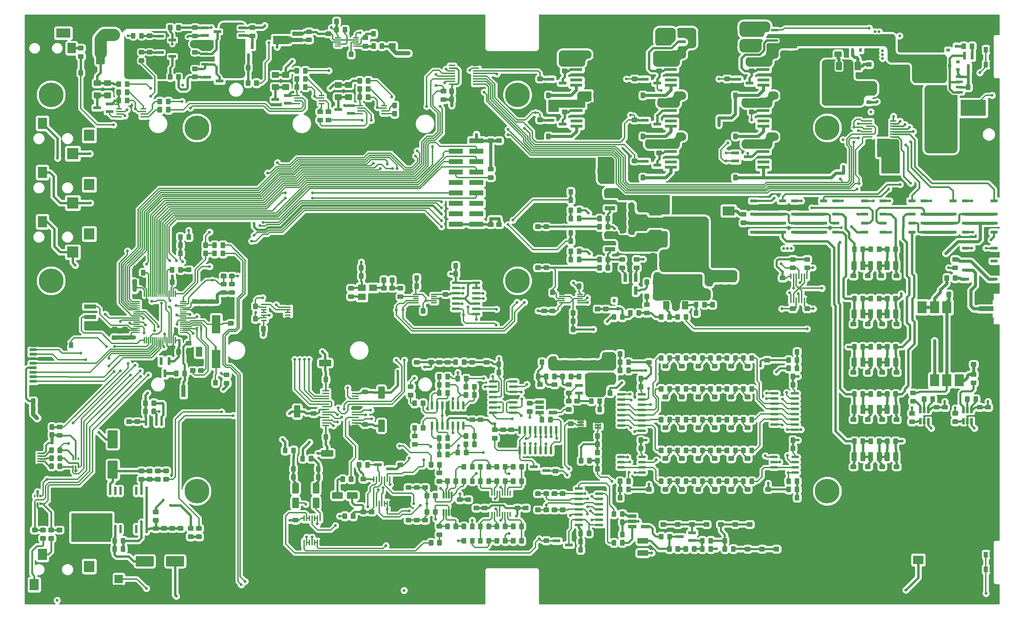
<source format=gtl>
G04 #@! TF.GenerationSoftware,KiCad,Pcbnew,5.1.5+dfsg1-2build2*
G04 #@! TF.CreationDate,2020-06-25T18:04:22+03:00*
G04 #@! TF.ProjectId,sdr-trx,7364722d-7472-4782-9e6b-696361645f70,A*
G04 #@! TF.SameCoordinates,Original*
G04 #@! TF.FileFunction,Copper,L1,Top*
G04 #@! TF.FilePolarity,Positive*
%FSLAX46Y46*%
G04 Gerber Fmt 4.6, Leading zero omitted, Abs format (unit mm)*
G04 Created by KiCad (PCBNEW 5.1.5+dfsg1-2build2) date 2020-06-25 18:04:22*
%MOMM*%
%LPD*%
G04 APERTURE LIST*
%ADD10R,2.500000X2.100000*%
%ADD11R,6.700000X6.700000*%
%ADD12R,3.000000X0.800000*%
%ADD13R,3.500000X1.300000*%
%ADD14C,6.000000*%
%ADD15R,0.450000X1.450000*%
%ADD16C,0.100000*%
%ADD17R,0.900000X0.800000*%
%ADD18R,0.800000X0.900000*%
%ADD19R,2.000000X4.500000*%
%ADD20R,1.500000X2.400000*%
%ADD21R,0.600000X1.100000*%
%ADD22R,1.950000X1.650000*%
%ADD23R,4.000000X2.000000*%
%ADD24R,2.500000X1.000000*%
%ADD25R,1.450000X0.450000*%
%ADD26R,1.500000X0.450000*%
%ADD27R,0.400000X0.650000*%
%ADD28R,1.750000X0.450000*%
%ADD29R,0.650000X1.560000*%
%ADD30R,1.400000X0.300000*%
%ADD31R,0.400000X1.200000*%
%ADD32R,0.900000X2.000000*%
%ADD33R,2.000000X0.900000*%
%ADD34R,3.800000X2.000000*%
%ADD35R,2.200000X3.000000*%
%ADD36R,3.000000X2.200000*%
%ADD37R,1.050000X1.400000*%
%ADD38R,1.900000X0.800000*%
%ADD39R,0.800000X1.900000*%
%ADD40R,1.500000X2.000000*%
%ADD41R,2.000000X2.000000*%
%ADD42R,1.800000X0.800000*%
%ADD43R,1.900000X1.000000*%
%ADD44R,1.900000X1.800000*%
%ADD45R,1.300000X1.650000*%
%ADD46R,1.550000X1.425000*%
%ADD47R,1.380000X0.450000*%
%ADD48R,1.550000X1.000000*%
%ADD49R,1.500000X1.500000*%
%ADD50R,1.750000X0.700000*%
%ADD51R,1.400000X0.800000*%
%ADD52R,1.000000X1.450000*%
%ADD53R,1.500000X0.800000*%
%ADD54R,1.500000X1.300000*%
%ADD55R,3.000000X1.000000*%
%ADD56R,3.600000X1.270000*%
%ADD57R,4.200000X1.350000*%
%ADD58R,2.800000X2.800000*%
%ADD59R,2.600000X2.800000*%
%ADD60R,2.200000X2.800000*%
%ADD61R,2.000000X2.500000*%
%ADD62R,3.500000X2.300000*%
%ADD63R,6.200000X3.900000*%
%ADD64R,4.400000X3.300000*%
%ADD65R,1.200000X0.900000*%
%ADD66R,1.000000X3.000000*%
%ADD67C,0.700000*%
%ADD68C,0.300000*%
%ADD69C,0.500000*%
%ADD70C,0.600000*%
%ADD71C,0.400000*%
%ADD72C,1.000000*%
%ADD73C,0.800000*%
%ADD74C,3.000000*%
%ADD75C,0.254000*%
G04 APERTURE END LIST*
D10*
X251023000Y-161036000D03*
X251023000Y-151384000D03*
D11*
X219980000Y-53210000D03*
D12*
X213330000Y-55750000D03*
X213330000Y-54480000D03*
X213330000Y-51940000D03*
X213330000Y-50670000D03*
D13*
X143525000Y-72140000D03*
X138475000Y-72140000D03*
X143525000Y-69600000D03*
X138475000Y-69600000D03*
X143525000Y-67060000D03*
X138475000Y-67060000D03*
X143525000Y-64520000D03*
X138475000Y-64520000D03*
X143525000Y-61980000D03*
X138475000Y-61980000D03*
X143525000Y-59440000D03*
X138475000Y-59440000D03*
X143525000Y-56900000D03*
X138475000Y-56900000D03*
X143525000Y-54360000D03*
X138475000Y-54360000D03*
X143525000Y-51820000D03*
X138475000Y-51820000D03*
X143525000Y-49280000D03*
X138475000Y-49280000D03*
D14*
X153500000Y-38060000D03*
X153500000Y-83360000D03*
X40000000Y-38060000D03*
X40000000Y-83360000D03*
D15*
X118550000Y-131760000D03*
X119200000Y-131760000D03*
X119850000Y-131760000D03*
X120500000Y-131760000D03*
X121150000Y-131760000D03*
X121800000Y-131760000D03*
X122450000Y-131760000D03*
X122450000Y-137660000D03*
X121800000Y-137660000D03*
X121150000Y-137660000D03*
X120500000Y-137660000D03*
X119850000Y-137660000D03*
X119200000Y-137660000D03*
X118550000Y-137660000D03*
G04 #@! TA.AperFunction,SMDPad,CuDef*
D16*
G36*
X250224505Y-110111204D02*
G01*
X250248773Y-110114804D01*
X250272572Y-110120765D01*
X250295671Y-110129030D01*
X250317850Y-110139520D01*
X250338893Y-110152132D01*
X250358599Y-110166747D01*
X250376777Y-110183223D01*
X250393253Y-110201401D01*
X250407868Y-110221107D01*
X250420480Y-110242150D01*
X250430970Y-110264329D01*
X250439235Y-110287428D01*
X250445196Y-110311227D01*
X250448796Y-110335495D01*
X250450000Y-110359999D01*
X250450000Y-111010001D01*
X250448796Y-111034505D01*
X250445196Y-111058773D01*
X250439235Y-111082572D01*
X250430970Y-111105671D01*
X250420480Y-111127850D01*
X250407868Y-111148893D01*
X250393253Y-111168599D01*
X250376777Y-111186777D01*
X250358599Y-111203253D01*
X250338893Y-111217868D01*
X250317850Y-111230480D01*
X250295671Y-111240970D01*
X250272572Y-111249235D01*
X250248773Y-111255196D01*
X250224505Y-111258796D01*
X250200001Y-111260000D01*
X249299999Y-111260000D01*
X249275495Y-111258796D01*
X249251227Y-111255196D01*
X249227428Y-111249235D01*
X249204329Y-111240970D01*
X249182150Y-111230480D01*
X249161107Y-111217868D01*
X249141401Y-111203253D01*
X249123223Y-111186777D01*
X249106747Y-111168599D01*
X249092132Y-111148893D01*
X249079520Y-111127850D01*
X249069030Y-111105671D01*
X249060765Y-111082572D01*
X249054804Y-111058773D01*
X249051204Y-111034505D01*
X249050000Y-111010001D01*
X249050000Y-110359999D01*
X249051204Y-110335495D01*
X249054804Y-110311227D01*
X249060765Y-110287428D01*
X249069030Y-110264329D01*
X249079520Y-110242150D01*
X249092132Y-110221107D01*
X249106747Y-110201401D01*
X249123223Y-110183223D01*
X249141401Y-110166747D01*
X249161107Y-110152132D01*
X249182150Y-110139520D01*
X249204329Y-110129030D01*
X249227428Y-110120765D01*
X249251227Y-110114804D01*
X249275495Y-110111204D01*
X249299999Y-110110000D01*
X250200001Y-110110000D01*
X250224505Y-110111204D01*
G37*
G04 #@! TD.AperFunction*
G04 #@! TA.AperFunction,SMDPad,CuDef*
G36*
X250224505Y-112161204D02*
G01*
X250248773Y-112164804D01*
X250272572Y-112170765D01*
X250295671Y-112179030D01*
X250317850Y-112189520D01*
X250338893Y-112202132D01*
X250358599Y-112216747D01*
X250376777Y-112233223D01*
X250393253Y-112251401D01*
X250407868Y-112271107D01*
X250420480Y-112292150D01*
X250430970Y-112314329D01*
X250439235Y-112337428D01*
X250445196Y-112361227D01*
X250448796Y-112385495D01*
X250450000Y-112409999D01*
X250450000Y-113060001D01*
X250448796Y-113084505D01*
X250445196Y-113108773D01*
X250439235Y-113132572D01*
X250430970Y-113155671D01*
X250420480Y-113177850D01*
X250407868Y-113198893D01*
X250393253Y-113218599D01*
X250376777Y-113236777D01*
X250358599Y-113253253D01*
X250338893Y-113267868D01*
X250317850Y-113280480D01*
X250295671Y-113290970D01*
X250272572Y-113299235D01*
X250248773Y-113305196D01*
X250224505Y-113308796D01*
X250200001Y-113310000D01*
X249299999Y-113310000D01*
X249275495Y-113308796D01*
X249251227Y-113305196D01*
X249227428Y-113299235D01*
X249204329Y-113290970D01*
X249182150Y-113280480D01*
X249161107Y-113267868D01*
X249141401Y-113253253D01*
X249123223Y-113236777D01*
X249106747Y-113218599D01*
X249092132Y-113198893D01*
X249079520Y-113177850D01*
X249069030Y-113155671D01*
X249060765Y-113132572D01*
X249054804Y-113108773D01*
X249051204Y-113084505D01*
X249050000Y-113060001D01*
X249050000Y-112409999D01*
X249051204Y-112385495D01*
X249054804Y-112361227D01*
X249060765Y-112337428D01*
X249069030Y-112314329D01*
X249079520Y-112292150D01*
X249092132Y-112271107D01*
X249106747Y-112251401D01*
X249123223Y-112233223D01*
X249141401Y-112216747D01*
X249161107Y-112202132D01*
X249182150Y-112189520D01*
X249204329Y-112179030D01*
X249227428Y-112170765D01*
X249251227Y-112164804D01*
X249275495Y-112161204D01*
X249299999Y-112160000D01*
X250200001Y-112160000D01*
X250224505Y-112161204D01*
G37*
G04 #@! TD.AperFunction*
D17*
X260300000Y-26210000D03*
X258300000Y-27160000D03*
X258300000Y-25260000D03*
D18*
X236000000Y-25210000D03*
X236950000Y-27210000D03*
X235050000Y-27210000D03*
D17*
X258650000Y-31010000D03*
X260650000Y-30060000D03*
X260650000Y-31960000D03*
D18*
X178000000Y-90210000D03*
X177050000Y-88210000D03*
X178950000Y-88210000D03*
D19*
X80200000Y-102460000D03*
X80200000Y-93960000D03*
D20*
X76000000Y-100685000D03*
D21*
X76500000Y-95085000D03*
X75500000Y-95085000D03*
D22*
X115625000Y-85110000D03*
X118375000Y-85110000D03*
X118375000Y-87310000D03*
X115625000Y-87310000D03*
G04 #@! TA.AperFunction,SMDPad,CuDef*
D16*
G36*
X97995000Y-23710000D02*
G01*
X98745000Y-24210000D01*
X98745000Y-25210000D01*
X97995000Y-25710000D01*
X97995000Y-23710000D01*
G37*
G04 #@! TD.AperFunction*
D23*
X96020000Y-24710000D03*
D24*
X99980000Y-23210000D03*
X99980000Y-24710000D03*
X99980000Y-26210000D03*
G04 #@! TA.AperFunction,SMDPad,CuDef*
D16*
G36*
X110457351Y-26060361D02*
G01*
X110464632Y-26061441D01*
X110471771Y-26063229D01*
X110478701Y-26065709D01*
X110485355Y-26068856D01*
X110491668Y-26072640D01*
X110497579Y-26077024D01*
X110503033Y-26081967D01*
X110507976Y-26087421D01*
X110512360Y-26093332D01*
X110516144Y-26099645D01*
X110519291Y-26106299D01*
X110521771Y-26113229D01*
X110523559Y-26120368D01*
X110524639Y-26127649D01*
X110525000Y-26135000D01*
X110525000Y-26285000D01*
X110524639Y-26292351D01*
X110523559Y-26299632D01*
X110521771Y-26306771D01*
X110519291Y-26313701D01*
X110516144Y-26320355D01*
X110512360Y-26326668D01*
X110507976Y-26332579D01*
X110503033Y-26338033D01*
X110497579Y-26342976D01*
X110491668Y-26347360D01*
X110485355Y-26351144D01*
X110478701Y-26354291D01*
X110471771Y-26356771D01*
X110464632Y-26358559D01*
X110457351Y-26359639D01*
X110450000Y-26360000D01*
X109150000Y-26360000D01*
X109142649Y-26359639D01*
X109135368Y-26358559D01*
X109128229Y-26356771D01*
X109121299Y-26354291D01*
X109114645Y-26351144D01*
X109108332Y-26347360D01*
X109102421Y-26342976D01*
X109096967Y-26338033D01*
X109092024Y-26332579D01*
X109087640Y-26326668D01*
X109083856Y-26320355D01*
X109080709Y-26313701D01*
X109078229Y-26306771D01*
X109076441Y-26299632D01*
X109075361Y-26292351D01*
X109075000Y-26285000D01*
X109075000Y-26135000D01*
X109075361Y-26127649D01*
X109076441Y-26120368D01*
X109078229Y-26113229D01*
X109080709Y-26106299D01*
X109083856Y-26099645D01*
X109087640Y-26093332D01*
X109092024Y-26087421D01*
X109096967Y-26081967D01*
X109102421Y-26077024D01*
X109108332Y-26072640D01*
X109114645Y-26068856D01*
X109121299Y-26065709D01*
X109128229Y-26063229D01*
X109135368Y-26061441D01*
X109142649Y-26060361D01*
X109150000Y-26060000D01*
X110450000Y-26060000D01*
X110457351Y-26060361D01*
G37*
G04 #@! TD.AperFunction*
G04 #@! TA.AperFunction,SMDPad,CuDef*
G36*
X110457351Y-25560361D02*
G01*
X110464632Y-25561441D01*
X110471771Y-25563229D01*
X110478701Y-25565709D01*
X110485355Y-25568856D01*
X110491668Y-25572640D01*
X110497579Y-25577024D01*
X110503033Y-25581967D01*
X110507976Y-25587421D01*
X110512360Y-25593332D01*
X110516144Y-25599645D01*
X110519291Y-25606299D01*
X110521771Y-25613229D01*
X110523559Y-25620368D01*
X110524639Y-25627649D01*
X110525000Y-25635000D01*
X110525000Y-25785000D01*
X110524639Y-25792351D01*
X110523559Y-25799632D01*
X110521771Y-25806771D01*
X110519291Y-25813701D01*
X110516144Y-25820355D01*
X110512360Y-25826668D01*
X110507976Y-25832579D01*
X110503033Y-25838033D01*
X110497579Y-25842976D01*
X110491668Y-25847360D01*
X110485355Y-25851144D01*
X110478701Y-25854291D01*
X110471771Y-25856771D01*
X110464632Y-25858559D01*
X110457351Y-25859639D01*
X110450000Y-25860000D01*
X109150000Y-25860000D01*
X109142649Y-25859639D01*
X109135368Y-25858559D01*
X109128229Y-25856771D01*
X109121299Y-25854291D01*
X109114645Y-25851144D01*
X109108332Y-25847360D01*
X109102421Y-25842976D01*
X109096967Y-25838033D01*
X109092024Y-25832579D01*
X109087640Y-25826668D01*
X109083856Y-25820355D01*
X109080709Y-25813701D01*
X109078229Y-25806771D01*
X109076441Y-25799632D01*
X109075361Y-25792351D01*
X109075000Y-25785000D01*
X109075000Y-25635000D01*
X109075361Y-25627649D01*
X109076441Y-25620368D01*
X109078229Y-25613229D01*
X109080709Y-25606299D01*
X109083856Y-25599645D01*
X109087640Y-25593332D01*
X109092024Y-25587421D01*
X109096967Y-25581967D01*
X109102421Y-25577024D01*
X109108332Y-25572640D01*
X109114645Y-25568856D01*
X109121299Y-25565709D01*
X109128229Y-25563229D01*
X109135368Y-25561441D01*
X109142649Y-25560361D01*
X109150000Y-25560000D01*
X110450000Y-25560000D01*
X110457351Y-25560361D01*
G37*
G04 #@! TD.AperFunction*
G04 #@! TA.AperFunction,SMDPad,CuDef*
G36*
X110457351Y-25060361D02*
G01*
X110464632Y-25061441D01*
X110471771Y-25063229D01*
X110478701Y-25065709D01*
X110485355Y-25068856D01*
X110491668Y-25072640D01*
X110497579Y-25077024D01*
X110503033Y-25081967D01*
X110507976Y-25087421D01*
X110512360Y-25093332D01*
X110516144Y-25099645D01*
X110519291Y-25106299D01*
X110521771Y-25113229D01*
X110523559Y-25120368D01*
X110524639Y-25127649D01*
X110525000Y-25135000D01*
X110525000Y-25285000D01*
X110524639Y-25292351D01*
X110523559Y-25299632D01*
X110521771Y-25306771D01*
X110519291Y-25313701D01*
X110516144Y-25320355D01*
X110512360Y-25326668D01*
X110507976Y-25332579D01*
X110503033Y-25338033D01*
X110497579Y-25342976D01*
X110491668Y-25347360D01*
X110485355Y-25351144D01*
X110478701Y-25354291D01*
X110471771Y-25356771D01*
X110464632Y-25358559D01*
X110457351Y-25359639D01*
X110450000Y-25360000D01*
X109150000Y-25360000D01*
X109142649Y-25359639D01*
X109135368Y-25358559D01*
X109128229Y-25356771D01*
X109121299Y-25354291D01*
X109114645Y-25351144D01*
X109108332Y-25347360D01*
X109102421Y-25342976D01*
X109096967Y-25338033D01*
X109092024Y-25332579D01*
X109087640Y-25326668D01*
X109083856Y-25320355D01*
X109080709Y-25313701D01*
X109078229Y-25306771D01*
X109076441Y-25299632D01*
X109075361Y-25292351D01*
X109075000Y-25285000D01*
X109075000Y-25135000D01*
X109075361Y-25127649D01*
X109076441Y-25120368D01*
X109078229Y-25113229D01*
X109080709Y-25106299D01*
X109083856Y-25099645D01*
X109087640Y-25093332D01*
X109092024Y-25087421D01*
X109096967Y-25081967D01*
X109102421Y-25077024D01*
X109108332Y-25072640D01*
X109114645Y-25068856D01*
X109121299Y-25065709D01*
X109128229Y-25063229D01*
X109135368Y-25061441D01*
X109142649Y-25060361D01*
X109150000Y-25060000D01*
X110450000Y-25060000D01*
X110457351Y-25060361D01*
G37*
G04 #@! TD.AperFunction*
G04 #@! TA.AperFunction,SMDPad,CuDef*
G36*
X110457351Y-24560361D02*
G01*
X110464632Y-24561441D01*
X110471771Y-24563229D01*
X110478701Y-24565709D01*
X110485355Y-24568856D01*
X110491668Y-24572640D01*
X110497579Y-24577024D01*
X110503033Y-24581967D01*
X110507976Y-24587421D01*
X110512360Y-24593332D01*
X110516144Y-24599645D01*
X110519291Y-24606299D01*
X110521771Y-24613229D01*
X110523559Y-24620368D01*
X110524639Y-24627649D01*
X110525000Y-24635000D01*
X110525000Y-24785000D01*
X110524639Y-24792351D01*
X110523559Y-24799632D01*
X110521771Y-24806771D01*
X110519291Y-24813701D01*
X110516144Y-24820355D01*
X110512360Y-24826668D01*
X110507976Y-24832579D01*
X110503033Y-24838033D01*
X110497579Y-24842976D01*
X110491668Y-24847360D01*
X110485355Y-24851144D01*
X110478701Y-24854291D01*
X110471771Y-24856771D01*
X110464632Y-24858559D01*
X110457351Y-24859639D01*
X110450000Y-24860000D01*
X109150000Y-24860000D01*
X109142649Y-24859639D01*
X109135368Y-24858559D01*
X109128229Y-24856771D01*
X109121299Y-24854291D01*
X109114645Y-24851144D01*
X109108332Y-24847360D01*
X109102421Y-24842976D01*
X109096967Y-24838033D01*
X109092024Y-24832579D01*
X109087640Y-24826668D01*
X109083856Y-24820355D01*
X109080709Y-24813701D01*
X109078229Y-24806771D01*
X109076441Y-24799632D01*
X109075361Y-24792351D01*
X109075000Y-24785000D01*
X109075000Y-24635000D01*
X109075361Y-24627649D01*
X109076441Y-24620368D01*
X109078229Y-24613229D01*
X109080709Y-24606299D01*
X109083856Y-24599645D01*
X109087640Y-24593332D01*
X109092024Y-24587421D01*
X109096967Y-24581967D01*
X109102421Y-24577024D01*
X109108332Y-24572640D01*
X109114645Y-24568856D01*
X109121299Y-24565709D01*
X109128229Y-24563229D01*
X109135368Y-24561441D01*
X109142649Y-24560361D01*
X109150000Y-24560000D01*
X110450000Y-24560000D01*
X110457351Y-24560361D01*
G37*
G04 #@! TD.AperFunction*
G04 #@! TA.AperFunction,SMDPad,CuDef*
G36*
X110457351Y-24060361D02*
G01*
X110464632Y-24061441D01*
X110471771Y-24063229D01*
X110478701Y-24065709D01*
X110485355Y-24068856D01*
X110491668Y-24072640D01*
X110497579Y-24077024D01*
X110503033Y-24081967D01*
X110507976Y-24087421D01*
X110512360Y-24093332D01*
X110516144Y-24099645D01*
X110519291Y-24106299D01*
X110521771Y-24113229D01*
X110523559Y-24120368D01*
X110524639Y-24127649D01*
X110525000Y-24135000D01*
X110525000Y-24285000D01*
X110524639Y-24292351D01*
X110523559Y-24299632D01*
X110521771Y-24306771D01*
X110519291Y-24313701D01*
X110516144Y-24320355D01*
X110512360Y-24326668D01*
X110507976Y-24332579D01*
X110503033Y-24338033D01*
X110497579Y-24342976D01*
X110491668Y-24347360D01*
X110485355Y-24351144D01*
X110478701Y-24354291D01*
X110471771Y-24356771D01*
X110464632Y-24358559D01*
X110457351Y-24359639D01*
X110450000Y-24360000D01*
X109150000Y-24360000D01*
X109142649Y-24359639D01*
X109135368Y-24358559D01*
X109128229Y-24356771D01*
X109121299Y-24354291D01*
X109114645Y-24351144D01*
X109108332Y-24347360D01*
X109102421Y-24342976D01*
X109096967Y-24338033D01*
X109092024Y-24332579D01*
X109087640Y-24326668D01*
X109083856Y-24320355D01*
X109080709Y-24313701D01*
X109078229Y-24306771D01*
X109076441Y-24299632D01*
X109075361Y-24292351D01*
X109075000Y-24285000D01*
X109075000Y-24135000D01*
X109075361Y-24127649D01*
X109076441Y-24120368D01*
X109078229Y-24113229D01*
X109080709Y-24106299D01*
X109083856Y-24099645D01*
X109087640Y-24093332D01*
X109092024Y-24087421D01*
X109096967Y-24081967D01*
X109102421Y-24077024D01*
X109108332Y-24072640D01*
X109114645Y-24068856D01*
X109121299Y-24065709D01*
X109128229Y-24063229D01*
X109135368Y-24061441D01*
X109142649Y-24060361D01*
X109150000Y-24060000D01*
X110450000Y-24060000D01*
X110457351Y-24060361D01*
G37*
G04 #@! TD.AperFunction*
G04 #@! TA.AperFunction,SMDPad,CuDef*
G36*
X114857351Y-24060361D02*
G01*
X114864632Y-24061441D01*
X114871771Y-24063229D01*
X114878701Y-24065709D01*
X114885355Y-24068856D01*
X114891668Y-24072640D01*
X114897579Y-24077024D01*
X114903033Y-24081967D01*
X114907976Y-24087421D01*
X114912360Y-24093332D01*
X114916144Y-24099645D01*
X114919291Y-24106299D01*
X114921771Y-24113229D01*
X114923559Y-24120368D01*
X114924639Y-24127649D01*
X114925000Y-24135000D01*
X114925000Y-24285000D01*
X114924639Y-24292351D01*
X114923559Y-24299632D01*
X114921771Y-24306771D01*
X114919291Y-24313701D01*
X114916144Y-24320355D01*
X114912360Y-24326668D01*
X114907976Y-24332579D01*
X114903033Y-24338033D01*
X114897579Y-24342976D01*
X114891668Y-24347360D01*
X114885355Y-24351144D01*
X114878701Y-24354291D01*
X114871771Y-24356771D01*
X114864632Y-24358559D01*
X114857351Y-24359639D01*
X114850000Y-24360000D01*
X113550000Y-24360000D01*
X113542649Y-24359639D01*
X113535368Y-24358559D01*
X113528229Y-24356771D01*
X113521299Y-24354291D01*
X113514645Y-24351144D01*
X113508332Y-24347360D01*
X113502421Y-24342976D01*
X113496967Y-24338033D01*
X113492024Y-24332579D01*
X113487640Y-24326668D01*
X113483856Y-24320355D01*
X113480709Y-24313701D01*
X113478229Y-24306771D01*
X113476441Y-24299632D01*
X113475361Y-24292351D01*
X113475000Y-24285000D01*
X113475000Y-24135000D01*
X113475361Y-24127649D01*
X113476441Y-24120368D01*
X113478229Y-24113229D01*
X113480709Y-24106299D01*
X113483856Y-24099645D01*
X113487640Y-24093332D01*
X113492024Y-24087421D01*
X113496967Y-24081967D01*
X113502421Y-24077024D01*
X113508332Y-24072640D01*
X113514645Y-24068856D01*
X113521299Y-24065709D01*
X113528229Y-24063229D01*
X113535368Y-24061441D01*
X113542649Y-24060361D01*
X113550000Y-24060000D01*
X114850000Y-24060000D01*
X114857351Y-24060361D01*
G37*
G04 #@! TD.AperFunction*
G04 #@! TA.AperFunction,SMDPad,CuDef*
G36*
X114857351Y-24560361D02*
G01*
X114864632Y-24561441D01*
X114871771Y-24563229D01*
X114878701Y-24565709D01*
X114885355Y-24568856D01*
X114891668Y-24572640D01*
X114897579Y-24577024D01*
X114903033Y-24581967D01*
X114907976Y-24587421D01*
X114912360Y-24593332D01*
X114916144Y-24599645D01*
X114919291Y-24606299D01*
X114921771Y-24613229D01*
X114923559Y-24620368D01*
X114924639Y-24627649D01*
X114925000Y-24635000D01*
X114925000Y-24785000D01*
X114924639Y-24792351D01*
X114923559Y-24799632D01*
X114921771Y-24806771D01*
X114919291Y-24813701D01*
X114916144Y-24820355D01*
X114912360Y-24826668D01*
X114907976Y-24832579D01*
X114903033Y-24838033D01*
X114897579Y-24842976D01*
X114891668Y-24847360D01*
X114885355Y-24851144D01*
X114878701Y-24854291D01*
X114871771Y-24856771D01*
X114864632Y-24858559D01*
X114857351Y-24859639D01*
X114850000Y-24860000D01*
X113550000Y-24860000D01*
X113542649Y-24859639D01*
X113535368Y-24858559D01*
X113528229Y-24856771D01*
X113521299Y-24854291D01*
X113514645Y-24851144D01*
X113508332Y-24847360D01*
X113502421Y-24842976D01*
X113496967Y-24838033D01*
X113492024Y-24832579D01*
X113487640Y-24826668D01*
X113483856Y-24820355D01*
X113480709Y-24813701D01*
X113478229Y-24806771D01*
X113476441Y-24799632D01*
X113475361Y-24792351D01*
X113475000Y-24785000D01*
X113475000Y-24635000D01*
X113475361Y-24627649D01*
X113476441Y-24620368D01*
X113478229Y-24613229D01*
X113480709Y-24606299D01*
X113483856Y-24599645D01*
X113487640Y-24593332D01*
X113492024Y-24587421D01*
X113496967Y-24581967D01*
X113502421Y-24577024D01*
X113508332Y-24572640D01*
X113514645Y-24568856D01*
X113521299Y-24565709D01*
X113528229Y-24563229D01*
X113535368Y-24561441D01*
X113542649Y-24560361D01*
X113550000Y-24560000D01*
X114850000Y-24560000D01*
X114857351Y-24560361D01*
G37*
G04 #@! TD.AperFunction*
G04 #@! TA.AperFunction,SMDPad,CuDef*
G36*
X114857351Y-25060361D02*
G01*
X114864632Y-25061441D01*
X114871771Y-25063229D01*
X114878701Y-25065709D01*
X114885355Y-25068856D01*
X114891668Y-25072640D01*
X114897579Y-25077024D01*
X114903033Y-25081967D01*
X114907976Y-25087421D01*
X114912360Y-25093332D01*
X114916144Y-25099645D01*
X114919291Y-25106299D01*
X114921771Y-25113229D01*
X114923559Y-25120368D01*
X114924639Y-25127649D01*
X114925000Y-25135000D01*
X114925000Y-25285000D01*
X114924639Y-25292351D01*
X114923559Y-25299632D01*
X114921771Y-25306771D01*
X114919291Y-25313701D01*
X114916144Y-25320355D01*
X114912360Y-25326668D01*
X114907976Y-25332579D01*
X114903033Y-25338033D01*
X114897579Y-25342976D01*
X114891668Y-25347360D01*
X114885355Y-25351144D01*
X114878701Y-25354291D01*
X114871771Y-25356771D01*
X114864632Y-25358559D01*
X114857351Y-25359639D01*
X114850000Y-25360000D01*
X113550000Y-25360000D01*
X113542649Y-25359639D01*
X113535368Y-25358559D01*
X113528229Y-25356771D01*
X113521299Y-25354291D01*
X113514645Y-25351144D01*
X113508332Y-25347360D01*
X113502421Y-25342976D01*
X113496967Y-25338033D01*
X113492024Y-25332579D01*
X113487640Y-25326668D01*
X113483856Y-25320355D01*
X113480709Y-25313701D01*
X113478229Y-25306771D01*
X113476441Y-25299632D01*
X113475361Y-25292351D01*
X113475000Y-25285000D01*
X113475000Y-25135000D01*
X113475361Y-25127649D01*
X113476441Y-25120368D01*
X113478229Y-25113229D01*
X113480709Y-25106299D01*
X113483856Y-25099645D01*
X113487640Y-25093332D01*
X113492024Y-25087421D01*
X113496967Y-25081967D01*
X113502421Y-25077024D01*
X113508332Y-25072640D01*
X113514645Y-25068856D01*
X113521299Y-25065709D01*
X113528229Y-25063229D01*
X113535368Y-25061441D01*
X113542649Y-25060361D01*
X113550000Y-25060000D01*
X114850000Y-25060000D01*
X114857351Y-25060361D01*
G37*
G04 #@! TD.AperFunction*
G04 #@! TA.AperFunction,SMDPad,CuDef*
G36*
X114857351Y-25560361D02*
G01*
X114864632Y-25561441D01*
X114871771Y-25563229D01*
X114878701Y-25565709D01*
X114885355Y-25568856D01*
X114891668Y-25572640D01*
X114897579Y-25577024D01*
X114903033Y-25581967D01*
X114907976Y-25587421D01*
X114912360Y-25593332D01*
X114916144Y-25599645D01*
X114919291Y-25606299D01*
X114921771Y-25613229D01*
X114923559Y-25620368D01*
X114924639Y-25627649D01*
X114925000Y-25635000D01*
X114925000Y-25785000D01*
X114924639Y-25792351D01*
X114923559Y-25799632D01*
X114921771Y-25806771D01*
X114919291Y-25813701D01*
X114916144Y-25820355D01*
X114912360Y-25826668D01*
X114907976Y-25832579D01*
X114903033Y-25838033D01*
X114897579Y-25842976D01*
X114891668Y-25847360D01*
X114885355Y-25851144D01*
X114878701Y-25854291D01*
X114871771Y-25856771D01*
X114864632Y-25858559D01*
X114857351Y-25859639D01*
X114850000Y-25860000D01*
X113550000Y-25860000D01*
X113542649Y-25859639D01*
X113535368Y-25858559D01*
X113528229Y-25856771D01*
X113521299Y-25854291D01*
X113514645Y-25851144D01*
X113508332Y-25847360D01*
X113502421Y-25842976D01*
X113496967Y-25838033D01*
X113492024Y-25832579D01*
X113487640Y-25826668D01*
X113483856Y-25820355D01*
X113480709Y-25813701D01*
X113478229Y-25806771D01*
X113476441Y-25799632D01*
X113475361Y-25792351D01*
X113475000Y-25785000D01*
X113475000Y-25635000D01*
X113475361Y-25627649D01*
X113476441Y-25620368D01*
X113478229Y-25613229D01*
X113480709Y-25606299D01*
X113483856Y-25599645D01*
X113487640Y-25593332D01*
X113492024Y-25587421D01*
X113496967Y-25581967D01*
X113502421Y-25577024D01*
X113508332Y-25572640D01*
X113514645Y-25568856D01*
X113521299Y-25565709D01*
X113528229Y-25563229D01*
X113535368Y-25561441D01*
X113542649Y-25560361D01*
X113550000Y-25560000D01*
X114850000Y-25560000D01*
X114857351Y-25560361D01*
G37*
G04 #@! TD.AperFunction*
G04 #@! TA.AperFunction,SMDPad,CuDef*
G36*
X114857351Y-26060361D02*
G01*
X114864632Y-26061441D01*
X114871771Y-26063229D01*
X114878701Y-26065709D01*
X114885355Y-26068856D01*
X114891668Y-26072640D01*
X114897579Y-26077024D01*
X114903033Y-26081967D01*
X114907976Y-26087421D01*
X114912360Y-26093332D01*
X114916144Y-26099645D01*
X114919291Y-26106299D01*
X114921771Y-26113229D01*
X114923559Y-26120368D01*
X114924639Y-26127649D01*
X114925000Y-26135000D01*
X114925000Y-26285000D01*
X114924639Y-26292351D01*
X114923559Y-26299632D01*
X114921771Y-26306771D01*
X114919291Y-26313701D01*
X114916144Y-26320355D01*
X114912360Y-26326668D01*
X114907976Y-26332579D01*
X114903033Y-26338033D01*
X114897579Y-26342976D01*
X114891668Y-26347360D01*
X114885355Y-26351144D01*
X114878701Y-26354291D01*
X114871771Y-26356771D01*
X114864632Y-26358559D01*
X114857351Y-26359639D01*
X114850000Y-26360000D01*
X113550000Y-26360000D01*
X113542649Y-26359639D01*
X113535368Y-26358559D01*
X113528229Y-26356771D01*
X113521299Y-26354291D01*
X113514645Y-26351144D01*
X113508332Y-26347360D01*
X113502421Y-26342976D01*
X113496967Y-26338033D01*
X113492024Y-26332579D01*
X113487640Y-26326668D01*
X113483856Y-26320355D01*
X113480709Y-26313701D01*
X113478229Y-26306771D01*
X113476441Y-26299632D01*
X113475361Y-26292351D01*
X113475000Y-26285000D01*
X113475000Y-26135000D01*
X113475361Y-26127649D01*
X113476441Y-26120368D01*
X113478229Y-26113229D01*
X113480709Y-26106299D01*
X113483856Y-26099645D01*
X113487640Y-26093332D01*
X113492024Y-26087421D01*
X113496967Y-26081967D01*
X113502421Y-26077024D01*
X113508332Y-26072640D01*
X113514645Y-26068856D01*
X113521299Y-26065709D01*
X113528229Y-26063229D01*
X113535368Y-26061441D01*
X113542649Y-26060361D01*
X113550000Y-26060000D01*
X114850000Y-26060000D01*
X114857351Y-26060361D01*
G37*
G04 #@! TD.AperFunction*
D25*
X115200000Y-42635000D03*
X115200000Y-41985000D03*
X115200000Y-41335000D03*
X115200000Y-40685000D03*
X121100000Y-40685000D03*
X121100000Y-41335000D03*
X121100000Y-41985000D03*
X121100000Y-42635000D03*
X99900000Y-40185000D03*
X99900000Y-39535000D03*
X99900000Y-38885000D03*
X99900000Y-38235000D03*
X105800000Y-38235000D03*
X105800000Y-38885000D03*
X105800000Y-39535000D03*
X105800000Y-40185000D03*
X56550000Y-43435000D03*
X56550000Y-42785000D03*
X56550000Y-42135000D03*
X56550000Y-41485000D03*
X62450000Y-41485000D03*
X62450000Y-42135000D03*
X62450000Y-42785000D03*
X62450000Y-43435000D03*
D11*
X219980000Y-43210000D03*
D12*
X213330000Y-45750000D03*
X213330000Y-44480000D03*
X213330000Y-41940000D03*
X213330000Y-40670000D03*
D11*
X197500000Y-43210000D03*
D12*
X190850000Y-45750000D03*
X190850000Y-44480000D03*
X190850000Y-41940000D03*
X190850000Y-40670000D03*
D11*
X197480000Y-33210000D03*
D12*
X190830000Y-35750000D03*
X190830000Y-34480000D03*
X190830000Y-31940000D03*
X190830000Y-30670000D03*
D11*
X174480000Y-33210000D03*
D12*
X167830000Y-35750000D03*
X167830000Y-34480000D03*
X167830000Y-31940000D03*
X167830000Y-30670000D03*
D11*
X197500000Y-53210000D03*
D12*
X190850000Y-55750000D03*
X190850000Y-54480000D03*
X190850000Y-51940000D03*
X190850000Y-50670000D03*
D11*
X174500000Y-43210000D03*
D12*
X167850000Y-45750000D03*
X167850000Y-44480000D03*
X167850000Y-41940000D03*
X167850000Y-40670000D03*
D11*
X220000000Y-33210000D03*
D12*
X213350000Y-35750000D03*
X213350000Y-34480000D03*
X213350000Y-31940000D03*
X213350000Y-30670000D03*
D26*
X137550000Y-35485000D03*
X137550000Y-34835000D03*
X137550000Y-34185000D03*
X137550000Y-33535000D03*
X137550000Y-32885000D03*
X137550000Y-32235000D03*
X137550000Y-31585000D03*
X137550000Y-30935000D03*
X143450000Y-30935000D03*
X143450000Y-31585000D03*
X143450000Y-32235000D03*
X143450000Y-32885000D03*
X143450000Y-33535000D03*
X143450000Y-34185000D03*
X143450000Y-34835000D03*
X143450000Y-35485000D03*
D27*
X36050000Y-135810000D03*
X37350000Y-135810000D03*
X36700000Y-137710000D03*
X36700000Y-135810000D03*
X37350000Y-137710000D03*
X36050000Y-137710000D03*
X45350000Y-126760000D03*
X46650000Y-126760000D03*
X46000000Y-128660000D03*
X46000000Y-126760000D03*
X46650000Y-128660000D03*
X45350000Y-128660000D03*
G04 #@! TA.AperFunction,SMDPad,CuDef*
D16*
G36*
X63259703Y-116760722D02*
G01*
X63274264Y-116762882D01*
X63288543Y-116766459D01*
X63302403Y-116771418D01*
X63315710Y-116777712D01*
X63328336Y-116785280D01*
X63340159Y-116794048D01*
X63351066Y-116803934D01*
X63360952Y-116814841D01*
X63369720Y-116826664D01*
X63377288Y-116839290D01*
X63383582Y-116852597D01*
X63388541Y-116866457D01*
X63392118Y-116880736D01*
X63394278Y-116895297D01*
X63395000Y-116910000D01*
X63395000Y-118560000D01*
X63394278Y-118574703D01*
X63392118Y-118589264D01*
X63388541Y-118603543D01*
X63383582Y-118617403D01*
X63377288Y-118630710D01*
X63369720Y-118643336D01*
X63360952Y-118655159D01*
X63351066Y-118666066D01*
X63340159Y-118675952D01*
X63328336Y-118684720D01*
X63315710Y-118692288D01*
X63302403Y-118698582D01*
X63288543Y-118703541D01*
X63274264Y-118707118D01*
X63259703Y-118709278D01*
X63245000Y-118710000D01*
X62945000Y-118710000D01*
X62930297Y-118709278D01*
X62915736Y-118707118D01*
X62901457Y-118703541D01*
X62887597Y-118698582D01*
X62874290Y-118692288D01*
X62861664Y-118684720D01*
X62849841Y-118675952D01*
X62838934Y-118666066D01*
X62829048Y-118655159D01*
X62820280Y-118643336D01*
X62812712Y-118630710D01*
X62806418Y-118617403D01*
X62801459Y-118603543D01*
X62797882Y-118589264D01*
X62795722Y-118574703D01*
X62795000Y-118560000D01*
X62795000Y-116910000D01*
X62795722Y-116895297D01*
X62797882Y-116880736D01*
X62801459Y-116866457D01*
X62806418Y-116852597D01*
X62812712Y-116839290D01*
X62820280Y-116826664D01*
X62829048Y-116814841D01*
X62838934Y-116803934D01*
X62849841Y-116794048D01*
X62861664Y-116785280D01*
X62874290Y-116777712D01*
X62887597Y-116771418D01*
X62901457Y-116766459D01*
X62915736Y-116762882D01*
X62930297Y-116760722D01*
X62945000Y-116760000D01*
X63245000Y-116760000D01*
X63259703Y-116760722D01*
G37*
G04 #@! TD.AperFunction*
G04 #@! TA.AperFunction,SMDPad,CuDef*
G36*
X64529703Y-116760722D02*
G01*
X64544264Y-116762882D01*
X64558543Y-116766459D01*
X64572403Y-116771418D01*
X64585710Y-116777712D01*
X64598336Y-116785280D01*
X64610159Y-116794048D01*
X64621066Y-116803934D01*
X64630952Y-116814841D01*
X64639720Y-116826664D01*
X64647288Y-116839290D01*
X64653582Y-116852597D01*
X64658541Y-116866457D01*
X64662118Y-116880736D01*
X64664278Y-116895297D01*
X64665000Y-116910000D01*
X64665000Y-118560000D01*
X64664278Y-118574703D01*
X64662118Y-118589264D01*
X64658541Y-118603543D01*
X64653582Y-118617403D01*
X64647288Y-118630710D01*
X64639720Y-118643336D01*
X64630952Y-118655159D01*
X64621066Y-118666066D01*
X64610159Y-118675952D01*
X64598336Y-118684720D01*
X64585710Y-118692288D01*
X64572403Y-118698582D01*
X64558543Y-118703541D01*
X64544264Y-118707118D01*
X64529703Y-118709278D01*
X64515000Y-118710000D01*
X64215000Y-118710000D01*
X64200297Y-118709278D01*
X64185736Y-118707118D01*
X64171457Y-118703541D01*
X64157597Y-118698582D01*
X64144290Y-118692288D01*
X64131664Y-118684720D01*
X64119841Y-118675952D01*
X64108934Y-118666066D01*
X64099048Y-118655159D01*
X64090280Y-118643336D01*
X64082712Y-118630710D01*
X64076418Y-118617403D01*
X64071459Y-118603543D01*
X64067882Y-118589264D01*
X64065722Y-118574703D01*
X64065000Y-118560000D01*
X64065000Y-116910000D01*
X64065722Y-116895297D01*
X64067882Y-116880736D01*
X64071459Y-116866457D01*
X64076418Y-116852597D01*
X64082712Y-116839290D01*
X64090280Y-116826664D01*
X64099048Y-116814841D01*
X64108934Y-116803934D01*
X64119841Y-116794048D01*
X64131664Y-116785280D01*
X64144290Y-116777712D01*
X64157597Y-116771418D01*
X64171457Y-116766459D01*
X64185736Y-116762882D01*
X64200297Y-116760722D01*
X64215000Y-116760000D01*
X64515000Y-116760000D01*
X64529703Y-116760722D01*
G37*
G04 #@! TD.AperFunction*
G04 #@! TA.AperFunction,SMDPad,CuDef*
G36*
X65799703Y-116760722D02*
G01*
X65814264Y-116762882D01*
X65828543Y-116766459D01*
X65842403Y-116771418D01*
X65855710Y-116777712D01*
X65868336Y-116785280D01*
X65880159Y-116794048D01*
X65891066Y-116803934D01*
X65900952Y-116814841D01*
X65909720Y-116826664D01*
X65917288Y-116839290D01*
X65923582Y-116852597D01*
X65928541Y-116866457D01*
X65932118Y-116880736D01*
X65934278Y-116895297D01*
X65935000Y-116910000D01*
X65935000Y-118560000D01*
X65934278Y-118574703D01*
X65932118Y-118589264D01*
X65928541Y-118603543D01*
X65923582Y-118617403D01*
X65917288Y-118630710D01*
X65909720Y-118643336D01*
X65900952Y-118655159D01*
X65891066Y-118666066D01*
X65880159Y-118675952D01*
X65868336Y-118684720D01*
X65855710Y-118692288D01*
X65842403Y-118698582D01*
X65828543Y-118703541D01*
X65814264Y-118707118D01*
X65799703Y-118709278D01*
X65785000Y-118710000D01*
X65485000Y-118710000D01*
X65470297Y-118709278D01*
X65455736Y-118707118D01*
X65441457Y-118703541D01*
X65427597Y-118698582D01*
X65414290Y-118692288D01*
X65401664Y-118684720D01*
X65389841Y-118675952D01*
X65378934Y-118666066D01*
X65369048Y-118655159D01*
X65360280Y-118643336D01*
X65352712Y-118630710D01*
X65346418Y-118617403D01*
X65341459Y-118603543D01*
X65337882Y-118589264D01*
X65335722Y-118574703D01*
X65335000Y-118560000D01*
X65335000Y-116910000D01*
X65335722Y-116895297D01*
X65337882Y-116880736D01*
X65341459Y-116866457D01*
X65346418Y-116852597D01*
X65352712Y-116839290D01*
X65360280Y-116826664D01*
X65369048Y-116814841D01*
X65378934Y-116803934D01*
X65389841Y-116794048D01*
X65401664Y-116785280D01*
X65414290Y-116777712D01*
X65427597Y-116771418D01*
X65441457Y-116766459D01*
X65455736Y-116762882D01*
X65470297Y-116760722D01*
X65485000Y-116760000D01*
X65785000Y-116760000D01*
X65799703Y-116760722D01*
G37*
G04 #@! TD.AperFunction*
G04 #@! TA.AperFunction,SMDPad,CuDef*
G36*
X67069703Y-116760722D02*
G01*
X67084264Y-116762882D01*
X67098543Y-116766459D01*
X67112403Y-116771418D01*
X67125710Y-116777712D01*
X67138336Y-116785280D01*
X67150159Y-116794048D01*
X67161066Y-116803934D01*
X67170952Y-116814841D01*
X67179720Y-116826664D01*
X67187288Y-116839290D01*
X67193582Y-116852597D01*
X67198541Y-116866457D01*
X67202118Y-116880736D01*
X67204278Y-116895297D01*
X67205000Y-116910000D01*
X67205000Y-118560000D01*
X67204278Y-118574703D01*
X67202118Y-118589264D01*
X67198541Y-118603543D01*
X67193582Y-118617403D01*
X67187288Y-118630710D01*
X67179720Y-118643336D01*
X67170952Y-118655159D01*
X67161066Y-118666066D01*
X67150159Y-118675952D01*
X67138336Y-118684720D01*
X67125710Y-118692288D01*
X67112403Y-118698582D01*
X67098543Y-118703541D01*
X67084264Y-118707118D01*
X67069703Y-118709278D01*
X67055000Y-118710000D01*
X66755000Y-118710000D01*
X66740297Y-118709278D01*
X66725736Y-118707118D01*
X66711457Y-118703541D01*
X66697597Y-118698582D01*
X66684290Y-118692288D01*
X66671664Y-118684720D01*
X66659841Y-118675952D01*
X66648934Y-118666066D01*
X66639048Y-118655159D01*
X66630280Y-118643336D01*
X66622712Y-118630710D01*
X66616418Y-118617403D01*
X66611459Y-118603543D01*
X66607882Y-118589264D01*
X66605722Y-118574703D01*
X66605000Y-118560000D01*
X66605000Y-116910000D01*
X66605722Y-116895297D01*
X66607882Y-116880736D01*
X66611459Y-116866457D01*
X66616418Y-116852597D01*
X66622712Y-116839290D01*
X66630280Y-116826664D01*
X66639048Y-116814841D01*
X66648934Y-116803934D01*
X66659841Y-116794048D01*
X66671664Y-116785280D01*
X66684290Y-116777712D01*
X66697597Y-116771418D01*
X66711457Y-116766459D01*
X66725736Y-116762882D01*
X66740297Y-116760722D01*
X66755000Y-116760000D01*
X67055000Y-116760000D01*
X67069703Y-116760722D01*
G37*
G04 #@! TD.AperFunction*
G04 #@! TA.AperFunction,SMDPad,CuDef*
G36*
X67069703Y-121710722D02*
G01*
X67084264Y-121712882D01*
X67098543Y-121716459D01*
X67112403Y-121721418D01*
X67125710Y-121727712D01*
X67138336Y-121735280D01*
X67150159Y-121744048D01*
X67161066Y-121753934D01*
X67170952Y-121764841D01*
X67179720Y-121776664D01*
X67187288Y-121789290D01*
X67193582Y-121802597D01*
X67198541Y-121816457D01*
X67202118Y-121830736D01*
X67204278Y-121845297D01*
X67205000Y-121860000D01*
X67205000Y-123510000D01*
X67204278Y-123524703D01*
X67202118Y-123539264D01*
X67198541Y-123553543D01*
X67193582Y-123567403D01*
X67187288Y-123580710D01*
X67179720Y-123593336D01*
X67170952Y-123605159D01*
X67161066Y-123616066D01*
X67150159Y-123625952D01*
X67138336Y-123634720D01*
X67125710Y-123642288D01*
X67112403Y-123648582D01*
X67098543Y-123653541D01*
X67084264Y-123657118D01*
X67069703Y-123659278D01*
X67055000Y-123660000D01*
X66755000Y-123660000D01*
X66740297Y-123659278D01*
X66725736Y-123657118D01*
X66711457Y-123653541D01*
X66697597Y-123648582D01*
X66684290Y-123642288D01*
X66671664Y-123634720D01*
X66659841Y-123625952D01*
X66648934Y-123616066D01*
X66639048Y-123605159D01*
X66630280Y-123593336D01*
X66622712Y-123580710D01*
X66616418Y-123567403D01*
X66611459Y-123553543D01*
X66607882Y-123539264D01*
X66605722Y-123524703D01*
X66605000Y-123510000D01*
X66605000Y-121860000D01*
X66605722Y-121845297D01*
X66607882Y-121830736D01*
X66611459Y-121816457D01*
X66616418Y-121802597D01*
X66622712Y-121789290D01*
X66630280Y-121776664D01*
X66639048Y-121764841D01*
X66648934Y-121753934D01*
X66659841Y-121744048D01*
X66671664Y-121735280D01*
X66684290Y-121727712D01*
X66697597Y-121721418D01*
X66711457Y-121716459D01*
X66725736Y-121712882D01*
X66740297Y-121710722D01*
X66755000Y-121710000D01*
X67055000Y-121710000D01*
X67069703Y-121710722D01*
G37*
G04 #@! TD.AperFunction*
G04 #@! TA.AperFunction,SMDPad,CuDef*
G36*
X65799703Y-121710722D02*
G01*
X65814264Y-121712882D01*
X65828543Y-121716459D01*
X65842403Y-121721418D01*
X65855710Y-121727712D01*
X65868336Y-121735280D01*
X65880159Y-121744048D01*
X65891066Y-121753934D01*
X65900952Y-121764841D01*
X65909720Y-121776664D01*
X65917288Y-121789290D01*
X65923582Y-121802597D01*
X65928541Y-121816457D01*
X65932118Y-121830736D01*
X65934278Y-121845297D01*
X65935000Y-121860000D01*
X65935000Y-123510000D01*
X65934278Y-123524703D01*
X65932118Y-123539264D01*
X65928541Y-123553543D01*
X65923582Y-123567403D01*
X65917288Y-123580710D01*
X65909720Y-123593336D01*
X65900952Y-123605159D01*
X65891066Y-123616066D01*
X65880159Y-123625952D01*
X65868336Y-123634720D01*
X65855710Y-123642288D01*
X65842403Y-123648582D01*
X65828543Y-123653541D01*
X65814264Y-123657118D01*
X65799703Y-123659278D01*
X65785000Y-123660000D01*
X65485000Y-123660000D01*
X65470297Y-123659278D01*
X65455736Y-123657118D01*
X65441457Y-123653541D01*
X65427597Y-123648582D01*
X65414290Y-123642288D01*
X65401664Y-123634720D01*
X65389841Y-123625952D01*
X65378934Y-123616066D01*
X65369048Y-123605159D01*
X65360280Y-123593336D01*
X65352712Y-123580710D01*
X65346418Y-123567403D01*
X65341459Y-123553543D01*
X65337882Y-123539264D01*
X65335722Y-123524703D01*
X65335000Y-123510000D01*
X65335000Y-121860000D01*
X65335722Y-121845297D01*
X65337882Y-121830736D01*
X65341459Y-121816457D01*
X65346418Y-121802597D01*
X65352712Y-121789290D01*
X65360280Y-121776664D01*
X65369048Y-121764841D01*
X65378934Y-121753934D01*
X65389841Y-121744048D01*
X65401664Y-121735280D01*
X65414290Y-121727712D01*
X65427597Y-121721418D01*
X65441457Y-121716459D01*
X65455736Y-121712882D01*
X65470297Y-121710722D01*
X65485000Y-121710000D01*
X65785000Y-121710000D01*
X65799703Y-121710722D01*
G37*
G04 #@! TD.AperFunction*
G04 #@! TA.AperFunction,SMDPad,CuDef*
G36*
X64529703Y-121710722D02*
G01*
X64544264Y-121712882D01*
X64558543Y-121716459D01*
X64572403Y-121721418D01*
X64585710Y-121727712D01*
X64598336Y-121735280D01*
X64610159Y-121744048D01*
X64621066Y-121753934D01*
X64630952Y-121764841D01*
X64639720Y-121776664D01*
X64647288Y-121789290D01*
X64653582Y-121802597D01*
X64658541Y-121816457D01*
X64662118Y-121830736D01*
X64664278Y-121845297D01*
X64665000Y-121860000D01*
X64665000Y-123510000D01*
X64664278Y-123524703D01*
X64662118Y-123539264D01*
X64658541Y-123553543D01*
X64653582Y-123567403D01*
X64647288Y-123580710D01*
X64639720Y-123593336D01*
X64630952Y-123605159D01*
X64621066Y-123616066D01*
X64610159Y-123625952D01*
X64598336Y-123634720D01*
X64585710Y-123642288D01*
X64572403Y-123648582D01*
X64558543Y-123653541D01*
X64544264Y-123657118D01*
X64529703Y-123659278D01*
X64515000Y-123660000D01*
X64215000Y-123660000D01*
X64200297Y-123659278D01*
X64185736Y-123657118D01*
X64171457Y-123653541D01*
X64157597Y-123648582D01*
X64144290Y-123642288D01*
X64131664Y-123634720D01*
X64119841Y-123625952D01*
X64108934Y-123616066D01*
X64099048Y-123605159D01*
X64090280Y-123593336D01*
X64082712Y-123580710D01*
X64076418Y-123567403D01*
X64071459Y-123553543D01*
X64067882Y-123539264D01*
X64065722Y-123524703D01*
X64065000Y-123510000D01*
X64065000Y-121860000D01*
X64065722Y-121845297D01*
X64067882Y-121830736D01*
X64071459Y-121816457D01*
X64076418Y-121802597D01*
X64082712Y-121789290D01*
X64090280Y-121776664D01*
X64099048Y-121764841D01*
X64108934Y-121753934D01*
X64119841Y-121744048D01*
X64131664Y-121735280D01*
X64144290Y-121727712D01*
X64157597Y-121721418D01*
X64171457Y-121716459D01*
X64185736Y-121712882D01*
X64200297Y-121710722D01*
X64215000Y-121710000D01*
X64515000Y-121710000D01*
X64529703Y-121710722D01*
G37*
G04 #@! TD.AperFunction*
G04 #@! TA.AperFunction,SMDPad,CuDef*
G36*
X63259703Y-121710722D02*
G01*
X63274264Y-121712882D01*
X63288543Y-121716459D01*
X63302403Y-121721418D01*
X63315710Y-121727712D01*
X63328336Y-121735280D01*
X63340159Y-121744048D01*
X63351066Y-121753934D01*
X63360952Y-121764841D01*
X63369720Y-121776664D01*
X63377288Y-121789290D01*
X63383582Y-121802597D01*
X63388541Y-121816457D01*
X63392118Y-121830736D01*
X63394278Y-121845297D01*
X63395000Y-121860000D01*
X63395000Y-123510000D01*
X63394278Y-123524703D01*
X63392118Y-123539264D01*
X63388541Y-123553543D01*
X63383582Y-123567403D01*
X63377288Y-123580710D01*
X63369720Y-123593336D01*
X63360952Y-123605159D01*
X63351066Y-123616066D01*
X63340159Y-123625952D01*
X63328336Y-123634720D01*
X63315710Y-123642288D01*
X63302403Y-123648582D01*
X63288543Y-123653541D01*
X63274264Y-123657118D01*
X63259703Y-123659278D01*
X63245000Y-123660000D01*
X62945000Y-123660000D01*
X62930297Y-123659278D01*
X62915736Y-123657118D01*
X62901457Y-123653541D01*
X62887597Y-123648582D01*
X62874290Y-123642288D01*
X62861664Y-123634720D01*
X62849841Y-123625952D01*
X62838934Y-123616066D01*
X62829048Y-123605159D01*
X62820280Y-123593336D01*
X62812712Y-123580710D01*
X62806418Y-123567403D01*
X62801459Y-123553543D01*
X62797882Y-123539264D01*
X62795722Y-123524703D01*
X62795000Y-123510000D01*
X62795000Y-121860000D01*
X62795722Y-121845297D01*
X62797882Y-121830736D01*
X62801459Y-121816457D01*
X62806418Y-121802597D01*
X62812712Y-121789290D01*
X62820280Y-121776664D01*
X62829048Y-121764841D01*
X62838934Y-121753934D01*
X62849841Y-121744048D01*
X62861664Y-121735280D01*
X62874290Y-121727712D01*
X62887597Y-121721418D01*
X62901457Y-121716459D01*
X62915736Y-121712882D01*
X62930297Y-121710722D01*
X62945000Y-121710000D01*
X63245000Y-121710000D01*
X63259703Y-121710722D01*
G37*
G04 #@! TD.AperFunction*
G04 #@! TA.AperFunction,SMDPad,CuDef*
G36*
X70332351Y-97110361D02*
G01*
X70339632Y-97111441D01*
X70346771Y-97113229D01*
X70353701Y-97115709D01*
X70360355Y-97118856D01*
X70366668Y-97122640D01*
X70372579Y-97127024D01*
X70378033Y-97131967D01*
X70382976Y-97137421D01*
X70387360Y-97143332D01*
X70391144Y-97149645D01*
X70394291Y-97156299D01*
X70396771Y-97163229D01*
X70398559Y-97170368D01*
X70399639Y-97177649D01*
X70400000Y-97185000D01*
X70400000Y-98585000D01*
X70399639Y-98592351D01*
X70398559Y-98599632D01*
X70396771Y-98606771D01*
X70394291Y-98613701D01*
X70391144Y-98620355D01*
X70387360Y-98626668D01*
X70382976Y-98632579D01*
X70378033Y-98638033D01*
X70372579Y-98642976D01*
X70366668Y-98647360D01*
X70360355Y-98651144D01*
X70353701Y-98654291D01*
X70346771Y-98656771D01*
X70339632Y-98658559D01*
X70332351Y-98659639D01*
X70325000Y-98660000D01*
X70175000Y-98660000D01*
X70167649Y-98659639D01*
X70160368Y-98658559D01*
X70153229Y-98656771D01*
X70146299Y-98654291D01*
X70139645Y-98651144D01*
X70133332Y-98647360D01*
X70127421Y-98642976D01*
X70121967Y-98638033D01*
X70117024Y-98632579D01*
X70112640Y-98626668D01*
X70108856Y-98620355D01*
X70105709Y-98613701D01*
X70103229Y-98606771D01*
X70101441Y-98599632D01*
X70100361Y-98592351D01*
X70100000Y-98585000D01*
X70100000Y-97185000D01*
X70100361Y-97177649D01*
X70101441Y-97170368D01*
X70103229Y-97163229D01*
X70105709Y-97156299D01*
X70108856Y-97149645D01*
X70112640Y-97143332D01*
X70117024Y-97137421D01*
X70121967Y-97131967D01*
X70127421Y-97127024D01*
X70133332Y-97122640D01*
X70139645Y-97118856D01*
X70146299Y-97115709D01*
X70153229Y-97113229D01*
X70160368Y-97111441D01*
X70167649Y-97110361D01*
X70175000Y-97110000D01*
X70325000Y-97110000D01*
X70332351Y-97110361D01*
G37*
G04 #@! TD.AperFunction*
G04 #@! TA.AperFunction,SMDPad,CuDef*
G36*
X69832351Y-97110361D02*
G01*
X69839632Y-97111441D01*
X69846771Y-97113229D01*
X69853701Y-97115709D01*
X69860355Y-97118856D01*
X69866668Y-97122640D01*
X69872579Y-97127024D01*
X69878033Y-97131967D01*
X69882976Y-97137421D01*
X69887360Y-97143332D01*
X69891144Y-97149645D01*
X69894291Y-97156299D01*
X69896771Y-97163229D01*
X69898559Y-97170368D01*
X69899639Y-97177649D01*
X69900000Y-97185000D01*
X69900000Y-98585000D01*
X69899639Y-98592351D01*
X69898559Y-98599632D01*
X69896771Y-98606771D01*
X69894291Y-98613701D01*
X69891144Y-98620355D01*
X69887360Y-98626668D01*
X69882976Y-98632579D01*
X69878033Y-98638033D01*
X69872579Y-98642976D01*
X69866668Y-98647360D01*
X69860355Y-98651144D01*
X69853701Y-98654291D01*
X69846771Y-98656771D01*
X69839632Y-98658559D01*
X69832351Y-98659639D01*
X69825000Y-98660000D01*
X69675000Y-98660000D01*
X69667649Y-98659639D01*
X69660368Y-98658559D01*
X69653229Y-98656771D01*
X69646299Y-98654291D01*
X69639645Y-98651144D01*
X69633332Y-98647360D01*
X69627421Y-98642976D01*
X69621967Y-98638033D01*
X69617024Y-98632579D01*
X69612640Y-98626668D01*
X69608856Y-98620355D01*
X69605709Y-98613701D01*
X69603229Y-98606771D01*
X69601441Y-98599632D01*
X69600361Y-98592351D01*
X69600000Y-98585000D01*
X69600000Y-97185000D01*
X69600361Y-97177649D01*
X69601441Y-97170368D01*
X69603229Y-97163229D01*
X69605709Y-97156299D01*
X69608856Y-97149645D01*
X69612640Y-97143332D01*
X69617024Y-97137421D01*
X69621967Y-97131967D01*
X69627421Y-97127024D01*
X69633332Y-97122640D01*
X69639645Y-97118856D01*
X69646299Y-97115709D01*
X69653229Y-97113229D01*
X69660368Y-97111441D01*
X69667649Y-97110361D01*
X69675000Y-97110000D01*
X69825000Y-97110000D01*
X69832351Y-97110361D01*
G37*
G04 #@! TD.AperFunction*
G04 #@! TA.AperFunction,SMDPad,CuDef*
G36*
X69332351Y-97110361D02*
G01*
X69339632Y-97111441D01*
X69346771Y-97113229D01*
X69353701Y-97115709D01*
X69360355Y-97118856D01*
X69366668Y-97122640D01*
X69372579Y-97127024D01*
X69378033Y-97131967D01*
X69382976Y-97137421D01*
X69387360Y-97143332D01*
X69391144Y-97149645D01*
X69394291Y-97156299D01*
X69396771Y-97163229D01*
X69398559Y-97170368D01*
X69399639Y-97177649D01*
X69400000Y-97185000D01*
X69400000Y-98585000D01*
X69399639Y-98592351D01*
X69398559Y-98599632D01*
X69396771Y-98606771D01*
X69394291Y-98613701D01*
X69391144Y-98620355D01*
X69387360Y-98626668D01*
X69382976Y-98632579D01*
X69378033Y-98638033D01*
X69372579Y-98642976D01*
X69366668Y-98647360D01*
X69360355Y-98651144D01*
X69353701Y-98654291D01*
X69346771Y-98656771D01*
X69339632Y-98658559D01*
X69332351Y-98659639D01*
X69325000Y-98660000D01*
X69175000Y-98660000D01*
X69167649Y-98659639D01*
X69160368Y-98658559D01*
X69153229Y-98656771D01*
X69146299Y-98654291D01*
X69139645Y-98651144D01*
X69133332Y-98647360D01*
X69127421Y-98642976D01*
X69121967Y-98638033D01*
X69117024Y-98632579D01*
X69112640Y-98626668D01*
X69108856Y-98620355D01*
X69105709Y-98613701D01*
X69103229Y-98606771D01*
X69101441Y-98599632D01*
X69100361Y-98592351D01*
X69100000Y-98585000D01*
X69100000Y-97185000D01*
X69100361Y-97177649D01*
X69101441Y-97170368D01*
X69103229Y-97163229D01*
X69105709Y-97156299D01*
X69108856Y-97149645D01*
X69112640Y-97143332D01*
X69117024Y-97137421D01*
X69121967Y-97131967D01*
X69127421Y-97127024D01*
X69133332Y-97122640D01*
X69139645Y-97118856D01*
X69146299Y-97115709D01*
X69153229Y-97113229D01*
X69160368Y-97111441D01*
X69167649Y-97110361D01*
X69175000Y-97110000D01*
X69325000Y-97110000D01*
X69332351Y-97110361D01*
G37*
G04 #@! TD.AperFunction*
G04 #@! TA.AperFunction,SMDPad,CuDef*
G36*
X68832351Y-97110361D02*
G01*
X68839632Y-97111441D01*
X68846771Y-97113229D01*
X68853701Y-97115709D01*
X68860355Y-97118856D01*
X68866668Y-97122640D01*
X68872579Y-97127024D01*
X68878033Y-97131967D01*
X68882976Y-97137421D01*
X68887360Y-97143332D01*
X68891144Y-97149645D01*
X68894291Y-97156299D01*
X68896771Y-97163229D01*
X68898559Y-97170368D01*
X68899639Y-97177649D01*
X68900000Y-97185000D01*
X68900000Y-98585000D01*
X68899639Y-98592351D01*
X68898559Y-98599632D01*
X68896771Y-98606771D01*
X68894291Y-98613701D01*
X68891144Y-98620355D01*
X68887360Y-98626668D01*
X68882976Y-98632579D01*
X68878033Y-98638033D01*
X68872579Y-98642976D01*
X68866668Y-98647360D01*
X68860355Y-98651144D01*
X68853701Y-98654291D01*
X68846771Y-98656771D01*
X68839632Y-98658559D01*
X68832351Y-98659639D01*
X68825000Y-98660000D01*
X68675000Y-98660000D01*
X68667649Y-98659639D01*
X68660368Y-98658559D01*
X68653229Y-98656771D01*
X68646299Y-98654291D01*
X68639645Y-98651144D01*
X68633332Y-98647360D01*
X68627421Y-98642976D01*
X68621967Y-98638033D01*
X68617024Y-98632579D01*
X68612640Y-98626668D01*
X68608856Y-98620355D01*
X68605709Y-98613701D01*
X68603229Y-98606771D01*
X68601441Y-98599632D01*
X68600361Y-98592351D01*
X68600000Y-98585000D01*
X68600000Y-97185000D01*
X68600361Y-97177649D01*
X68601441Y-97170368D01*
X68603229Y-97163229D01*
X68605709Y-97156299D01*
X68608856Y-97149645D01*
X68612640Y-97143332D01*
X68617024Y-97137421D01*
X68621967Y-97131967D01*
X68627421Y-97127024D01*
X68633332Y-97122640D01*
X68639645Y-97118856D01*
X68646299Y-97115709D01*
X68653229Y-97113229D01*
X68660368Y-97111441D01*
X68667649Y-97110361D01*
X68675000Y-97110000D01*
X68825000Y-97110000D01*
X68832351Y-97110361D01*
G37*
G04 #@! TD.AperFunction*
G04 #@! TA.AperFunction,SMDPad,CuDef*
G36*
X68332351Y-97110361D02*
G01*
X68339632Y-97111441D01*
X68346771Y-97113229D01*
X68353701Y-97115709D01*
X68360355Y-97118856D01*
X68366668Y-97122640D01*
X68372579Y-97127024D01*
X68378033Y-97131967D01*
X68382976Y-97137421D01*
X68387360Y-97143332D01*
X68391144Y-97149645D01*
X68394291Y-97156299D01*
X68396771Y-97163229D01*
X68398559Y-97170368D01*
X68399639Y-97177649D01*
X68400000Y-97185000D01*
X68400000Y-98585000D01*
X68399639Y-98592351D01*
X68398559Y-98599632D01*
X68396771Y-98606771D01*
X68394291Y-98613701D01*
X68391144Y-98620355D01*
X68387360Y-98626668D01*
X68382976Y-98632579D01*
X68378033Y-98638033D01*
X68372579Y-98642976D01*
X68366668Y-98647360D01*
X68360355Y-98651144D01*
X68353701Y-98654291D01*
X68346771Y-98656771D01*
X68339632Y-98658559D01*
X68332351Y-98659639D01*
X68325000Y-98660000D01*
X68175000Y-98660000D01*
X68167649Y-98659639D01*
X68160368Y-98658559D01*
X68153229Y-98656771D01*
X68146299Y-98654291D01*
X68139645Y-98651144D01*
X68133332Y-98647360D01*
X68127421Y-98642976D01*
X68121967Y-98638033D01*
X68117024Y-98632579D01*
X68112640Y-98626668D01*
X68108856Y-98620355D01*
X68105709Y-98613701D01*
X68103229Y-98606771D01*
X68101441Y-98599632D01*
X68100361Y-98592351D01*
X68100000Y-98585000D01*
X68100000Y-97185000D01*
X68100361Y-97177649D01*
X68101441Y-97170368D01*
X68103229Y-97163229D01*
X68105709Y-97156299D01*
X68108856Y-97149645D01*
X68112640Y-97143332D01*
X68117024Y-97137421D01*
X68121967Y-97131967D01*
X68127421Y-97127024D01*
X68133332Y-97122640D01*
X68139645Y-97118856D01*
X68146299Y-97115709D01*
X68153229Y-97113229D01*
X68160368Y-97111441D01*
X68167649Y-97110361D01*
X68175000Y-97110000D01*
X68325000Y-97110000D01*
X68332351Y-97110361D01*
G37*
G04 #@! TD.AperFunction*
G04 #@! TA.AperFunction,SMDPad,CuDef*
G36*
X67832351Y-97110361D02*
G01*
X67839632Y-97111441D01*
X67846771Y-97113229D01*
X67853701Y-97115709D01*
X67860355Y-97118856D01*
X67866668Y-97122640D01*
X67872579Y-97127024D01*
X67878033Y-97131967D01*
X67882976Y-97137421D01*
X67887360Y-97143332D01*
X67891144Y-97149645D01*
X67894291Y-97156299D01*
X67896771Y-97163229D01*
X67898559Y-97170368D01*
X67899639Y-97177649D01*
X67900000Y-97185000D01*
X67900000Y-98585000D01*
X67899639Y-98592351D01*
X67898559Y-98599632D01*
X67896771Y-98606771D01*
X67894291Y-98613701D01*
X67891144Y-98620355D01*
X67887360Y-98626668D01*
X67882976Y-98632579D01*
X67878033Y-98638033D01*
X67872579Y-98642976D01*
X67866668Y-98647360D01*
X67860355Y-98651144D01*
X67853701Y-98654291D01*
X67846771Y-98656771D01*
X67839632Y-98658559D01*
X67832351Y-98659639D01*
X67825000Y-98660000D01*
X67675000Y-98660000D01*
X67667649Y-98659639D01*
X67660368Y-98658559D01*
X67653229Y-98656771D01*
X67646299Y-98654291D01*
X67639645Y-98651144D01*
X67633332Y-98647360D01*
X67627421Y-98642976D01*
X67621967Y-98638033D01*
X67617024Y-98632579D01*
X67612640Y-98626668D01*
X67608856Y-98620355D01*
X67605709Y-98613701D01*
X67603229Y-98606771D01*
X67601441Y-98599632D01*
X67600361Y-98592351D01*
X67600000Y-98585000D01*
X67600000Y-97185000D01*
X67600361Y-97177649D01*
X67601441Y-97170368D01*
X67603229Y-97163229D01*
X67605709Y-97156299D01*
X67608856Y-97149645D01*
X67612640Y-97143332D01*
X67617024Y-97137421D01*
X67621967Y-97131967D01*
X67627421Y-97127024D01*
X67633332Y-97122640D01*
X67639645Y-97118856D01*
X67646299Y-97115709D01*
X67653229Y-97113229D01*
X67660368Y-97111441D01*
X67667649Y-97110361D01*
X67675000Y-97110000D01*
X67825000Y-97110000D01*
X67832351Y-97110361D01*
G37*
G04 #@! TD.AperFunction*
G04 #@! TA.AperFunction,SMDPad,CuDef*
G36*
X67332351Y-97110361D02*
G01*
X67339632Y-97111441D01*
X67346771Y-97113229D01*
X67353701Y-97115709D01*
X67360355Y-97118856D01*
X67366668Y-97122640D01*
X67372579Y-97127024D01*
X67378033Y-97131967D01*
X67382976Y-97137421D01*
X67387360Y-97143332D01*
X67391144Y-97149645D01*
X67394291Y-97156299D01*
X67396771Y-97163229D01*
X67398559Y-97170368D01*
X67399639Y-97177649D01*
X67400000Y-97185000D01*
X67400000Y-98585000D01*
X67399639Y-98592351D01*
X67398559Y-98599632D01*
X67396771Y-98606771D01*
X67394291Y-98613701D01*
X67391144Y-98620355D01*
X67387360Y-98626668D01*
X67382976Y-98632579D01*
X67378033Y-98638033D01*
X67372579Y-98642976D01*
X67366668Y-98647360D01*
X67360355Y-98651144D01*
X67353701Y-98654291D01*
X67346771Y-98656771D01*
X67339632Y-98658559D01*
X67332351Y-98659639D01*
X67325000Y-98660000D01*
X67175000Y-98660000D01*
X67167649Y-98659639D01*
X67160368Y-98658559D01*
X67153229Y-98656771D01*
X67146299Y-98654291D01*
X67139645Y-98651144D01*
X67133332Y-98647360D01*
X67127421Y-98642976D01*
X67121967Y-98638033D01*
X67117024Y-98632579D01*
X67112640Y-98626668D01*
X67108856Y-98620355D01*
X67105709Y-98613701D01*
X67103229Y-98606771D01*
X67101441Y-98599632D01*
X67100361Y-98592351D01*
X67100000Y-98585000D01*
X67100000Y-97185000D01*
X67100361Y-97177649D01*
X67101441Y-97170368D01*
X67103229Y-97163229D01*
X67105709Y-97156299D01*
X67108856Y-97149645D01*
X67112640Y-97143332D01*
X67117024Y-97137421D01*
X67121967Y-97131967D01*
X67127421Y-97127024D01*
X67133332Y-97122640D01*
X67139645Y-97118856D01*
X67146299Y-97115709D01*
X67153229Y-97113229D01*
X67160368Y-97111441D01*
X67167649Y-97110361D01*
X67175000Y-97110000D01*
X67325000Y-97110000D01*
X67332351Y-97110361D01*
G37*
G04 #@! TD.AperFunction*
G04 #@! TA.AperFunction,SMDPad,CuDef*
G36*
X66832351Y-97110361D02*
G01*
X66839632Y-97111441D01*
X66846771Y-97113229D01*
X66853701Y-97115709D01*
X66860355Y-97118856D01*
X66866668Y-97122640D01*
X66872579Y-97127024D01*
X66878033Y-97131967D01*
X66882976Y-97137421D01*
X66887360Y-97143332D01*
X66891144Y-97149645D01*
X66894291Y-97156299D01*
X66896771Y-97163229D01*
X66898559Y-97170368D01*
X66899639Y-97177649D01*
X66900000Y-97185000D01*
X66900000Y-98585000D01*
X66899639Y-98592351D01*
X66898559Y-98599632D01*
X66896771Y-98606771D01*
X66894291Y-98613701D01*
X66891144Y-98620355D01*
X66887360Y-98626668D01*
X66882976Y-98632579D01*
X66878033Y-98638033D01*
X66872579Y-98642976D01*
X66866668Y-98647360D01*
X66860355Y-98651144D01*
X66853701Y-98654291D01*
X66846771Y-98656771D01*
X66839632Y-98658559D01*
X66832351Y-98659639D01*
X66825000Y-98660000D01*
X66675000Y-98660000D01*
X66667649Y-98659639D01*
X66660368Y-98658559D01*
X66653229Y-98656771D01*
X66646299Y-98654291D01*
X66639645Y-98651144D01*
X66633332Y-98647360D01*
X66627421Y-98642976D01*
X66621967Y-98638033D01*
X66617024Y-98632579D01*
X66612640Y-98626668D01*
X66608856Y-98620355D01*
X66605709Y-98613701D01*
X66603229Y-98606771D01*
X66601441Y-98599632D01*
X66600361Y-98592351D01*
X66600000Y-98585000D01*
X66600000Y-97185000D01*
X66600361Y-97177649D01*
X66601441Y-97170368D01*
X66603229Y-97163229D01*
X66605709Y-97156299D01*
X66608856Y-97149645D01*
X66612640Y-97143332D01*
X66617024Y-97137421D01*
X66621967Y-97131967D01*
X66627421Y-97127024D01*
X66633332Y-97122640D01*
X66639645Y-97118856D01*
X66646299Y-97115709D01*
X66653229Y-97113229D01*
X66660368Y-97111441D01*
X66667649Y-97110361D01*
X66675000Y-97110000D01*
X66825000Y-97110000D01*
X66832351Y-97110361D01*
G37*
G04 #@! TD.AperFunction*
G04 #@! TA.AperFunction,SMDPad,CuDef*
G36*
X66332351Y-97110361D02*
G01*
X66339632Y-97111441D01*
X66346771Y-97113229D01*
X66353701Y-97115709D01*
X66360355Y-97118856D01*
X66366668Y-97122640D01*
X66372579Y-97127024D01*
X66378033Y-97131967D01*
X66382976Y-97137421D01*
X66387360Y-97143332D01*
X66391144Y-97149645D01*
X66394291Y-97156299D01*
X66396771Y-97163229D01*
X66398559Y-97170368D01*
X66399639Y-97177649D01*
X66400000Y-97185000D01*
X66400000Y-98585000D01*
X66399639Y-98592351D01*
X66398559Y-98599632D01*
X66396771Y-98606771D01*
X66394291Y-98613701D01*
X66391144Y-98620355D01*
X66387360Y-98626668D01*
X66382976Y-98632579D01*
X66378033Y-98638033D01*
X66372579Y-98642976D01*
X66366668Y-98647360D01*
X66360355Y-98651144D01*
X66353701Y-98654291D01*
X66346771Y-98656771D01*
X66339632Y-98658559D01*
X66332351Y-98659639D01*
X66325000Y-98660000D01*
X66175000Y-98660000D01*
X66167649Y-98659639D01*
X66160368Y-98658559D01*
X66153229Y-98656771D01*
X66146299Y-98654291D01*
X66139645Y-98651144D01*
X66133332Y-98647360D01*
X66127421Y-98642976D01*
X66121967Y-98638033D01*
X66117024Y-98632579D01*
X66112640Y-98626668D01*
X66108856Y-98620355D01*
X66105709Y-98613701D01*
X66103229Y-98606771D01*
X66101441Y-98599632D01*
X66100361Y-98592351D01*
X66100000Y-98585000D01*
X66100000Y-97185000D01*
X66100361Y-97177649D01*
X66101441Y-97170368D01*
X66103229Y-97163229D01*
X66105709Y-97156299D01*
X66108856Y-97149645D01*
X66112640Y-97143332D01*
X66117024Y-97137421D01*
X66121967Y-97131967D01*
X66127421Y-97127024D01*
X66133332Y-97122640D01*
X66139645Y-97118856D01*
X66146299Y-97115709D01*
X66153229Y-97113229D01*
X66160368Y-97111441D01*
X66167649Y-97110361D01*
X66175000Y-97110000D01*
X66325000Y-97110000D01*
X66332351Y-97110361D01*
G37*
G04 #@! TD.AperFunction*
G04 #@! TA.AperFunction,SMDPad,CuDef*
G36*
X65832351Y-97110361D02*
G01*
X65839632Y-97111441D01*
X65846771Y-97113229D01*
X65853701Y-97115709D01*
X65860355Y-97118856D01*
X65866668Y-97122640D01*
X65872579Y-97127024D01*
X65878033Y-97131967D01*
X65882976Y-97137421D01*
X65887360Y-97143332D01*
X65891144Y-97149645D01*
X65894291Y-97156299D01*
X65896771Y-97163229D01*
X65898559Y-97170368D01*
X65899639Y-97177649D01*
X65900000Y-97185000D01*
X65900000Y-98585000D01*
X65899639Y-98592351D01*
X65898559Y-98599632D01*
X65896771Y-98606771D01*
X65894291Y-98613701D01*
X65891144Y-98620355D01*
X65887360Y-98626668D01*
X65882976Y-98632579D01*
X65878033Y-98638033D01*
X65872579Y-98642976D01*
X65866668Y-98647360D01*
X65860355Y-98651144D01*
X65853701Y-98654291D01*
X65846771Y-98656771D01*
X65839632Y-98658559D01*
X65832351Y-98659639D01*
X65825000Y-98660000D01*
X65675000Y-98660000D01*
X65667649Y-98659639D01*
X65660368Y-98658559D01*
X65653229Y-98656771D01*
X65646299Y-98654291D01*
X65639645Y-98651144D01*
X65633332Y-98647360D01*
X65627421Y-98642976D01*
X65621967Y-98638033D01*
X65617024Y-98632579D01*
X65612640Y-98626668D01*
X65608856Y-98620355D01*
X65605709Y-98613701D01*
X65603229Y-98606771D01*
X65601441Y-98599632D01*
X65600361Y-98592351D01*
X65600000Y-98585000D01*
X65600000Y-97185000D01*
X65600361Y-97177649D01*
X65601441Y-97170368D01*
X65603229Y-97163229D01*
X65605709Y-97156299D01*
X65608856Y-97149645D01*
X65612640Y-97143332D01*
X65617024Y-97137421D01*
X65621967Y-97131967D01*
X65627421Y-97127024D01*
X65633332Y-97122640D01*
X65639645Y-97118856D01*
X65646299Y-97115709D01*
X65653229Y-97113229D01*
X65660368Y-97111441D01*
X65667649Y-97110361D01*
X65675000Y-97110000D01*
X65825000Y-97110000D01*
X65832351Y-97110361D01*
G37*
G04 #@! TD.AperFunction*
G04 #@! TA.AperFunction,SMDPad,CuDef*
G36*
X65332351Y-97110361D02*
G01*
X65339632Y-97111441D01*
X65346771Y-97113229D01*
X65353701Y-97115709D01*
X65360355Y-97118856D01*
X65366668Y-97122640D01*
X65372579Y-97127024D01*
X65378033Y-97131967D01*
X65382976Y-97137421D01*
X65387360Y-97143332D01*
X65391144Y-97149645D01*
X65394291Y-97156299D01*
X65396771Y-97163229D01*
X65398559Y-97170368D01*
X65399639Y-97177649D01*
X65400000Y-97185000D01*
X65400000Y-98585000D01*
X65399639Y-98592351D01*
X65398559Y-98599632D01*
X65396771Y-98606771D01*
X65394291Y-98613701D01*
X65391144Y-98620355D01*
X65387360Y-98626668D01*
X65382976Y-98632579D01*
X65378033Y-98638033D01*
X65372579Y-98642976D01*
X65366668Y-98647360D01*
X65360355Y-98651144D01*
X65353701Y-98654291D01*
X65346771Y-98656771D01*
X65339632Y-98658559D01*
X65332351Y-98659639D01*
X65325000Y-98660000D01*
X65175000Y-98660000D01*
X65167649Y-98659639D01*
X65160368Y-98658559D01*
X65153229Y-98656771D01*
X65146299Y-98654291D01*
X65139645Y-98651144D01*
X65133332Y-98647360D01*
X65127421Y-98642976D01*
X65121967Y-98638033D01*
X65117024Y-98632579D01*
X65112640Y-98626668D01*
X65108856Y-98620355D01*
X65105709Y-98613701D01*
X65103229Y-98606771D01*
X65101441Y-98599632D01*
X65100361Y-98592351D01*
X65100000Y-98585000D01*
X65100000Y-97185000D01*
X65100361Y-97177649D01*
X65101441Y-97170368D01*
X65103229Y-97163229D01*
X65105709Y-97156299D01*
X65108856Y-97149645D01*
X65112640Y-97143332D01*
X65117024Y-97137421D01*
X65121967Y-97131967D01*
X65127421Y-97127024D01*
X65133332Y-97122640D01*
X65139645Y-97118856D01*
X65146299Y-97115709D01*
X65153229Y-97113229D01*
X65160368Y-97111441D01*
X65167649Y-97110361D01*
X65175000Y-97110000D01*
X65325000Y-97110000D01*
X65332351Y-97110361D01*
G37*
G04 #@! TD.AperFunction*
G04 #@! TA.AperFunction,SMDPad,CuDef*
G36*
X64832351Y-97110361D02*
G01*
X64839632Y-97111441D01*
X64846771Y-97113229D01*
X64853701Y-97115709D01*
X64860355Y-97118856D01*
X64866668Y-97122640D01*
X64872579Y-97127024D01*
X64878033Y-97131967D01*
X64882976Y-97137421D01*
X64887360Y-97143332D01*
X64891144Y-97149645D01*
X64894291Y-97156299D01*
X64896771Y-97163229D01*
X64898559Y-97170368D01*
X64899639Y-97177649D01*
X64900000Y-97185000D01*
X64900000Y-98585000D01*
X64899639Y-98592351D01*
X64898559Y-98599632D01*
X64896771Y-98606771D01*
X64894291Y-98613701D01*
X64891144Y-98620355D01*
X64887360Y-98626668D01*
X64882976Y-98632579D01*
X64878033Y-98638033D01*
X64872579Y-98642976D01*
X64866668Y-98647360D01*
X64860355Y-98651144D01*
X64853701Y-98654291D01*
X64846771Y-98656771D01*
X64839632Y-98658559D01*
X64832351Y-98659639D01*
X64825000Y-98660000D01*
X64675000Y-98660000D01*
X64667649Y-98659639D01*
X64660368Y-98658559D01*
X64653229Y-98656771D01*
X64646299Y-98654291D01*
X64639645Y-98651144D01*
X64633332Y-98647360D01*
X64627421Y-98642976D01*
X64621967Y-98638033D01*
X64617024Y-98632579D01*
X64612640Y-98626668D01*
X64608856Y-98620355D01*
X64605709Y-98613701D01*
X64603229Y-98606771D01*
X64601441Y-98599632D01*
X64600361Y-98592351D01*
X64600000Y-98585000D01*
X64600000Y-97185000D01*
X64600361Y-97177649D01*
X64601441Y-97170368D01*
X64603229Y-97163229D01*
X64605709Y-97156299D01*
X64608856Y-97149645D01*
X64612640Y-97143332D01*
X64617024Y-97137421D01*
X64621967Y-97131967D01*
X64627421Y-97127024D01*
X64633332Y-97122640D01*
X64639645Y-97118856D01*
X64646299Y-97115709D01*
X64653229Y-97113229D01*
X64660368Y-97111441D01*
X64667649Y-97110361D01*
X64675000Y-97110000D01*
X64825000Y-97110000D01*
X64832351Y-97110361D01*
G37*
G04 #@! TD.AperFunction*
G04 #@! TA.AperFunction,SMDPad,CuDef*
G36*
X64332351Y-97110361D02*
G01*
X64339632Y-97111441D01*
X64346771Y-97113229D01*
X64353701Y-97115709D01*
X64360355Y-97118856D01*
X64366668Y-97122640D01*
X64372579Y-97127024D01*
X64378033Y-97131967D01*
X64382976Y-97137421D01*
X64387360Y-97143332D01*
X64391144Y-97149645D01*
X64394291Y-97156299D01*
X64396771Y-97163229D01*
X64398559Y-97170368D01*
X64399639Y-97177649D01*
X64400000Y-97185000D01*
X64400000Y-98585000D01*
X64399639Y-98592351D01*
X64398559Y-98599632D01*
X64396771Y-98606771D01*
X64394291Y-98613701D01*
X64391144Y-98620355D01*
X64387360Y-98626668D01*
X64382976Y-98632579D01*
X64378033Y-98638033D01*
X64372579Y-98642976D01*
X64366668Y-98647360D01*
X64360355Y-98651144D01*
X64353701Y-98654291D01*
X64346771Y-98656771D01*
X64339632Y-98658559D01*
X64332351Y-98659639D01*
X64325000Y-98660000D01*
X64175000Y-98660000D01*
X64167649Y-98659639D01*
X64160368Y-98658559D01*
X64153229Y-98656771D01*
X64146299Y-98654291D01*
X64139645Y-98651144D01*
X64133332Y-98647360D01*
X64127421Y-98642976D01*
X64121967Y-98638033D01*
X64117024Y-98632579D01*
X64112640Y-98626668D01*
X64108856Y-98620355D01*
X64105709Y-98613701D01*
X64103229Y-98606771D01*
X64101441Y-98599632D01*
X64100361Y-98592351D01*
X64100000Y-98585000D01*
X64100000Y-97185000D01*
X64100361Y-97177649D01*
X64101441Y-97170368D01*
X64103229Y-97163229D01*
X64105709Y-97156299D01*
X64108856Y-97149645D01*
X64112640Y-97143332D01*
X64117024Y-97137421D01*
X64121967Y-97131967D01*
X64127421Y-97127024D01*
X64133332Y-97122640D01*
X64139645Y-97118856D01*
X64146299Y-97115709D01*
X64153229Y-97113229D01*
X64160368Y-97111441D01*
X64167649Y-97110361D01*
X64175000Y-97110000D01*
X64325000Y-97110000D01*
X64332351Y-97110361D01*
G37*
G04 #@! TD.AperFunction*
G04 #@! TA.AperFunction,SMDPad,CuDef*
G36*
X63832351Y-97110361D02*
G01*
X63839632Y-97111441D01*
X63846771Y-97113229D01*
X63853701Y-97115709D01*
X63860355Y-97118856D01*
X63866668Y-97122640D01*
X63872579Y-97127024D01*
X63878033Y-97131967D01*
X63882976Y-97137421D01*
X63887360Y-97143332D01*
X63891144Y-97149645D01*
X63894291Y-97156299D01*
X63896771Y-97163229D01*
X63898559Y-97170368D01*
X63899639Y-97177649D01*
X63900000Y-97185000D01*
X63900000Y-98585000D01*
X63899639Y-98592351D01*
X63898559Y-98599632D01*
X63896771Y-98606771D01*
X63894291Y-98613701D01*
X63891144Y-98620355D01*
X63887360Y-98626668D01*
X63882976Y-98632579D01*
X63878033Y-98638033D01*
X63872579Y-98642976D01*
X63866668Y-98647360D01*
X63860355Y-98651144D01*
X63853701Y-98654291D01*
X63846771Y-98656771D01*
X63839632Y-98658559D01*
X63832351Y-98659639D01*
X63825000Y-98660000D01*
X63675000Y-98660000D01*
X63667649Y-98659639D01*
X63660368Y-98658559D01*
X63653229Y-98656771D01*
X63646299Y-98654291D01*
X63639645Y-98651144D01*
X63633332Y-98647360D01*
X63627421Y-98642976D01*
X63621967Y-98638033D01*
X63617024Y-98632579D01*
X63612640Y-98626668D01*
X63608856Y-98620355D01*
X63605709Y-98613701D01*
X63603229Y-98606771D01*
X63601441Y-98599632D01*
X63600361Y-98592351D01*
X63600000Y-98585000D01*
X63600000Y-97185000D01*
X63600361Y-97177649D01*
X63601441Y-97170368D01*
X63603229Y-97163229D01*
X63605709Y-97156299D01*
X63608856Y-97149645D01*
X63612640Y-97143332D01*
X63617024Y-97137421D01*
X63621967Y-97131967D01*
X63627421Y-97127024D01*
X63633332Y-97122640D01*
X63639645Y-97118856D01*
X63646299Y-97115709D01*
X63653229Y-97113229D01*
X63660368Y-97111441D01*
X63667649Y-97110361D01*
X63675000Y-97110000D01*
X63825000Y-97110000D01*
X63832351Y-97110361D01*
G37*
G04 #@! TD.AperFunction*
G04 #@! TA.AperFunction,SMDPad,CuDef*
G36*
X63332351Y-97110361D02*
G01*
X63339632Y-97111441D01*
X63346771Y-97113229D01*
X63353701Y-97115709D01*
X63360355Y-97118856D01*
X63366668Y-97122640D01*
X63372579Y-97127024D01*
X63378033Y-97131967D01*
X63382976Y-97137421D01*
X63387360Y-97143332D01*
X63391144Y-97149645D01*
X63394291Y-97156299D01*
X63396771Y-97163229D01*
X63398559Y-97170368D01*
X63399639Y-97177649D01*
X63400000Y-97185000D01*
X63400000Y-98585000D01*
X63399639Y-98592351D01*
X63398559Y-98599632D01*
X63396771Y-98606771D01*
X63394291Y-98613701D01*
X63391144Y-98620355D01*
X63387360Y-98626668D01*
X63382976Y-98632579D01*
X63378033Y-98638033D01*
X63372579Y-98642976D01*
X63366668Y-98647360D01*
X63360355Y-98651144D01*
X63353701Y-98654291D01*
X63346771Y-98656771D01*
X63339632Y-98658559D01*
X63332351Y-98659639D01*
X63325000Y-98660000D01*
X63175000Y-98660000D01*
X63167649Y-98659639D01*
X63160368Y-98658559D01*
X63153229Y-98656771D01*
X63146299Y-98654291D01*
X63139645Y-98651144D01*
X63133332Y-98647360D01*
X63127421Y-98642976D01*
X63121967Y-98638033D01*
X63117024Y-98632579D01*
X63112640Y-98626668D01*
X63108856Y-98620355D01*
X63105709Y-98613701D01*
X63103229Y-98606771D01*
X63101441Y-98599632D01*
X63100361Y-98592351D01*
X63100000Y-98585000D01*
X63100000Y-97185000D01*
X63100361Y-97177649D01*
X63101441Y-97170368D01*
X63103229Y-97163229D01*
X63105709Y-97156299D01*
X63108856Y-97149645D01*
X63112640Y-97143332D01*
X63117024Y-97137421D01*
X63121967Y-97131967D01*
X63127421Y-97127024D01*
X63133332Y-97122640D01*
X63139645Y-97118856D01*
X63146299Y-97115709D01*
X63153229Y-97113229D01*
X63160368Y-97111441D01*
X63167649Y-97110361D01*
X63175000Y-97110000D01*
X63325000Y-97110000D01*
X63332351Y-97110361D01*
G37*
G04 #@! TD.AperFunction*
G04 #@! TA.AperFunction,SMDPad,CuDef*
G36*
X62832351Y-97110361D02*
G01*
X62839632Y-97111441D01*
X62846771Y-97113229D01*
X62853701Y-97115709D01*
X62860355Y-97118856D01*
X62866668Y-97122640D01*
X62872579Y-97127024D01*
X62878033Y-97131967D01*
X62882976Y-97137421D01*
X62887360Y-97143332D01*
X62891144Y-97149645D01*
X62894291Y-97156299D01*
X62896771Y-97163229D01*
X62898559Y-97170368D01*
X62899639Y-97177649D01*
X62900000Y-97185000D01*
X62900000Y-98585000D01*
X62899639Y-98592351D01*
X62898559Y-98599632D01*
X62896771Y-98606771D01*
X62894291Y-98613701D01*
X62891144Y-98620355D01*
X62887360Y-98626668D01*
X62882976Y-98632579D01*
X62878033Y-98638033D01*
X62872579Y-98642976D01*
X62866668Y-98647360D01*
X62860355Y-98651144D01*
X62853701Y-98654291D01*
X62846771Y-98656771D01*
X62839632Y-98658559D01*
X62832351Y-98659639D01*
X62825000Y-98660000D01*
X62675000Y-98660000D01*
X62667649Y-98659639D01*
X62660368Y-98658559D01*
X62653229Y-98656771D01*
X62646299Y-98654291D01*
X62639645Y-98651144D01*
X62633332Y-98647360D01*
X62627421Y-98642976D01*
X62621967Y-98638033D01*
X62617024Y-98632579D01*
X62612640Y-98626668D01*
X62608856Y-98620355D01*
X62605709Y-98613701D01*
X62603229Y-98606771D01*
X62601441Y-98599632D01*
X62600361Y-98592351D01*
X62600000Y-98585000D01*
X62600000Y-97185000D01*
X62600361Y-97177649D01*
X62601441Y-97170368D01*
X62603229Y-97163229D01*
X62605709Y-97156299D01*
X62608856Y-97149645D01*
X62612640Y-97143332D01*
X62617024Y-97137421D01*
X62621967Y-97131967D01*
X62627421Y-97127024D01*
X62633332Y-97122640D01*
X62639645Y-97118856D01*
X62646299Y-97115709D01*
X62653229Y-97113229D01*
X62660368Y-97111441D01*
X62667649Y-97110361D01*
X62675000Y-97110000D01*
X62825000Y-97110000D01*
X62832351Y-97110361D01*
G37*
G04 #@! TD.AperFunction*
G04 #@! TA.AperFunction,SMDPad,CuDef*
G36*
X61532351Y-95810361D02*
G01*
X61539632Y-95811441D01*
X61546771Y-95813229D01*
X61553701Y-95815709D01*
X61560355Y-95818856D01*
X61566668Y-95822640D01*
X61572579Y-95827024D01*
X61578033Y-95831967D01*
X61582976Y-95837421D01*
X61587360Y-95843332D01*
X61591144Y-95849645D01*
X61594291Y-95856299D01*
X61596771Y-95863229D01*
X61598559Y-95870368D01*
X61599639Y-95877649D01*
X61600000Y-95885000D01*
X61600000Y-96035000D01*
X61599639Y-96042351D01*
X61598559Y-96049632D01*
X61596771Y-96056771D01*
X61594291Y-96063701D01*
X61591144Y-96070355D01*
X61587360Y-96076668D01*
X61582976Y-96082579D01*
X61578033Y-96088033D01*
X61572579Y-96092976D01*
X61566668Y-96097360D01*
X61560355Y-96101144D01*
X61553701Y-96104291D01*
X61546771Y-96106771D01*
X61539632Y-96108559D01*
X61532351Y-96109639D01*
X61525000Y-96110000D01*
X60125000Y-96110000D01*
X60117649Y-96109639D01*
X60110368Y-96108559D01*
X60103229Y-96106771D01*
X60096299Y-96104291D01*
X60089645Y-96101144D01*
X60083332Y-96097360D01*
X60077421Y-96092976D01*
X60071967Y-96088033D01*
X60067024Y-96082579D01*
X60062640Y-96076668D01*
X60058856Y-96070355D01*
X60055709Y-96063701D01*
X60053229Y-96056771D01*
X60051441Y-96049632D01*
X60050361Y-96042351D01*
X60050000Y-96035000D01*
X60050000Y-95885000D01*
X60050361Y-95877649D01*
X60051441Y-95870368D01*
X60053229Y-95863229D01*
X60055709Y-95856299D01*
X60058856Y-95849645D01*
X60062640Y-95843332D01*
X60067024Y-95837421D01*
X60071967Y-95831967D01*
X60077421Y-95827024D01*
X60083332Y-95822640D01*
X60089645Y-95818856D01*
X60096299Y-95815709D01*
X60103229Y-95813229D01*
X60110368Y-95811441D01*
X60117649Y-95810361D01*
X60125000Y-95810000D01*
X61525000Y-95810000D01*
X61532351Y-95810361D01*
G37*
G04 #@! TD.AperFunction*
G04 #@! TA.AperFunction,SMDPad,CuDef*
G36*
X61532351Y-95310361D02*
G01*
X61539632Y-95311441D01*
X61546771Y-95313229D01*
X61553701Y-95315709D01*
X61560355Y-95318856D01*
X61566668Y-95322640D01*
X61572579Y-95327024D01*
X61578033Y-95331967D01*
X61582976Y-95337421D01*
X61587360Y-95343332D01*
X61591144Y-95349645D01*
X61594291Y-95356299D01*
X61596771Y-95363229D01*
X61598559Y-95370368D01*
X61599639Y-95377649D01*
X61600000Y-95385000D01*
X61600000Y-95535000D01*
X61599639Y-95542351D01*
X61598559Y-95549632D01*
X61596771Y-95556771D01*
X61594291Y-95563701D01*
X61591144Y-95570355D01*
X61587360Y-95576668D01*
X61582976Y-95582579D01*
X61578033Y-95588033D01*
X61572579Y-95592976D01*
X61566668Y-95597360D01*
X61560355Y-95601144D01*
X61553701Y-95604291D01*
X61546771Y-95606771D01*
X61539632Y-95608559D01*
X61532351Y-95609639D01*
X61525000Y-95610000D01*
X60125000Y-95610000D01*
X60117649Y-95609639D01*
X60110368Y-95608559D01*
X60103229Y-95606771D01*
X60096299Y-95604291D01*
X60089645Y-95601144D01*
X60083332Y-95597360D01*
X60077421Y-95592976D01*
X60071967Y-95588033D01*
X60067024Y-95582579D01*
X60062640Y-95576668D01*
X60058856Y-95570355D01*
X60055709Y-95563701D01*
X60053229Y-95556771D01*
X60051441Y-95549632D01*
X60050361Y-95542351D01*
X60050000Y-95535000D01*
X60050000Y-95385000D01*
X60050361Y-95377649D01*
X60051441Y-95370368D01*
X60053229Y-95363229D01*
X60055709Y-95356299D01*
X60058856Y-95349645D01*
X60062640Y-95343332D01*
X60067024Y-95337421D01*
X60071967Y-95331967D01*
X60077421Y-95327024D01*
X60083332Y-95322640D01*
X60089645Y-95318856D01*
X60096299Y-95315709D01*
X60103229Y-95313229D01*
X60110368Y-95311441D01*
X60117649Y-95310361D01*
X60125000Y-95310000D01*
X61525000Y-95310000D01*
X61532351Y-95310361D01*
G37*
G04 #@! TD.AperFunction*
G04 #@! TA.AperFunction,SMDPad,CuDef*
G36*
X61532351Y-94810361D02*
G01*
X61539632Y-94811441D01*
X61546771Y-94813229D01*
X61553701Y-94815709D01*
X61560355Y-94818856D01*
X61566668Y-94822640D01*
X61572579Y-94827024D01*
X61578033Y-94831967D01*
X61582976Y-94837421D01*
X61587360Y-94843332D01*
X61591144Y-94849645D01*
X61594291Y-94856299D01*
X61596771Y-94863229D01*
X61598559Y-94870368D01*
X61599639Y-94877649D01*
X61600000Y-94885000D01*
X61600000Y-95035000D01*
X61599639Y-95042351D01*
X61598559Y-95049632D01*
X61596771Y-95056771D01*
X61594291Y-95063701D01*
X61591144Y-95070355D01*
X61587360Y-95076668D01*
X61582976Y-95082579D01*
X61578033Y-95088033D01*
X61572579Y-95092976D01*
X61566668Y-95097360D01*
X61560355Y-95101144D01*
X61553701Y-95104291D01*
X61546771Y-95106771D01*
X61539632Y-95108559D01*
X61532351Y-95109639D01*
X61525000Y-95110000D01*
X60125000Y-95110000D01*
X60117649Y-95109639D01*
X60110368Y-95108559D01*
X60103229Y-95106771D01*
X60096299Y-95104291D01*
X60089645Y-95101144D01*
X60083332Y-95097360D01*
X60077421Y-95092976D01*
X60071967Y-95088033D01*
X60067024Y-95082579D01*
X60062640Y-95076668D01*
X60058856Y-95070355D01*
X60055709Y-95063701D01*
X60053229Y-95056771D01*
X60051441Y-95049632D01*
X60050361Y-95042351D01*
X60050000Y-95035000D01*
X60050000Y-94885000D01*
X60050361Y-94877649D01*
X60051441Y-94870368D01*
X60053229Y-94863229D01*
X60055709Y-94856299D01*
X60058856Y-94849645D01*
X60062640Y-94843332D01*
X60067024Y-94837421D01*
X60071967Y-94831967D01*
X60077421Y-94827024D01*
X60083332Y-94822640D01*
X60089645Y-94818856D01*
X60096299Y-94815709D01*
X60103229Y-94813229D01*
X60110368Y-94811441D01*
X60117649Y-94810361D01*
X60125000Y-94810000D01*
X61525000Y-94810000D01*
X61532351Y-94810361D01*
G37*
G04 #@! TD.AperFunction*
G04 #@! TA.AperFunction,SMDPad,CuDef*
G36*
X61532351Y-94310361D02*
G01*
X61539632Y-94311441D01*
X61546771Y-94313229D01*
X61553701Y-94315709D01*
X61560355Y-94318856D01*
X61566668Y-94322640D01*
X61572579Y-94327024D01*
X61578033Y-94331967D01*
X61582976Y-94337421D01*
X61587360Y-94343332D01*
X61591144Y-94349645D01*
X61594291Y-94356299D01*
X61596771Y-94363229D01*
X61598559Y-94370368D01*
X61599639Y-94377649D01*
X61600000Y-94385000D01*
X61600000Y-94535000D01*
X61599639Y-94542351D01*
X61598559Y-94549632D01*
X61596771Y-94556771D01*
X61594291Y-94563701D01*
X61591144Y-94570355D01*
X61587360Y-94576668D01*
X61582976Y-94582579D01*
X61578033Y-94588033D01*
X61572579Y-94592976D01*
X61566668Y-94597360D01*
X61560355Y-94601144D01*
X61553701Y-94604291D01*
X61546771Y-94606771D01*
X61539632Y-94608559D01*
X61532351Y-94609639D01*
X61525000Y-94610000D01*
X60125000Y-94610000D01*
X60117649Y-94609639D01*
X60110368Y-94608559D01*
X60103229Y-94606771D01*
X60096299Y-94604291D01*
X60089645Y-94601144D01*
X60083332Y-94597360D01*
X60077421Y-94592976D01*
X60071967Y-94588033D01*
X60067024Y-94582579D01*
X60062640Y-94576668D01*
X60058856Y-94570355D01*
X60055709Y-94563701D01*
X60053229Y-94556771D01*
X60051441Y-94549632D01*
X60050361Y-94542351D01*
X60050000Y-94535000D01*
X60050000Y-94385000D01*
X60050361Y-94377649D01*
X60051441Y-94370368D01*
X60053229Y-94363229D01*
X60055709Y-94356299D01*
X60058856Y-94349645D01*
X60062640Y-94343332D01*
X60067024Y-94337421D01*
X60071967Y-94331967D01*
X60077421Y-94327024D01*
X60083332Y-94322640D01*
X60089645Y-94318856D01*
X60096299Y-94315709D01*
X60103229Y-94313229D01*
X60110368Y-94311441D01*
X60117649Y-94310361D01*
X60125000Y-94310000D01*
X61525000Y-94310000D01*
X61532351Y-94310361D01*
G37*
G04 #@! TD.AperFunction*
G04 #@! TA.AperFunction,SMDPad,CuDef*
G36*
X61532351Y-93810361D02*
G01*
X61539632Y-93811441D01*
X61546771Y-93813229D01*
X61553701Y-93815709D01*
X61560355Y-93818856D01*
X61566668Y-93822640D01*
X61572579Y-93827024D01*
X61578033Y-93831967D01*
X61582976Y-93837421D01*
X61587360Y-93843332D01*
X61591144Y-93849645D01*
X61594291Y-93856299D01*
X61596771Y-93863229D01*
X61598559Y-93870368D01*
X61599639Y-93877649D01*
X61600000Y-93885000D01*
X61600000Y-94035000D01*
X61599639Y-94042351D01*
X61598559Y-94049632D01*
X61596771Y-94056771D01*
X61594291Y-94063701D01*
X61591144Y-94070355D01*
X61587360Y-94076668D01*
X61582976Y-94082579D01*
X61578033Y-94088033D01*
X61572579Y-94092976D01*
X61566668Y-94097360D01*
X61560355Y-94101144D01*
X61553701Y-94104291D01*
X61546771Y-94106771D01*
X61539632Y-94108559D01*
X61532351Y-94109639D01*
X61525000Y-94110000D01*
X60125000Y-94110000D01*
X60117649Y-94109639D01*
X60110368Y-94108559D01*
X60103229Y-94106771D01*
X60096299Y-94104291D01*
X60089645Y-94101144D01*
X60083332Y-94097360D01*
X60077421Y-94092976D01*
X60071967Y-94088033D01*
X60067024Y-94082579D01*
X60062640Y-94076668D01*
X60058856Y-94070355D01*
X60055709Y-94063701D01*
X60053229Y-94056771D01*
X60051441Y-94049632D01*
X60050361Y-94042351D01*
X60050000Y-94035000D01*
X60050000Y-93885000D01*
X60050361Y-93877649D01*
X60051441Y-93870368D01*
X60053229Y-93863229D01*
X60055709Y-93856299D01*
X60058856Y-93849645D01*
X60062640Y-93843332D01*
X60067024Y-93837421D01*
X60071967Y-93831967D01*
X60077421Y-93827024D01*
X60083332Y-93822640D01*
X60089645Y-93818856D01*
X60096299Y-93815709D01*
X60103229Y-93813229D01*
X60110368Y-93811441D01*
X60117649Y-93810361D01*
X60125000Y-93810000D01*
X61525000Y-93810000D01*
X61532351Y-93810361D01*
G37*
G04 #@! TD.AperFunction*
G04 #@! TA.AperFunction,SMDPad,CuDef*
G36*
X61532351Y-93310361D02*
G01*
X61539632Y-93311441D01*
X61546771Y-93313229D01*
X61553701Y-93315709D01*
X61560355Y-93318856D01*
X61566668Y-93322640D01*
X61572579Y-93327024D01*
X61578033Y-93331967D01*
X61582976Y-93337421D01*
X61587360Y-93343332D01*
X61591144Y-93349645D01*
X61594291Y-93356299D01*
X61596771Y-93363229D01*
X61598559Y-93370368D01*
X61599639Y-93377649D01*
X61600000Y-93385000D01*
X61600000Y-93535000D01*
X61599639Y-93542351D01*
X61598559Y-93549632D01*
X61596771Y-93556771D01*
X61594291Y-93563701D01*
X61591144Y-93570355D01*
X61587360Y-93576668D01*
X61582976Y-93582579D01*
X61578033Y-93588033D01*
X61572579Y-93592976D01*
X61566668Y-93597360D01*
X61560355Y-93601144D01*
X61553701Y-93604291D01*
X61546771Y-93606771D01*
X61539632Y-93608559D01*
X61532351Y-93609639D01*
X61525000Y-93610000D01*
X60125000Y-93610000D01*
X60117649Y-93609639D01*
X60110368Y-93608559D01*
X60103229Y-93606771D01*
X60096299Y-93604291D01*
X60089645Y-93601144D01*
X60083332Y-93597360D01*
X60077421Y-93592976D01*
X60071967Y-93588033D01*
X60067024Y-93582579D01*
X60062640Y-93576668D01*
X60058856Y-93570355D01*
X60055709Y-93563701D01*
X60053229Y-93556771D01*
X60051441Y-93549632D01*
X60050361Y-93542351D01*
X60050000Y-93535000D01*
X60050000Y-93385000D01*
X60050361Y-93377649D01*
X60051441Y-93370368D01*
X60053229Y-93363229D01*
X60055709Y-93356299D01*
X60058856Y-93349645D01*
X60062640Y-93343332D01*
X60067024Y-93337421D01*
X60071967Y-93331967D01*
X60077421Y-93327024D01*
X60083332Y-93322640D01*
X60089645Y-93318856D01*
X60096299Y-93315709D01*
X60103229Y-93313229D01*
X60110368Y-93311441D01*
X60117649Y-93310361D01*
X60125000Y-93310000D01*
X61525000Y-93310000D01*
X61532351Y-93310361D01*
G37*
G04 #@! TD.AperFunction*
G04 #@! TA.AperFunction,SMDPad,CuDef*
G36*
X61532351Y-92810361D02*
G01*
X61539632Y-92811441D01*
X61546771Y-92813229D01*
X61553701Y-92815709D01*
X61560355Y-92818856D01*
X61566668Y-92822640D01*
X61572579Y-92827024D01*
X61578033Y-92831967D01*
X61582976Y-92837421D01*
X61587360Y-92843332D01*
X61591144Y-92849645D01*
X61594291Y-92856299D01*
X61596771Y-92863229D01*
X61598559Y-92870368D01*
X61599639Y-92877649D01*
X61600000Y-92885000D01*
X61600000Y-93035000D01*
X61599639Y-93042351D01*
X61598559Y-93049632D01*
X61596771Y-93056771D01*
X61594291Y-93063701D01*
X61591144Y-93070355D01*
X61587360Y-93076668D01*
X61582976Y-93082579D01*
X61578033Y-93088033D01*
X61572579Y-93092976D01*
X61566668Y-93097360D01*
X61560355Y-93101144D01*
X61553701Y-93104291D01*
X61546771Y-93106771D01*
X61539632Y-93108559D01*
X61532351Y-93109639D01*
X61525000Y-93110000D01*
X60125000Y-93110000D01*
X60117649Y-93109639D01*
X60110368Y-93108559D01*
X60103229Y-93106771D01*
X60096299Y-93104291D01*
X60089645Y-93101144D01*
X60083332Y-93097360D01*
X60077421Y-93092976D01*
X60071967Y-93088033D01*
X60067024Y-93082579D01*
X60062640Y-93076668D01*
X60058856Y-93070355D01*
X60055709Y-93063701D01*
X60053229Y-93056771D01*
X60051441Y-93049632D01*
X60050361Y-93042351D01*
X60050000Y-93035000D01*
X60050000Y-92885000D01*
X60050361Y-92877649D01*
X60051441Y-92870368D01*
X60053229Y-92863229D01*
X60055709Y-92856299D01*
X60058856Y-92849645D01*
X60062640Y-92843332D01*
X60067024Y-92837421D01*
X60071967Y-92831967D01*
X60077421Y-92827024D01*
X60083332Y-92822640D01*
X60089645Y-92818856D01*
X60096299Y-92815709D01*
X60103229Y-92813229D01*
X60110368Y-92811441D01*
X60117649Y-92810361D01*
X60125000Y-92810000D01*
X61525000Y-92810000D01*
X61532351Y-92810361D01*
G37*
G04 #@! TD.AperFunction*
G04 #@! TA.AperFunction,SMDPad,CuDef*
G36*
X61532351Y-92310361D02*
G01*
X61539632Y-92311441D01*
X61546771Y-92313229D01*
X61553701Y-92315709D01*
X61560355Y-92318856D01*
X61566668Y-92322640D01*
X61572579Y-92327024D01*
X61578033Y-92331967D01*
X61582976Y-92337421D01*
X61587360Y-92343332D01*
X61591144Y-92349645D01*
X61594291Y-92356299D01*
X61596771Y-92363229D01*
X61598559Y-92370368D01*
X61599639Y-92377649D01*
X61600000Y-92385000D01*
X61600000Y-92535000D01*
X61599639Y-92542351D01*
X61598559Y-92549632D01*
X61596771Y-92556771D01*
X61594291Y-92563701D01*
X61591144Y-92570355D01*
X61587360Y-92576668D01*
X61582976Y-92582579D01*
X61578033Y-92588033D01*
X61572579Y-92592976D01*
X61566668Y-92597360D01*
X61560355Y-92601144D01*
X61553701Y-92604291D01*
X61546771Y-92606771D01*
X61539632Y-92608559D01*
X61532351Y-92609639D01*
X61525000Y-92610000D01*
X60125000Y-92610000D01*
X60117649Y-92609639D01*
X60110368Y-92608559D01*
X60103229Y-92606771D01*
X60096299Y-92604291D01*
X60089645Y-92601144D01*
X60083332Y-92597360D01*
X60077421Y-92592976D01*
X60071967Y-92588033D01*
X60067024Y-92582579D01*
X60062640Y-92576668D01*
X60058856Y-92570355D01*
X60055709Y-92563701D01*
X60053229Y-92556771D01*
X60051441Y-92549632D01*
X60050361Y-92542351D01*
X60050000Y-92535000D01*
X60050000Y-92385000D01*
X60050361Y-92377649D01*
X60051441Y-92370368D01*
X60053229Y-92363229D01*
X60055709Y-92356299D01*
X60058856Y-92349645D01*
X60062640Y-92343332D01*
X60067024Y-92337421D01*
X60071967Y-92331967D01*
X60077421Y-92327024D01*
X60083332Y-92322640D01*
X60089645Y-92318856D01*
X60096299Y-92315709D01*
X60103229Y-92313229D01*
X60110368Y-92311441D01*
X60117649Y-92310361D01*
X60125000Y-92310000D01*
X61525000Y-92310000D01*
X61532351Y-92310361D01*
G37*
G04 #@! TD.AperFunction*
G04 #@! TA.AperFunction,SMDPad,CuDef*
G36*
X61532351Y-91810361D02*
G01*
X61539632Y-91811441D01*
X61546771Y-91813229D01*
X61553701Y-91815709D01*
X61560355Y-91818856D01*
X61566668Y-91822640D01*
X61572579Y-91827024D01*
X61578033Y-91831967D01*
X61582976Y-91837421D01*
X61587360Y-91843332D01*
X61591144Y-91849645D01*
X61594291Y-91856299D01*
X61596771Y-91863229D01*
X61598559Y-91870368D01*
X61599639Y-91877649D01*
X61600000Y-91885000D01*
X61600000Y-92035000D01*
X61599639Y-92042351D01*
X61598559Y-92049632D01*
X61596771Y-92056771D01*
X61594291Y-92063701D01*
X61591144Y-92070355D01*
X61587360Y-92076668D01*
X61582976Y-92082579D01*
X61578033Y-92088033D01*
X61572579Y-92092976D01*
X61566668Y-92097360D01*
X61560355Y-92101144D01*
X61553701Y-92104291D01*
X61546771Y-92106771D01*
X61539632Y-92108559D01*
X61532351Y-92109639D01*
X61525000Y-92110000D01*
X60125000Y-92110000D01*
X60117649Y-92109639D01*
X60110368Y-92108559D01*
X60103229Y-92106771D01*
X60096299Y-92104291D01*
X60089645Y-92101144D01*
X60083332Y-92097360D01*
X60077421Y-92092976D01*
X60071967Y-92088033D01*
X60067024Y-92082579D01*
X60062640Y-92076668D01*
X60058856Y-92070355D01*
X60055709Y-92063701D01*
X60053229Y-92056771D01*
X60051441Y-92049632D01*
X60050361Y-92042351D01*
X60050000Y-92035000D01*
X60050000Y-91885000D01*
X60050361Y-91877649D01*
X60051441Y-91870368D01*
X60053229Y-91863229D01*
X60055709Y-91856299D01*
X60058856Y-91849645D01*
X60062640Y-91843332D01*
X60067024Y-91837421D01*
X60071967Y-91831967D01*
X60077421Y-91827024D01*
X60083332Y-91822640D01*
X60089645Y-91818856D01*
X60096299Y-91815709D01*
X60103229Y-91813229D01*
X60110368Y-91811441D01*
X60117649Y-91810361D01*
X60125000Y-91810000D01*
X61525000Y-91810000D01*
X61532351Y-91810361D01*
G37*
G04 #@! TD.AperFunction*
G04 #@! TA.AperFunction,SMDPad,CuDef*
G36*
X61532351Y-91310361D02*
G01*
X61539632Y-91311441D01*
X61546771Y-91313229D01*
X61553701Y-91315709D01*
X61560355Y-91318856D01*
X61566668Y-91322640D01*
X61572579Y-91327024D01*
X61578033Y-91331967D01*
X61582976Y-91337421D01*
X61587360Y-91343332D01*
X61591144Y-91349645D01*
X61594291Y-91356299D01*
X61596771Y-91363229D01*
X61598559Y-91370368D01*
X61599639Y-91377649D01*
X61600000Y-91385000D01*
X61600000Y-91535000D01*
X61599639Y-91542351D01*
X61598559Y-91549632D01*
X61596771Y-91556771D01*
X61594291Y-91563701D01*
X61591144Y-91570355D01*
X61587360Y-91576668D01*
X61582976Y-91582579D01*
X61578033Y-91588033D01*
X61572579Y-91592976D01*
X61566668Y-91597360D01*
X61560355Y-91601144D01*
X61553701Y-91604291D01*
X61546771Y-91606771D01*
X61539632Y-91608559D01*
X61532351Y-91609639D01*
X61525000Y-91610000D01*
X60125000Y-91610000D01*
X60117649Y-91609639D01*
X60110368Y-91608559D01*
X60103229Y-91606771D01*
X60096299Y-91604291D01*
X60089645Y-91601144D01*
X60083332Y-91597360D01*
X60077421Y-91592976D01*
X60071967Y-91588033D01*
X60067024Y-91582579D01*
X60062640Y-91576668D01*
X60058856Y-91570355D01*
X60055709Y-91563701D01*
X60053229Y-91556771D01*
X60051441Y-91549632D01*
X60050361Y-91542351D01*
X60050000Y-91535000D01*
X60050000Y-91385000D01*
X60050361Y-91377649D01*
X60051441Y-91370368D01*
X60053229Y-91363229D01*
X60055709Y-91356299D01*
X60058856Y-91349645D01*
X60062640Y-91343332D01*
X60067024Y-91337421D01*
X60071967Y-91331967D01*
X60077421Y-91327024D01*
X60083332Y-91322640D01*
X60089645Y-91318856D01*
X60096299Y-91315709D01*
X60103229Y-91313229D01*
X60110368Y-91311441D01*
X60117649Y-91310361D01*
X60125000Y-91310000D01*
X61525000Y-91310000D01*
X61532351Y-91310361D01*
G37*
G04 #@! TD.AperFunction*
G04 #@! TA.AperFunction,SMDPad,CuDef*
G36*
X61532351Y-90810361D02*
G01*
X61539632Y-90811441D01*
X61546771Y-90813229D01*
X61553701Y-90815709D01*
X61560355Y-90818856D01*
X61566668Y-90822640D01*
X61572579Y-90827024D01*
X61578033Y-90831967D01*
X61582976Y-90837421D01*
X61587360Y-90843332D01*
X61591144Y-90849645D01*
X61594291Y-90856299D01*
X61596771Y-90863229D01*
X61598559Y-90870368D01*
X61599639Y-90877649D01*
X61600000Y-90885000D01*
X61600000Y-91035000D01*
X61599639Y-91042351D01*
X61598559Y-91049632D01*
X61596771Y-91056771D01*
X61594291Y-91063701D01*
X61591144Y-91070355D01*
X61587360Y-91076668D01*
X61582976Y-91082579D01*
X61578033Y-91088033D01*
X61572579Y-91092976D01*
X61566668Y-91097360D01*
X61560355Y-91101144D01*
X61553701Y-91104291D01*
X61546771Y-91106771D01*
X61539632Y-91108559D01*
X61532351Y-91109639D01*
X61525000Y-91110000D01*
X60125000Y-91110000D01*
X60117649Y-91109639D01*
X60110368Y-91108559D01*
X60103229Y-91106771D01*
X60096299Y-91104291D01*
X60089645Y-91101144D01*
X60083332Y-91097360D01*
X60077421Y-91092976D01*
X60071967Y-91088033D01*
X60067024Y-91082579D01*
X60062640Y-91076668D01*
X60058856Y-91070355D01*
X60055709Y-91063701D01*
X60053229Y-91056771D01*
X60051441Y-91049632D01*
X60050361Y-91042351D01*
X60050000Y-91035000D01*
X60050000Y-90885000D01*
X60050361Y-90877649D01*
X60051441Y-90870368D01*
X60053229Y-90863229D01*
X60055709Y-90856299D01*
X60058856Y-90849645D01*
X60062640Y-90843332D01*
X60067024Y-90837421D01*
X60071967Y-90831967D01*
X60077421Y-90827024D01*
X60083332Y-90822640D01*
X60089645Y-90818856D01*
X60096299Y-90815709D01*
X60103229Y-90813229D01*
X60110368Y-90811441D01*
X60117649Y-90810361D01*
X60125000Y-90810000D01*
X61525000Y-90810000D01*
X61532351Y-90810361D01*
G37*
G04 #@! TD.AperFunction*
G04 #@! TA.AperFunction,SMDPad,CuDef*
G36*
X61532351Y-90310361D02*
G01*
X61539632Y-90311441D01*
X61546771Y-90313229D01*
X61553701Y-90315709D01*
X61560355Y-90318856D01*
X61566668Y-90322640D01*
X61572579Y-90327024D01*
X61578033Y-90331967D01*
X61582976Y-90337421D01*
X61587360Y-90343332D01*
X61591144Y-90349645D01*
X61594291Y-90356299D01*
X61596771Y-90363229D01*
X61598559Y-90370368D01*
X61599639Y-90377649D01*
X61600000Y-90385000D01*
X61600000Y-90535000D01*
X61599639Y-90542351D01*
X61598559Y-90549632D01*
X61596771Y-90556771D01*
X61594291Y-90563701D01*
X61591144Y-90570355D01*
X61587360Y-90576668D01*
X61582976Y-90582579D01*
X61578033Y-90588033D01*
X61572579Y-90592976D01*
X61566668Y-90597360D01*
X61560355Y-90601144D01*
X61553701Y-90604291D01*
X61546771Y-90606771D01*
X61539632Y-90608559D01*
X61532351Y-90609639D01*
X61525000Y-90610000D01*
X60125000Y-90610000D01*
X60117649Y-90609639D01*
X60110368Y-90608559D01*
X60103229Y-90606771D01*
X60096299Y-90604291D01*
X60089645Y-90601144D01*
X60083332Y-90597360D01*
X60077421Y-90592976D01*
X60071967Y-90588033D01*
X60067024Y-90582579D01*
X60062640Y-90576668D01*
X60058856Y-90570355D01*
X60055709Y-90563701D01*
X60053229Y-90556771D01*
X60051441Y-90549632D01*
X60050361Y-90542351D01*
X60050000Y-90535000D01*
X60050000Y-90385000D01*
X60050361Y-90377649D01*
X60051441Y-90370368D01*
X60053229Y-90363229D01*
X60055709Y-90356299D01*
X60058856Y-90349645D01*
X60062640Y-90343332D01*
X60067024Y-90337421D01*
X60071967Y-90331967D01*
X60077421Y-90327024D01*
X60083332Y-90322640D01*
X60089645Y-90318856D01*
X60096299Y-90315709D01*
X60103229Y-90313229D01*
X60110368Y-90311441D01*
X60117649Y-90310361D01*
X60125000Y-90310000D01*
X61525000Y-90310000D01*
X61532351Y-90310361D01*
G37*
G04 #@! TD.AperFunction*
G04 #@! TA.AperFunction,SMDPad,CuDef*
G36*
X61532351Y-89810361D02*
G01*
X61539632Y-89811441D01*
X61546771Y-89813229D01*
X61553701Y-89815709D01*
X61560355Y-89818856D01*
X61566668Y-89822640D01*
X61572579Y-89827024D01*
X61578033Y-89831967D01*
X61582976Y-89837421D01*
X61587360Y-89843332D01*
X61591144Y-89849645D01*
X61594291Y-89856299D01*
X61596771Y-89863229D01*
X61598559Y-89870368D01*
X61599639Y-89877649D01*
X61600000Y-89885000D01*
X61600000Y-90035000D01*
X61599639Y-90042351D01*
X61598559Y-90049632D01*
X61596771Y-90056771D01*
X61594291Y-90063701D01*
X61591144Y-90070355D01*
X61587360Y-90076668D01*
X61582976Y-90082579D01*
X61578033Y-90088033D01*
X61572579Y-90092976D01*
X61566668Y-90097360D01*
X61560355Y-90101144D01*
X61553701Y-90104291D01*
X61546771Y-90106771D01*
X61539632Y-90108559D01*
X61532351Y-90109639D01*
X61525000Y-90110000D01*
X60125000Y-90110000D01*
X60117649Y-90109639D01*
X60110368Y-90108559D01*
X60103229Y-90106771D01*
X60096299Y-90104291D01*
X60089645Y-90101144D01*
X60083332Y-90097360D01*
X60077421Y-90092976D01*
X60071967Y-90088033D01*
X60067024Y-90082579D01*
X60062640Y-90076668D01*
X60058856Y-90070355D01*
X60055709Y-90063701D01*
X60053229Y-90056771D01*
X60051441Y-90049632D01*
X60050361Y-90042351D01*
X60050000Y-90035000D01*
X60050000Y-89885000D01*
X60050361Y-89877649D01*
X60051441Y-89870368D01*
X60053229Y-89863229D01*
X60055709Y-89856299D01*
X60058856Y-89849645D01*
X60062640Y-89843332D01*
X60067024Y-89837421D01*
X60071967Y-89831967D01*
X60077421Y-89827024D01*
X60083332Y-89822640D01*
X60089645Y-89818856D01*
X60096299Y-89815709D01*
X60103229Y-89813229D01*
X60110368Y-89811441D01*
X60117649Y-89810361D01*
X60125000Y-89810000D01*
X61525000Y-89810000D01*
X61532351Y-89810361D01*
G37*
G04 #@! TD.AperFunction*
G04 #@! TA.AperFunction,SMDPad,CuDef*
G36*
X61532351Y-89310361D02*
G01*
X61539632Y-89311441D01*
X61546771Y-89313229D01*
X61553701Y-89315709D01*
X61560355Y-89318856D01*
X61566668Y-89322640D01*
X61572579Y-89327024D01*
X61578033Y-89331967D01*
X61582976Y-89337421D01*
X61587360Y-89343332D01*
X61591144Y-89349645D01*
X61594291Y-89356299D01*
X61596771Y-89363229D01*
X61598559Y-89370368D01*
X61599639Y-89377649D01*
X61600000Y-89385000D01*
X61600000Y-89535000D01*
X61599639Y-89542351D01*
X61598559Y-89549632D01*
X61596771Y-89556771D01*
X61594291Y-89563701D01*
X61591144Y-89570355D01*
X61587360Y-89576668D01*
X61582976Y-89582579D01*
X61578033Y-89588033D01*
X61572579Y-89592976D01*
X61566668Y-89597360D01*
X61560355Y-89601144D01*
X61553701Y-89604291D01*
X61546771Y-89606771D01*
X61539632Y-89608559D01*
X61532351Y-89609639D01*
X61525000Y-89610000D01*
X60125000Y-89610000D01*
X60117649Y-89609639D01*
X60110368Y-89608559D01*
X60103229Y-89606771D01*
X60096299Y-89604291D01*
X60089645Y-89601144D01*
X60083332Y-89597360D01*
X60077421Y-89592976D01*
X60071967Y-89588033D01*
X60067024Y-89582579D01*
X60062640Y-89576668D01*
X60058856Y-89570355D01*
X60055709Y-89563701D01*
X60053229Y-89556771D01*
X60051441Y-89549632D01*
X60050361Y-89542351D01*
X60050000Y-89535000D01*
X60050000Y-89385000D01*
X60050361Y-89377649D01*
X60051441Y-89370368D01*
X60053229Y-89363229D01*
X60055709Y-89356299D01*
X60058856Y-89349645D01*
X60062640Y-89343332D01*
X60067024Y-89337421D01*
X60071967Y-89331967D01*
X60077421Y-89327024D01*
X60083332Y-89322640D01*
X60089645Y-89318856D01*
X60096299Y-89315709D01*
X60103229Y-89313229D01*
X60110368Y-89311441D01*
X60117649Y-89310361D01*
X60125000Y-89310000D01*
X61525000Y-89310000D01*
X61532351Y-89310361D01*
G37*
G04 #@! TD.AperFunction*
G04 #@! TA.AperFunction,SMDPad,CuDef*
G36*
X61532351Y-88810361D02*
G01*
X61539632Y-88811441D01*
X61546771Y-88813229D01*
X61553701Y-88815709D01*
X61560355Y-88818856D01*
X61566668Y-88822640D01*
X61572579Y-88827024D01*
X61578033Y-88831967D01*
X61582976Y-88837421D01*
X61587360Y-88843332D01*
X61591144Y-88849645D01*
X61594291Y-88856299D01*
X61596771Y-88863229D01*
X61598559Y-88870368D01*
X61599639Y-88877649D01*
X61600000Y-88885000D01*
X61600000Y-89035000D01*
X61599639Y-89042351D01*
X61598559Y-89049632D01*
X61596771Y-89056771D01*
X61594291Y-89063701D01*
X61591144Y-89070355D01*
X61587360Y-89076668D01*
X61582976Y-89082579D01*
X61578033Y-89088033D01*
X61572579Y-89092976D01*
X61566668Y-89097360D01*
X61560355Y-89101144D01*
X61553701Y-89104291D01*
X61546771Y-89106771D01*
X61539632Y-89108559D01*
X61532351Y-89109639D01*
X61525000Y-89110000D01*
X60125000Y-89110000D01*
X60117649Y-89109639D01*
X60110368Y-89108559D01*
X60103229Y-89106771D01*
X60096299Y-89104291D01*
X60089645Y-89101144D01*
X60083332Y-89097360D01*
X60077421Y-89092976D01*
X60071967Y-89088033D01*
X60067024Y-89082579D01*
X60062640Y-89076668D01*
X60058856Y-89070355D01*
X60055709Y-89063701D01*
X60053229Y-89056771D01*
X60051441Y-89049632D01*
X60050361Y-89042351D01*
X60050000Y-89035000D01*
X60050000Y-88885000D01*
X60050361Y-88877649D01*
X60051441Y-88870368D01*
X60053229Y-88863229D01*
X60055709Y-88856299D01*
X60058856Y-88849645D01*
X60062640Y-88843332D01*
X60067024Y-88837421D01*
X60071967Y-88831967D01*
X60077421Y-88827024D01*
X60083332Y-88822640D01*
X60089645Y-88818856D01*
X60096299Y-88815709D01*
X60103229Y-88813229D01*
X60110368Y-88811441D01*
X60117649Y-88810361D01*
X60125000Y-88810000D01*
X61525000Y-88810000D01*
X61532351Y-88810361D01*
G37*
G04 #@! TD.AperFunction*
G04 #@! TA.AperFunction,SMDPad,CuDef*
G36*
X61532351Y-88310361D02*
G01*
X61539632Y-88311441D01*
X61546771Y-88313229D01*
X61553701Y-88315709D01*
X61560355Y-88318856D01*
X61566668Y-88322640D01*
X61572579Y-88327024D01*
X61578033Y-88331967D01*
X61582976Y-88337421D01*
X61587360Y-88343332D01*
X61591144Y-88349645D01*
X61594291Y-88356299D01*
X61596771Y-88363229D01*
X61598559Y-88370368D01*
X61599639Y-88377649D01*
X61600000Y-88385000D01*
X61600000Y-88535000D01*
X61599639Y-88542351D01*
X61598559Y-88549632D01*
X61596771Y-88556771D01*
X61594291Y-88563701D01*
X61591144Y-88570355D01*
X61587360Y-88576668D01*
X61582976Y-88582579D01*
X61578033Y-88588033D01*
X61572579Y-88592976D01*
X61566668Y-88597360D01*
X61560355Y-88601144D01*
X61553701Y-88604291D01*
X61546771Y-88606771D01*
X61539632Y-88608559D01*
X61532351Y-88609639D01*
X61525000Y-88610000D01*
X60125000Y-88610000D01*
X60117649Y-88609639D01*
X60110368Y-88608559D01*
X60103229Y-88606771D01*
X60096299Y-88604291D01*
X60089645Y-88601144D01*
X60083332Y-88597360D01*
X60077421Y-88592976D01*
X60071967Y-88588033D01*
X60067024Y-88582579D01*
X60062640Y-88576668D01*
X60058856Y-88570355D01*
X60055709Y-88563701D01*
X60053229Y-88556771D01*
X60051441Y-88549632D01*
X60050361Y-88542351D01*
X60050000Y-88535000D01*
X60050000Y-88385000D01*
X60050361Y-88377649D01*
X60051441Y-88370368D01*
X60053229Y-88363229D01*
X60055709Y-88356299D01*
X60058856Y-88349645D01*
X60062640Y-88343332D01*
X60067024Y-88337421D01*
X60071967Y-88331967D01*
X60077421Y-88327024D01*
X60083332Y-88322640D01*
X60089645Y-88318856D01*
X60096299Y-88315709D01*
X60103229Y-88313229D01*
X60110368Y-88311441D01*
X60117649Y-88310361D01*
X60125000Y-88310000D01*
X61525000Y-88310000D01*
X61532351Y-88310361D01*
G37*
G04 #@! TD.AperFunction*
G04 #@! TA.AperFunction,SMDPad,CuDef*
G36*
X62832351Y-85760361D02*
G01*
X62839632Y-85761441D01*
X62846771Y-85763229D01*
X62853701Y-85765709D01*
X62860355Y-85768856D01*
X62866668Y-85772640D01*
X62872579Y-85777024D01*
X62878033Y-85781967D01*
X62882976Y-85787421D01*
X62887360Y-85793332D01*
X62891144Y-85799645D01*
X62894291Y-85806299D01*
X62896771Y-85813229D01*
X62898559Y-85820368D01*
X62899639Y-85827649D01*
X62900000Y-85835000D01*
X62900000Y-87235000D01*
X62899639Y-87242351D01*
X62898559Y-87249632D01*
X62896771Y-87256771D01*
X62894291Y-87263701D01*
X62891144Y-87270355D01*
X62887360Y-87276668D01*
X62882976Y-87282579D01*
X62878033Y-87288033D01*
X62872579Y-87292976D01*
X62866668Y-87297360D01*
X62860355Y-87301144D01*
X62853701Y-87304291D01*
X62846771Y-87306771D01*
X62839632Y-87308559D01*
X62832351Y-87309639D01*
X62825000Y-87310000D01*
X62675000Y-87310000D01*
X62667649Y-87309639D01*
X62660368Y-87308559D01*
X62653229Y-87306771D01*
X62646299Y-87304291D01*
X62639645Y-87301144D01*
X62633332Y-87297360D01*
X62627421Y-87292976D01*
X62621967Y-87288033D01*
X62617024Y-87282579D01*
X62612640Y-87276668D01*
X62608856Y-87270355D01*
X62605709Y-87263701D01*
X62603229Y-87256771D01*
X62601441Y-87249632D01*
X62600361Y-87242351D01*
X62600000Y-87235000D01*
X62600000Y-85835000D01*
X62600361Y-85827649D01*
X62601441Y-85820368D01*
X62603229Y-85813229D01*
X62605709Y-85806299D01*
X62608856Y-85799645D01*
X62612640Y-85793332D01*
X62617024Y-85787421D01*
X62621967Y-85781967D01*
X62627421Y-85777024D01*
X62633332Y-85772640D01*
X62639645Y-85768856D01*
X62646299Y-85765709D01*
X62653229Y-85763229D01*
X62660368Y-85761441D01*
X62667649Y-85760361D01*
X62675000Y-85760000D01*
X62825000Y-85760000D01*
X62832351Y-85760361D01*
G37*
G04 #@! TD.AperFunction*
G04 #@! TA.AperFunction,SMDPad,CuDef*
G36*
X63332351Y-85760361D02*
G01*
X63339632Y-85761441D01*
X63346771Y-85763229D01*
X63353701Y-85765709D01*
X63360355Y-85768856D01*
X63366668Y-85772640D01*
X63372579Y-85777024D01*
X63378033Y-85781967D01*
X63382976Y-85787421D01*
X63387360Y-85793332D01*
X63391144Y-85799645D01*
X63394291Y-85806299D01*
X63396771Y-85813229D01*
X63398559Y-85820368D01*
X63399639Y-85827649D01*
X63400000Y-85835000D01*
X63400000Y-87235000D01*
X63399639Y-87242351D01*
X63398559Y-87249632D01*
X63396771Y-87256771D01*
X63394291Y-87263701D01*
X63391144Y-87270355D01*
X63387360Y-87276668D01*
X63382976Y-87282579D01*
X63378033Y-87288033D01*
X63372579Y-87292976D01*
X63366668Y-87297360D01*
X63360355Y-87301144D01*
X63353701Y-87304291D01*
X63346771Y-87306771D01*
X63339632Y-87308559D01*
X63332351Y-87309639D01*
X63325000Y-87310000D01*
X63175000Y-87310000D01*
X63167649Y-87309639D01*
X63160368Y-87308559D01*
X63153229Y-87306771D01*
X63146299Y-87304291D01*
X63139645Y-87301144D01*
X63133332Y-87297360D01*
X63127421Y-87292976D01*
X63121967Y-87288033D01*
X63117024Y-87282579D01*
X63112640Y-87276668D01*
X63108856Y-87270355D01*
X63105709Y-87263701D01*
X63103229Y-87256771D01*
X63101441Y-87249632D01*
X63100361Y-87242351D01*
X63100000Y-87235000D01*
X63100000Y-85835000D01*
X63100361Y-85827649D01*
X63101441Y-85820368D01*
X63103229Y-85813229D01*
X63105709Y-85806299D01*
X63108856Y-85799645D01*
X63112640Y-85793332D01*
X63117024Y-85787421D01*
X63121967Y-85781967D01*
X63127421Y-85777024D01*
X63133332Y-85772640D01*
X63139645Y-85768856D01*
X63146299Y-85765709D01*
X63153229Y-85763229D01*
X63160368Y-85761441D01*
X63167649Y-85760361D01*
X63175000Y-85760000D01*
X63325000Y-85760000D01*
X63332351Y-85760361D01*
G37*
G04 #@! TD.AperFunction*
G04 #@! TA.AperFunction,SMDPad,CuDef*
G36*
X63832351Y-85760361D02*
G01*
X63839632Y-85761441D01*
X63846771Y-85763229D01*
X63853701Y-85765709D01*
X63860355Y-85768856D01*
X63866668Y-85772640D01*
X63872579Y-85777024D01*
X63878033Y-85781967D01*
X63882976Y-85787421D01*
X63887360Y-85793332D01*
X63891144Y-85799645D01*
X63894291Y-85806299D01*
X63896771Y-85813229D01*
X63898559Y-85820368D01*
X63899639Y-85827649D01*
X63900000Y-85835000D01*
X63900000Y-87235000D01*
X63899639Y-87242351D01*
X63898559Y-87249632D01*
X63896771Y-87256771D01*
X63894291Y-87263701D01*
X63891144Y-87270355D01*
X63887360Y-87276668D01*
X63882976Y-87282579D01*
X63878033Y-87288033D01*
X63872579Y-87292976D01*
X63866668Y-87297360D01*
X63860355Y-87301144D01*
X63853701Y-87304291D01*
X63846771Y-87306771D01*
X63839632Y-87308559D01*
X63832351Y-87309639D01*
X63825000Y-87310000D01*
X63675000Y-87310000D01*
X63667649Y-87309639D01*
X63660368Y-87308559D01*
X63653229Y-87306771D01*
X63646299Y-87304291D01*
X63639645Y-87301144D01*
X63633332Y-87297360D01*
X63627421Y-87292976D01*
X63621967Y-87288033D01*
X63617024Y-87282579D01*
X63612640Y-87276668D01*
X63608856Y-87270355D01*
X63605709Y-87263701D01*
X63603229Y-87256771D01*
X63601441Y-87249632D01*
X63600361Y-87242351D01*
X63600000Y-87235000D01*
X63600000Y-85835000D01*
X63600361Y-85827649D01*
X63601441Y-85820368D01*
X63603229Y-85813229D01*
X63605709Y-85806299D01*
X63608856Y-85799645D01*
X63612640Y-85793332D01*
X63617024Y-85787421D01*
X63621967Y-85781967D01*
X63627421Y-85777024D01*
X63633332Y-85772640D01*
X63639645Y-85768856D01*
X63646299Y-85765709D01*
X63653229Y-85763229D01*
X63660368Y-85761441D01*
X63667649Y-85760361D01*
X63675000Y-85760000D01*
X63825000Y-85760000D01*
X63832351Y-85760361D01*
G37*
G04 #@! TD.AperFunction*
G04 #@! TA.AperFunction,SMDPad,CuDef*
G36*
X64332351Y-85760361D02*
G01*
X64339632Y-85761441D01*
X64346771Y-85763229D01*
X64353701Y-85765709D01*
X64360355Y-85768856D01*
X64366668Y-85772640D01*
X64372579Y-85777024D01*
X64378033Y-85781967D01*
X64382976Y-85787421D01*
X64387360Y-85793332D01*
X64391144Y-85799645D01*
X64394291Y-85806299D01*
X64396771Y-85813229D01*
X64398559Y-85820368D01*
X64399639Y-85827649D01*
X64400000Y-85835000D01*
X64400000Y-87235000D01*
X64399639Y-87242351D01*
X64398559Y-87249632D01*
X64396771Y-87256771D01*
X64394291Y-87263701D01*
X64391144Y-87270355D01*
X64387360Y-87276668D01*
X64382976Y-87282579D01*
X64378033Y-87288033D01*
X64372579Y-87292976D01*
X64366668Y-87297360D01*
X64360355Y-87301144D01*
X64353701Y-87304291D01*
X64346771Y-87306771D01*
X64339632Y-87308559D01*
X64332351Y-87309639D01*
X64325000Y-87310000D01*
X64175000Y-87310000D01*
X64167649Y-87309639D01*
X64160368Y-87308559D01*
X64153229Y-87306771D01*
X64146299Y-87304291D01*
X64139645Y-87301144D01*
X64133332Y-87297360D01*
X64127421Y-87292976D01*
X64121967Y-87288033D01*
X64117024Y-87282579D01*
X64112640Y-87276668D01*
X64108856Y-87270355D01*
X64105709Y-87263701D01*
X64103229Y-87256771D01*
X64101441Y-87249632D01*
X64100361Y-87242351D01*
X64100000Y-87235000D01*
X64100000Y-85835000D01*
X64100361Y-85827649D01*
X64101441Y-85820368D01*
X64103229Y-85813229D01*
X64105709Y-85806299D01*
X64108856Y-85799645D01*
X64112640Y-85793332D01*
X64117024Y-85787421D01*
X64121967Y-85781967D01*
X64127421Y-85777024D01*
X64133332Y-85772640D01*
X64139645Y-85768856D01*
X64146299Y-85765709D01*
X64153229Y-85763229D01*
X64160368Y-85761441D01*
X64167649Y-85760361D01*
X64175000Y-85760000D01*
X64325000Y-85760000D01*
X64332351Y-85760361D01*
G37*
G04 #@! TD.AperFunction*
G04 #@! TA.AperFunction,SMDPad,CuDef*
G36*
X64832351Y-85760361D02*
G01*
X64839632Y-85761441D01*
X64846771Y-85763229D01*
X64853701Y-85765709D01*
X64860355Y-85768856D01*
X64866668Y-85772640D01*
X64872579Y-85777024D01*
X64878033Y-85781967D01*
X64882976Y-85787421D01*
X64887360Y-85793332D01*
X64891144Y-85799645D01*
X64894291Y-85806299D01*
X64896771Y-85813229D01*
X64898559Y-85820368D01*
X64899639Y-85827649D01*
X64900000Y-85835000D01*
X64900000Y-87235000D01*
X64899639Y-87242351D01*
X64898559Y-87249632D01*
X64896771Y-87256771D01*
X64894291Y-87263701D01*
X64891144Y-87270355D01*
X64887360Y-87276668D01*
X64882976Y-87282579D01*
X64878033Y-87288033D01*
X64872579Y-87292976D01*
X64866668Y-87297360D01*
X64860355Y-87301144D01*
X64853701Y-87304291D01*
X64846771Y-87306771D01*
X64839632Y-87308559D01*
X64832351Y-87309639D01*
X64825000Y-87310000D01*
X64675000Y-87310000D01*
X64667649Y-87309639D01*
X64660368Y-87308559D01*
X64653229Y-87306771D01*
X64646299Y-87304291D01*
X64639645Y-87301144D01*
X64633332Y-87297360D01*
X64627421Y-87292976D01*
X64621967Y-87288033D01*
X64617024Y-87282579D01*
X64612640Y-87276668D01*
X64608856Y-87270355D01*
X64605709Y-87263701D01*
X64603229Y-87256771D01*
X64601441Y-87249632D01*
X64600361Y-87242351D01*
X64600000Y-87235000D01*
X64600000Y-85835000D01*
X64600361Y-85827649D01*
X64601441Y-85820368D01*
X64603229Y-85813229D01*
X64605709Y-85806299D01*
X64608856Y-85799645D01*
X64612640Y-85793332D01*
X64617024Y-85787421D01*
X64621967Y-85781967D01*
X64627421Y-85777024D01*
X64633332Y-85772640D01*
X64639645Y-85768856D01*
X64646299Y-85765709D01*
X64653229Y-85763229D01*
X64660368Y-85761441D01*
X64667649Y-85760361D01*
X64675000Y-85760000D01*
X64825000Y-85760000D01*
X64832351Y-85760361D01*
G37*
G04 #@! TD.AperFunction*
G04 #@! TA.AperFunction,SMDPad,CuDef*
G36*
X65332351Y-85760361D02*
G01*
X65339632Y-85761441D01*
X65346771Y-85763229D01*
X65353701Y-85765709D01*
X65360355Y-85768856D01*
X65366668Y-85772640D01*
X65372579Y-85777024D01*
X65378033Y-85781967D01*
X65382976Y-85787421D01*
X65387360Y-85793332D01*
X65391144Y-85799645D01*
X65394291Y-85806299D01*
X65396771Y-85813229D01*
X65398559Y-85820368D01*
X65399639Y-85827649D01*
X65400000Y-85835000D01*
X65400000Y-87235000D01*
X65399639Y-87242351D01*
X65398559Y-87249632D01*
X65396771Y-87256771D01*
X65394291Y-87263701D01*
X65391144Y-87270355D01*
X65387360Y-87276668D01*
X65382976Y-87282579D01*
X65378033Y-87288033D01*
X65372579Y-87292976D01*
X65366668Y-87297360D01*
X65360355Y-87301144D01*
X65353701Y-87304291D01*
X65346771Y-87306771D01*
X65339632Y-87308559D01*
X65332351Y-87309639D01*
X65325000Y-87310000D01*
X65175000Y-87310000D01*
X65167649Y-87309639D01*
X65160368Y-87308559D01*
X65153229Y-87306771D01*
X65146299Y-87304291D01*
X65139645Y-87301144D01*
X65133332Y-87297360D01*
X65127421Y-87292976D01*
X65121967Y-87288033D01*
X65117024Y-87282579D01*
X65112640Y-87276668D01*
X65108856Y-87270355D01*
X65105709Y-87263701D01*
X65103229Y-87256771D01*
X65101441Y-87249632D01*
X65100361Y-87242351D01*
X65100000Y-87235000D01*
X65100000Y-85835000D01*
X65100361Y-85827649D01*
X65101441Y-85820368D01*
X65103229Y-85813229D01*
X65105709Y-85806299D01*
X65108856Y-85799645D01*
X65112640Y-85793332D01*
X65117024Y-85787421D01*
X65121967Y-85781967D01*
X65127421Y-85777024D01*
X65133332Y-85772640D01*
X65139645Y-85768856D01*
X65146299Y-85765709D01*
X65153229Y-85763229D01*
X65160368Y-85761441D01*
X65167649Y-85760361D01*
X65175000Y-85760000D01*
X65325000Y-85760000D01*
X65332351Y-85760361D01*
G37*
G04 #@! TD.AperFunction*
G04 #@! TA.AperFunction,SMDPad,CuDef*
G36*
X65832351Y-85760361D02*
G01*
X65839632Y-85761441D01*
X65846771Y-85763229D01*
X65853701Y-85765709D01*
X65860355Y-85768856D01*
X65866668Y-85772640D01*
X65872579Y-85777024D01*
X65878033Y-85781967D01*
X65882976Y-85787421D01*
X65887360Y-85793332D01*
X65891144Y-85799645D01*
X65894291Y-85806299D01*
X65896771Y-85813229D01*
X65898559Y-85820368D01*
X65899639Y-85827649D01*
X65900000Y-85835000D01*
X65900000Y-87235000D01*
X65899639Y-87242351D01*
X65898559Y-87249632D01*
X65896771Y-87256771D01*
X65894291Y-87263701D01*
X65891144Y-87270355D01*
X65887360Y-87276668D01*
X65882976Y-87282579D01*
X65878033Y-87288033D01*
X65872579Y-87292976D01*
X65866668Y-87297360D01*
X65860355Y-87301144D01*
X65853701Y-87304291D01*
X65846771Y-87306771D01*
X65839632Y-87308559D01*
X65832351Y-87309639D01*
X65825000Y-87310000D01*
X65675000Y-87310000D01*
X65667649Y-87309639D01*
X65660368Y-87308559D01*
X65653229Y-87306771D01*
X65646299Y-87304291D01*
X65639645Y-87301144D01*
X65633332Y-87297360D01*
X65627421Y-87292976D01*
X65621967Y-87288033D01*
X65617024Y-87282579D01*
X65612640Y-87276668D01*
X65608856Y-87270355D01*
X65605709Y-87263701D01*
X65603229Y-87256771D01*
X65601441Y-87249632D01*
X65600361Y-87242351D01*
X65600000Y-87235000D01*
X65600000Y-85835000D01*
X65600361Y-85827649D01*
X65601441Y-85820368D01*
X65603229Y-85813229D01*
X65605709Y-85806299D01*
X65608856Y-85799645D01*
X65612640Y-85793332D01*
X65617024Y-85787421D01*
X65621967Y-85781967D01*
X65627421Y-85777024D01*
X65633332Y-85772640D01*
X65639645Y-85768856D01*
X65646299Y-85765709D01*
X65653229Y-85763229D01*
X65660368Y-85761441D01*
X65667649Y-85760361D01*
X65675000Y-85760000D01*
X65825000Y-85760000D01*
X65832351Y-85760361D01*
G37*
G04 #@! TD.AperFunction*
G04 #@! TA.AperFunction,SMDPad,CuDef*
G36*
X66332351Y-85760361D02*
G01*
X66339632Y-85761441D01*
X66346771Y-85763229D01*
X66353701Y-85765709D01*
X66360355Y-85768856D01*
X66366668Y-85772640D01*
X66372579Y-85777024D01*
X66378033Y-85781967D01*
X66382976Y-85787421D01*
X66387360Y-85793332D01*
X66391144Y-85799645D01*
X66394291Y-85806299D01*
X66396771Y-85813229D01*
X66398559Y-85820368D01*
X66399639Y-85827649D01*
X66400000Y-85835000D01*
X66400000Y-87235000D01*
X66399639Y-87242351D01*
X66398559Y-87249632D01*
X66396771Y-87256771D01*
X66394291Y-87263701D01*
X66391144Y-87270355D01*
X66387360Y-87276668D01*
X66382976Y-87282579D01*
X66378033Y-87288033D01*
X66372579Y-87292976D01*
X66366668Y-87297360D01*
X66360355Y-87301144D01*
X66353701Y-87304291D01*
X66346771Y-87306771D01*
X66339632Y-87308559D01*
X66332351Y-87309639D01*
X66325000Y-87310000D01*
X66175000Y-87310000D01*
X66167649Y-87309639D01*
X66160368Y-87308559D01*
X66153229Y-87306771D01*
X66146299Y-87304291D01*
X66139645Y-87301144D01*
X66133332Y-87297360D01*
X66127421Y-87292976D01*
X66121967Y-87288033D01*
X66117024Y-87282579D01*
X66112640Y-87276668D01*
X66108856Y-87270355D01*
X66105709Y-87263701D01*
X66103229Y-87256771D01*
X66101441Y-87249632D01*
X66100361Y-87242351D01*
X66100000Y-87235000D01*
X66100000Y-85835000D01*
X66100361Y-85827649D01*
X66101441Y-85820368D01*
X66103229Y-85813229D01*
X66105709Y-85806299D01*
X66108856Y-85799645D01*
X66112640Y-85793332D01*
X66117024Y-85787421D01*
X66121967Y-85781967D01*
X66127421Y-85777024D01*
X66133332Y-85772640D01*
X66139645Y-85768856D01*
X66146299Y-85765709D01*
X66153229Y-85763229D01*
X66160368Y-85761441D01*
X66167649Y-85760361D01*
X66175000Y-85760000D01*
X66325000Y-85760000D01*
X66332351Y-85760361D01*
G37*
G04 #@! TD.AperFunction*
G04 #@! TA.AperFunction,SMDPad,CuDef*
G36*
X66832351Y-85760361D02*
G01*
X66839632Y-85761441D01*
X66846771Y-85763229D01*
X66853701Y-85765709D01*
X66860355Y-85768856D01*
X66866668Y-85772640D01*
X66872579Y-85777024D01*
X66878033Y-85781967D01*
X66882976Y-85787421D01*
X66887360Y-85793332D01*
X66891144Y-85799645D01*
X66894291Y-85806299D01*
X66896771Y-85813229D01*
X66898559Y-85820368D01*
X66899639Y-85827649D01*
X66900000Y-85835000D01*
X66900000Y-87235000D01*
X66899639Y-87242351D01*
X66898559Y-87249632D01*
X66896771Y-87256771D01*
X66894291Y-87263701D01*
X66891144Y-87270355D01*
X66887360Y-87276668D01*
X66882976Y-87282579D01*
X66878033Y-87288033D01*
X66872579Y-87292976D01*
X66866668Y-87297360D01*
X66860355Y-87301144D01*
X66853701Y-87304291D01*
X66846771Y-87306771D01*
X66839632Y-87308559D01*
X66832351Y-87309639D01*
X66825000Y-87310000D01*
X66675000Y-87310000D01*
X66667649Y-87309639D01*
X66660368Y-87308559D01*
X66653229Y-87306771D01*
X66646299Y-87304291D01*
X66639645Y-87301144D01*
X66633332Y-87297360D01*
X66627421Y-87292976D01*
X66621967Y-87288033D01*
X66617024Y-87282579D01*
X66612640Y-87276668D01*
X66608856Y-87270355D01*
X66605709Y-87263701D01*
X66603229Y-87256771D01*
X66601441Y-87249632D01*
X66600361Y-87242351D01*
X66600000Y-87235000D01*
X66600000Y-85835000D01*
X66600361Y-85827649D01*
X66601441Y-85820368D01*
X66603229Y-85813229D01*
X66605709Y-85806299D01*
X66608856Y-85799645D01*
X66612640Y-85793332D01*
X66617024Y-85787421D01*
X66621967Y-85781967D01*
X66627421Y-85777024D01*
X66633332Y-85772640D01*
X66639645Y-85768856D01*
X66646299Y-85765709D01*
X66653229Y-85763229D01*
X66660368Y-85761441D01*
X66667649Y-85760361D01*
X66675000Y-85760000D01*
X66825000Y-85760000D01*
X66832351Y-85760361D01*
G37*
G04 #@! TD.AperFunction*
G04 #@! TA.AperFunction,SMDPad,CuDef*
G36*
X67332351Y-85760361D02*
G01*
X67339632Y-85761441D01*
X67346771Y-85763229D01*
X67353701Y-85765709D01*
X67360355Y-85768856D01*
X67366668Y-85772640D01*
X67372579Y-85777024D01*
X67378033Y-85781967D01*
X67382976Y-85787421D01*
X67387360Y-85793332D01*
X67391144Y-85799645D01*
X67394291Y-85806299D01*
X67396771Y-85813229D01*
X67398559Y-85820368D01*
X67399639Y-85827649D01*
X67400000Y-85835000D01*
X67400000Y-87235000D01*
X67399639Y-87242351D01*
X67398559Y-87249632D01*
X67396771Y-87256771D01*
X67394291Y-87263701D01*
X67391144Y-87270355D01*
X67387360Y-87276668D01*
X67382976Y-87282579D01*
X67378033Y-87288033D01*
X67372579Y-87292976D01*
X67366668Y-87297360D01*
X67360355Y-87301144D01*
X67353701Y-87304291D01*
X67346771Y-87306771D01*
X67339632Y-87308559D01*
X67332351Y-87309639D01*
X67325000Y-87310000D01*
X67175000Y-87310000D01*
X67167649Y-87309639D01*
X67160368Y-87308559D01*
X67153229Y-87306771D01*
X67146299Y-87304291D01*
X67139645Y-87301144D01*
X67133332Y-87297360D01*
X67127421Y-87292976D01*
X67121967Y-87288033D01*
X67117024Y-87282579D01*
X67112640Y-87276668D01*
X67108856Y-87270355D01*
X67105709Y-87263701D01*
X67103229Y-87256771D01*
X67101441Y-87249632D01*
X67100361Y-87242351D01*
X67100000Y-87235000D01*
X67100000Y-85835000D01*
X67100361Y-85827649D01*
X67101441Y-85820368D01*
X67103229Y-85813229D01*
X67105709Y-85806299D01*
X67108856Y-85799645D01*
X67112640Y-85793332D01*
X67117024Y-85787421D01*
X67121967Y-85781967D01*
X67127421Y-85777024D01*
X67133332Y-85772640D01*
X67139645Y-85768856D01*
X67146299Y-85765709D01*
X67153229Y-85763229D01*
X67160368Y-85761441D01*
X67167649Y-85760361D01*
X67175000Y-85760000D01*
X67325000Y-85760000D01*
X67332351Y-85760361D01*
G37*
G04 #@! TD.AperFunction*
G04 #@! TA.AperFunction,SMDPad,CuDef*
G36*
X67832351Y-85760361D02*
G01*
X67839632Y-85761441D01*
X67846771Y-85763229D01*
X67853701Y-85765709D01*
X67860355Y-85768856D01*
X67866668Y-85772640D01*
X67872579Y-85777024D01*
X67878033Y-85781967D01*
X67882976Y-85787421D01*
X67887360Y-85793332D01*
X67891144Y-85799645D01*
X67894291Y-85806299D01*
X67896771Y-85813229D01*
X67898559Y-85820368D01*
X67899639Y-85827649D01*
X67900000Y-85835000D01*
X67900000Y-87235000D01*
X67899639Y-87242351D01*
X67898559Y-87249632D01*
X67896771Y-87256771D01*
X67894291Y-87263701D01*
X67891144Y-87270355D01*
X67887360Y-87276668D01*
X67882976Y-87282579D01*
X67878033Y-87288033D01*
X67872579Y-87292976D01*
X67866668Y-87297360D01*
X67860355Y-87301144D01*
X67853701Y-87304291D01*
X67846771Y-87306771D01*
X67839632Y-87308559D01*
X67832351Y-87309639D01*
X67825000Y-87310000D01*
X67675000Y-87310000D01*
X67667649Y-87309639D01*
X67660368Y-87308559D01*
X67653229Y-87306771D01*
X67646299Y-87304291D01*
X67639645Y-87301144D01*
X67633332Y-87297360D01*
X67627421Y-87292976D01*
X67621967Y-87288033D01*
X67617024Y-87282579D01*
X67612640Y-87276668D01*
X67608856Y-87270355D01*
X67605709Y-87263701D01*
X67603229Y-87256771D01*
X67601441Y-87249632D01*
X67600361Y-87242351D01*
X67600000Y-87235000D01*
X67600000Y-85835000D01*
X67600361Y-85827649D01*
X67601441Y-85820368D01*
X67603229Y-85813229D01*
X67605709Y-85806299D01*
X67608856Y-85799645D01*
X67612640Y-85793332D01*
X67617024Y-85787421D01*
X67621967Y-85781967D01*
X67627421Y-85777024D01*
X67633332Y-85772640D01*
X67639645Y-85768856D01*
X67646299Y-85765709D01*
X67653229Y-85763229D01*
X67660368Y-85761441D01*
X67667649Y-85760361D01*
X67675000Y-85760000D01*
X67825000Y-85760000D01*
X67832351Y-85760361D01*
G37*
G04 #@! TD.AperFunction*
G04 #@! TA.AperFunction,SMDPad,CuDef*
G36*
X68332351Y-85760361D02*
G01*
X68339632Y-85761441D01*
X68346771Y-85763229D01*
X68353701Y-85765709D01*
X68360355Y-85768856D01*
X68366668Y-85772640D01*
X68372579Y-85777024D01*
X68378033Y-85781967D01*
X68382976Y-85787421D01*
X68387360Y-85793332D01*
X68391144Y-85799645D01*
X68394291Y-85806299D01*
X68396771Y-85813229D01*
X68398559Y-85820368D01*
X68399639Y-85827649D01*
X68400000Y-85835000D01*
X68400000Y-87235000D01*
X68399639Y-87242351D01*
X68398559Y-87249632D01*
X68396771Y-87256771D01*
X68394291Y-87263701D01*
X68391144Y-87270355D01*
X68387360Y-87276668D01*
X68382976Y-87282579D01*
X68378033Y-87288033D01*
X68372579Y-87292976D01*
X68366668Y-87297360D01*
X68360355Y-87301144D01*
X68353701Y-87304291D01*
X68346771Y-87306771D01*
X68339632Y-87308559D01*
X68332351Y-87309639D01*
X68325000Y-87310000D01*
X68175000Y-87310000D01*
X68167649Y-87309639D01*
X68160368Y-87308559D01*
X68153229Y-87306771D01*
X68146299Y-87304291D01*
X68139645Y-87301144D01*
X68133332Y-87297360D01*
X68127421Y-87292976D01*
X68121967Y-87288033D01*
X68117024Y-87282579D01*
X68112640Y-87276668D01*
X68108856Y-87270355D01*
X68105709Y-87263701D01*
X68103229Y-87256771D01*
X68101441Y-87249632D01*
X68100361Y-87242351D01*
X68100000Y-87235000D01*
X68100000Y-85835000D01*
X68100361Y-85827649D01*
X68101441Y-85820368D01*
X68103229Y-85813229D01*
X68105709Y-85806299D01*
X68108856Y-85799645D01*
X68112640Y-85793332D01*
X68117024Y-85787421D01*
X68121967Y-85781967D01*
X68127421Y-85777024D01*
X68133332Y-85772640D01*
X68139645Y-85768856D01*
X68146299Y-85765709D01*
X68153229Y-85763229D01*
X68160368Y-85761441D01*
X68167649Y-85760361D01*
X68175000Y-85760000D01*
X68325000Y-85760000D01*
X68332351Y-85760361D01*
G37*
G04 #@! TD.AperFunction*
G04 #@! TA.AperFunction,SMDPad,CuDef*
G36*
X68832351Y-85760361D02*
G01*
X68839632Y-85761441D01*
X68846771Y-85763229D01*
X68853701Y-85765709D01*
X68860355Y-85768856D01*
X68866668Y-85772640D01*
X68872579Y-85777024D01*
X68878033Y-85781967D01*
X68882976Y-85787421D01*
X68887360Y-85793332D01*
X68891144Y-85799645D01*
X68894291Y-85806299D01*
X68896771Y-85813229D01*
X68898559Y-85820368D01*
X68899639Y-85827649D01*
X68900000Y-85835000D01*
X68900000Y-87235000D01*
X68899639Y-87242351D01*
X68898559Y-87249632D01*
X68896771Y-87256771D01*
X68894291Y-87263701D01*
X68891144Y-87270355D01*
X68887360Y-87276668D01*
X68882976Y-87282579D01*
X68878033Y-87288033D01*
X68872579Y-87292976D01*
X68866668Y-87297360D01*
X68860355Y-87301144D01*
X68853701Y-87304291D01*
X68846771Y-87306771D01*
X68839632Y-87308559D01*
X68832351Y-87309639D01*
X68825000Y-87310000D01*
X68675000Y-87310000D01*
X68667649Y-87309639D01*
X68660368Y-87308559D01*
X68653229Y-87306771D01*
X68646299Y-87304291D01*
X68639645Y-87301144D01*
X68633332Y-87297360D01*
X68627421Y-87292976D01*
X68621967Y-87288033D01*
X68617024Y-87282579D01*
X68612640Y-87276668D01*
X68608856Y-87270355D01*
X68605709Y-87263701D01*
X68603229Y-87256771D01*
X68601441Y-87249632D01*
X68600361Y-87242351D01*
X68600000Y-87235000D01*
X68600000Y-85835000D01*
X68600361Y-85827649D01*
X68601441Y-85820368D01*
X68603229Y-85813229D01*
X68605709Y-85806299D01*
X68608856Y-85799645D01*
X68612640Y-85793332D01*
X68617024Y-85787421D01*
X68621967Y-85781967D01*
X68627421Y-85777024D01*
X68633332Y-85772640D01*
X68639645Y-85768856D01*
X68646299Y-85765709D01*
X68653229Y-85763229D01*
X68660368Y-85761441D01*
X68667649Y-85760361D01*
X68675000Y-85760000D01*
X68825000Y-85760000D01*
X68832351Y-85760361D01*
G37*
G04 #@! TD.AperFunction*
G04 #@! TA.AperFunction,SMDPad,CuDef*
G36*
X69332351Y-85760361D02*
G01*
X69339632Y-85761441D01*
X69346771Y-85763229D01*
X69353701Y-85765709D01*
X69360355Y-85768856D01*
X69366668Y-85772640D01*
X69372579Y-85777024D01*
X69378033Y-85781967D01*
X69382976Y-85787421D01*
X69387360Y-85793332D01*
X69391144Y-85799645D01*
X69394291Y-85806299D01*
X69396771Y-85813229D01*
X69398559Y-85820368D01*
X69399639Y-85827649D01*
X69400000Y-85835000D01*
X69400000Y-87235000D01*
X69399639Y-87242351D01*
X69398559Y-87249632D01*
X69396771Y-87256771D01*
X69394291Y-87263701D01*
X69391144Y-87270355D01*
X69387360Y-87276668D01*
X69382976Y-87282579D01*
X69378033Y-87288033D01*
X69372579Y-87292976D01*
X69366668Y-87297360D01*
X69360355Y-87301144D01*
X69353701Y-87304291D01*
X69346771Y-87306771D01*
X69339632Y-87308559D01*
X69332351Y-87309639D01*
X69325000Y-87310000D01*
X69175000Y-87310000D01*
X69167649Y-87309639D01*
X69160368Y-87308559D01*
X69153229Y-87306771D01*
X69146299Y-87304291D01*
X69139645Y-87301144D01*
X69133332Y-87297360D01*
X69127421Y-87292976D01*
X69121967Y-87288033D01*
X69117024Y-87282579D01*
X69112640Y-87276668D01*
X69108856Y-87270355D01*
X69105709Y-87263701D01*
X69103229Y-87256771D01*
X69101441Y-87249632D01*
X69100361Y-87242351D01*
X69100000Y-87235000D01*
X69100000Y-85835000D01*
X69100361Y-85827649D01*
X69101441Y-85820368D01*
X69103229Y-85813229D01*
X69105709Y-85806299D01*
X69108856Y-85799645D01*
X69112640Y-85793332D01*
X69117024Y-85787421D01*
X69121967Y-85781967D01*
X69127421Y-85777024D01*
X69133332Y-85772640D01*
X69139645Y-85768856D01*
X69146299Y-85765709D01*
X69153229Y-85763229D01*
X69160368Y-85761441D01*
X69167649Y-85760361D01*
X69175000Y-85760000D01*
X69325000Y-85760000D01*
X69332351Y-85760361D01*
G37*
G04 #@! TD.AperFunction*
G04 #@! TA.AperFunction,SMDPad,CuDef*
G36*
X69832351Y-85760361D02*
G01*
X69839632Y-85761441D01*
X69846771Y-85763229D01*
X69853701Y-85765709D01*
X69860355Y-85768856D01*
X69866668Y-85772640D01*
X69872579Y-85777024D01*
X69878033Y-85781967D01*
X69882976Y-85787421D01*
X69887360Y-85793332D01*
X69891144Y-85799645D01*
X69894291Y-85806299D01*
X69896771Y-85813229D01*
X69898559Y-85820368D01*
X69899639Y-85827649D01*
X69900000Y-85835000D01*
X69900000Y-87235000D01*
X69899639Y-87242351D01*
X69898559Y-87249632D01*
X69896771Y-87256771D01*
X69894291Y-87263701D01*
X69891144Y-87270355D01*
X69887360Y-87276668D01*
X69882976Y-87282579D01*
X69878033Y-87288033D01*
X69872579Y-87292976D01*
X69866668Y-87297360D01*
X69860355Y-87301144D01*
X69853701Y-87304291D01*
X69846771Y-87306771D01*
X69839632Y-87308559D01*
X69832351Y-87309639D01*
X69825000Y-87310000D01*
X69675000Y-87310000D01*
X69667649Y-87309639D01*
X69660368Y-87308559D01*
X69653229Y-87306771D01*
X69646299Y-87304291D01*
X69639645Y-87301144D01*
X69633332Y-87297360D01*
X69627421Y-87292976D01*
X69621967Y-87288033D01*
X69617024Y-87282579D01*
X69612640Y-87276668D01*
X69608856Y-87270355D01*
X69605709Y-87263701D01*
X69603229Y-87256771D01*
X69601441Y-87249632D01*
X69600361Y-87242351D01*
X69600000Y-87235000D01*
X69600000Y-85835000D01*
X69600361Y-85827649D01*
X69601441Y-85820368D01*
X69603229Y-85813229D01*
X69605709Y-85806299D01*
X69608856Y-85799645D01*
X69612640Y-85793332D01*
X69617024Y-85787421D01*
X69621967Y-85781967D01*
X69627421Y-85777024D01*
X69633332Y-85772640D01*
X69639645Y-85768856D01*
X69646299Y-85765709D01*
X69653229Y-85763229D01*
X69660368Y-85761441D01*
X69667649Y-85760361D01*
X69675000Y-85760000D01*
X69825000Y-85760000D01*
X69832351Y-85760361D01*
G37*
G04 #@! TD.AperFunction*
G04 #@! TA.AperFunction,SMDPad,CuDef*
G36*
X70332351Y-85760361D02*
G01*
X70339632Y-85761441D01*
X70346771Y-85763229D01*
X70353701Y-85765709D01*
X70360355Y-85768856D01*
X70366668Y-85772640D01*
X70372579Y-85777024D01*
X70378033Y-85781967D01*
X70382976Y-85787421D01*
X70387360Y-85793332D01*
X70391144Y-85799645D01*
X70394291Y-85806299D01*
X70396771Y-85813229D01*
X70398559Y-85820368D01*
X70399639Y-85827649D01*
X70400000Y-85835000D01*
X70400000Y-87235000D01*
X70399639Y-87242351D01*
X70398559Y-87249632D01*
X70396771Y-87256771D01*
X70394291Y-87263701D01*
X70391144Y-87270355D01*
X70387360Y-87276668D01*
X70382976Y-87282579D01*
X70378033Y-87288033D01*
X70372579Y-87292976D01*
X70366668Y-87297360D01*
X70360355Y-87301144D01*
X70353701Y-87304291D01*
X70346771Y-87306771D01*
X70339632Y-87308559D01*
X70332351Y-87309639D01*
X70325000Y-87310000D01*
X70175000Y-87310000D01*
X70167649Y-87309639D01*
X70160368Y-87308559D01*
X70153229Y-87306771D01*
X70146299Y-87304291D01*
X70139645Y-87301144D01*
X70133332Y-87297360D01*
X70127421Y-87292976D01*
X70121967Y-87288033D01*
X70117024Y-87282579D01*
X70112640Y-87276668D01*
X70108856Y-87270355D01*
X70105709Y-87263701D01*
X70103229Y-87256771D01*
X70101441Y-87249632D01*
X70100361Y-87242351D01*
X70100000Y-87235000D01*
X70100000Y-85835000D01*
X70100361Y-85827649D01*
X70101441Y-85820368D01*
X70103229Y-85813229D01*
X70105709Y-85806299D01*
X70108856Y-85799645D01*
X70112640Y-85793332D01*
X70117024Y-85787421D01*
X70121967Y-85781967D01*
X70127421Y-85777024D01*
X70133332Y-85772640D01*
X70139645Y-85768856D01*
X70146299Y-85765709D01*
X70153229Y-85763229D01*
X70160368Y-85761441D01*
X70167649Y-85760361D01*
X70175000Y-85760000D01*
X70325000Y-85760000D01*
X70332351Y-85760361D01*
G37*
G04 #@! TD.AperFunction*
G04 #@! TA.AperFunction,SMDPad,CuDef*
G36*
X72882351Y-88310361D02*
G01*
X72889632Y-88311441D01*
X72896771Y-88313229D01*
X72903701Y-88315709D01*
X72910355Y-88318856D01*
X72916668Y-88322640D01*
X72922579Y-88327024D01*
X72928033Y-88331967D01*
X72932976Y-88337421D01*
X72937360Y-88343332D01*
X72941144Y-88349645D01*
X72944291Y-88356299D01*
X72946771Y-88363229D01*
X72948559Y-88370368D01*
X72949639Y-88377649D01*
X72950000Y-88385000D01*
X72950000Y-88535000D01*
X72949639Y-88542351D01*
X72948559Y-88549632D01*
X72946771Y-88556771D01*
X72944291Y-88563701D01*
X72941144Y-88570355D01*
X72937360Y-88576668D01*
X72932976Y-88582579D01*
X72928033Y-88588033D01*
X72922579Y-88592976D01*
X72916668Y-88597360D01*
X72910355Y-88601144D01*
X72903701Y-88604291D01*
X72896771Y-88606771D01*
X72889632Y-88608559D01*
X72882351Y-88609639D01*
X72875000Y-88610000D01*
X71475000Y-88610000D01*
X71467649Y-88609639D01*
X71460368Y-88608559D01*
X71453229Y-88606771D01*
X71446299Y-88604291D01*
X71439645Y-88601144D01*
X71433332Y-88597360D01*
X71427421Y-88592976D01*
X71421967Y-88588033D01*
X71417024Y-88582579D01*
X71412640Y-88576668D01*
X71408856Y-88570355D01*
X71405709Y-88563701D01*
X71403229Y-88556771D01*
X71401441Y-88549632D01*
X71400361Y-88542351D01*
X71400000Y-88535000D01*
X71400000Y-88385000D01*
X71400361Y-88377649D01*
X71401441Y-88370368D01*
X71403229Y-88363229D01*
X71405709Y-88356299D01*
X71408856Y-88349645D01*
X71412640Y-88343332D01*
X71417024Y-88337421D01*
X71421967Y-88331967D01*
X71427421Y-88327024D01*
X71433332Y-88322640D01*
X71439645Y-88318856D01*
X71446299Y-88315709D01*
X71453229Y-88313229D01*
X71460368Y-88311441D01*
X71467649Y-88310361D01*
X71475000Y-88310000D01*
X72875000Y-88310000D01*
X72882351Y-88310361D01*
G37*
G04 #@! TD.AperFunction*
G04 #@! TA.AperFunction,SMDPad,CuDef*
G36*
X72882351Y-88810361D02*
G01*
X72889632Y-88811441D01*
X72896771Y-88813229D01*
X72903701Y-88815709D01*
X72910355Y-88818856D01*
X72916668Y-88822640D01*
X72922579Y-88827024D01*
X72928033Y-88831967D01*
X72932976Y-88837421D01*
X72937360Y-88843332D01*
X72941144Y-88849645D01*
X72944291Y-88856299D01*
X72946771Y-88863229D01*
X72948559Y-88870368D01*
X72949639Y-88877649D01*
X72950000Y-88885000D01*
X72950000Y-89035000D01*
X72949639Y-89042351D01*
X72948559Y-89049632D01*
X72946771Y-89056771D01*
X72944291Y-89063701D01*
X72941144Y-89070355D01*
X72937360Y-89076668D01*
X72932976Y-89082579D01*
X72928033Y-89088033D01*
X72922579Y-89092976D01*
X72916668Y-89097360D01*
X72910355Y-89101144D01*
X72903701Y-89104291D01*
X72896771Y-89106771D01*
X72889632Y-89108559D01*
X72882351Y-89109639D01*
X72875000Y-89110000D01*
X71475000Y-89110000D01*
X71467649Y-89109639D01*
X71460368Y-89108559D01*
X71453229Y-89106771D01*
X71446299Y-89104291D01*
X71439645Y-89101144D01*
X71433332Y-89097360D01*
X71427421Y-89092976D01*
X71421967Y-89088033D01*
X71417024Y-89082579D01*
X71412640Y-89076668D01*
X71408856Y-89070355D01*
X71405709Y-89063701D01*
X71403229Y-89056771D01*
X71401441Y-89049632D01*
X71400361Y-89042351D01*
X71400000Y-89035000D01*
X71400000Y-88885000D01*
X71400361Y-88877649D01*
X71401441Y-88870368D01*
X71403229Y-88863229D01*
X71405709Y-88856299D01*
X71408856Y-88849645D01*
X71412640Y-88843332D01*
X71417024Y-88837421D01*
X71421967Y-88831967D01*
X71427421Y-88827024D01*
X71433332Y-88822640D01*
X71439645Y-88818856D01*
X71446299Y-88815709D01*
X71453229Y-88813229D01*
X71460368Y-88811441D01*
X71467649Y-88810361D01*
X71475000Y-88810000D01*
X72875000Y-88810000D01*
X72882351Y-88810361D01*
G37*
G04 #@! TD.AperFunction*
G04 #@! TA.AperFunction,SMDPad,CuDef*
G36*
X72882351Y-89310361D02*
G01*
X72889632Y-89311441D01*
X72896771Y-89313229D01*
X72903701Y-89315709D01*
X72910355Y-89318856D01*
X72916668Y-89322640D01*
X72922579Y-89327024D01*
X72928033Y-89331967D01*
X72932976Y-89337421D01*
X72937360Y-89343332D01*
X72941144Y-89349645D01*
X72944291Y-89356299D01*
X72946771Y-89363229D01*
X72948559Y-89370368D01*
X72949639Y-89377649D01*
X72950000Y-89385000D01*
X72950000Y-89535000D01*
X72949639Y-89542351D01*
X72948559Y-89549632D01*
X72946771Y-89556771D01*
X72944291Y-89563701D01*
X72941144Y-89570355D01*
X72937360Y-89576668D01*
X72932976Y-89582579D01*
X72928033Y-89588033D01*
X72922579Y-89592976D01*
X72916668Y-89597360D01*
X72910355Y-89601144D01*
X72903701Y-89604291D01*
X72896771Y-89606771D01*
X72889632Y-89608559D01*
X72882351Y-89609639D01*
X72875000Y-89610000D01*
X71475000Y-89610000D01*
X71467649Y-89609639D01*
X71460368Y-89608559D01*
X71453229Y-89606771D01*
X71446299Y-89604291D01*
X71439645Y-89601144D01*
X71433332Y-89597360D01*
X71427421Y-89592976D01*
X71421967Y-89588033D01*
X71417024Y-89582579D01*
X71412640Y-89576668D01*
X71408856Y-89570355D01*
X71405709Y-89563701D01*
X71403229Y-89556771D01*
X71401441Y-89549632D01*
X71400361Y-89542351D01*
X71400000Y-89535000D01*
X71400000Y-89385000D01*
X71400361Y-89377649D01*
X71401441Y-89370368D01*
X71403229Y-89363229D01*
X71405709Y-89356299D01*
X71408856Y-89349645D01*
X71412640Y-89343332D01*
X71417024Y-89337421D01*
X71421967Y-89331967D01*
X71427421Y-89327024D01*
X71433332Y-89322640D01*
X71439645Y-89318856D01*
X71446299Y-89315709D01*
X71453229Y-89313229D01*
X71460368Y-89311441D01*
X71467649Y-89310361D01*
X71475000Y-89310000D01*
X72875000Y-89310000D01*
X72882351Y-89310361D01*
G37*
G04 #@! TD.AperFunction*
G04 #@! TA.AperFunction,SMDPad,CuDef*
G36*
X72882351Y-89810361D02*
G01*
X72889632Y-89811441D01*
X72896771Y-89813229D01*
X72903701Y-89815709D01*
X72910355Y-89818856D01*
X72916668Y-89822640D01*
X72922579Y-89827024D01*
X72928033Y-89831967D01*
X72932976Y-89837421D01*
X72937360Y-89843332D01*
X72941144Y-89849645D01*
X72944291Y-89856299D01*
X72946771Y-89863229D01*
X72948559Y-89870368D01*
X72949639Y-89877649D01*
X72950000Y-89885000D01*
X72950000Y-90035000D01*
X72949639Y-90042351D01*
X72948559Y-90049632D01*
X72946771Y-90056771D01*
X72944291Y-90063701D01*
X72941144Y-90070355D01*
X72937360Y-90076668D01*
X72932976Y-90082579D01*
X72928033Y-90088033D01*
X72922579Y-90092976D01*
X72916668Y-90097360D01*
X72910355Y-90101144D01*
X72903701Y-90104291D01*
X72896771Y-90106771D01*
X72889632Y-90108559D01*
X72882351Y-90109639D01*
X72875000Y-90110000D01*
X71475000Y-90110000D01*
X71467649Y-90109639D01*
X71460368Y-90108559D01*
X71453229Y-90106771D01*
X71446299Y-90104291D01*
X71439645Y-90101144D01*
X71433332Y-90097360D01*
X71427421Y-90092976D01*
X71421967Y-90088033D01*
X71417024Y-90082579D01*
X71412640Y-90076668D01*
X71408856Y-90070355D01*
X71405709Y-90063701D01*
X71403229Y-90056771D01*
X71401441Y-90049632D01*
X71400361Y-90042351D01*
X71400000Y-90035000D01*
X71400000Y-89885000D01*
X71400361Y-89877649D01*
X71401441Y-89870368D01*
X71403229Y-89863229D01*
X71405709Y-89856299D01*
X71408856Y-89849645D01*
X71412640Y-89843332D01*
X71417024Y-89837421D01*
X71421967Y-89831967D01*
X71427421Y-89827024D01*
X71433332Y-89822640D01*
X71439645Y-89818856D01*
X71446299Y-89815709D01*
X71453229Y-89813229D01*
X71460368Y-89811441D01*
X71467649Y-89810361D01*
X71475000Y-89810000D01*
X72875000Y-89810000D01*
X72882351Y-89810361D01*
G37*
G04 #@! TD.AperFunction*
G04 #@! TA.AperFunction,SMDPad,CuDef*
G36*
X72882351Y-90310361D02*
G01*
X72889632Y-90311441D01*
X72896771Y-90313229D01*
X72903701Y-90315709D01*
X72910355Y-90318856D01*
X72916668Y-90322640D01*
X72922579Y-90327024D01*
X72928033Y-90331967D01*
X72932976Y-90337421D01*
X72937360Y-90343332D01*
X72941144Y-90349645D01*
X72944291Y-90356299D01*
X72946771Y-90363229D01*
X72948559Y-90370368D01*
X72949639Y-90377649D01*
X72950000Y-90385000D01*
X72950000Y-90535000D01*
X72949639Y-90542351D01*
X72948559Y-90549632D01*
X72946771Y-90556771D01*
X72944291Y-90563701D01*
X72941144Y-90570355D01*
X72937360Y-90576668D01*
X72932976Y-90582579D01*
X72928033Y-90588033D01*
X72922579Y-90592976D01*
X72916668Y-90597360D01*
X72910355Y-90601144D01*
X72903701Y-90604291D01*
X72896771Y-90606771D01*
X72889632Y-90608559D01*
X72882351Y-90609639D01*
X72875000Y-90610000D01*
X71475000Y-90610000D01*
X71467649Y-90609639D01*
X71460368Y-90608559D01*
X71453229Y-90606771D01*
X71446299Y-90604291D01*
X71439645Y-90601144D01*
X71433332Y-90597360D01*
X71427421Y-90592976D01*
X71421967Y-90588033D01*
X71417024Y-90582579D01*
X71412640Y-90576668D01*
X71408856Y-90570355D01*
X71405709Y-90563701D01*
X71403229Y-90556771D01*
X71401441Y-90549632D01*
X71400361Y-90542351D01*
X71400000Y-90535000D01*
X71400000Y-90385000D01*
X71400361Y-90377649D01*
X71401441Y-90370368D01*
X71403229Y-90363229D01*
X71405709Y-90356299D01*
X71408856Y-90349645D01*
X71412640Y-90343332D01*
X71417024Y-90337421D01*
X71421967Y-90331967D01*
X71427421Y-90327024D01*
X71433332Y-90322640D01*
X71439645Y-90318856D01*
X71446299Y-90315709D01*
X71453229Y-90313229D01*
X71460368Y-90311441D01*
X71467649Y-90310361D01*
X71475000Y-90310000D01*
X72875000Y-90310000D01*
X72882351Y-90310361D01*
G37*
G04 #@! TD.AperFunction*
G04 #@! TA.AperFunction,SMDPad,CuDef*
G36*
X72882351Y-90810361D02*
G01*
X72889632Y-90811441D01*
X72896771Y-90813229D01*
X72903701Y-90815709D01*
X72910355Y-90818856D01*
X72916668Y-90822640D01*
X72922579Y-90827024D01*
X72928033Y-90831967D01*
X72932976Y-90837421D01*
X72937360Y-90843332D01*
X72941144Y-90849645D01*
X72944291Y-90856299D01*
X72946771Y-90863229D01*
X72948559Y-90870368D01*
X72949639Y-90877649D01*
X72950000Y-90885000D01*
X72950000Y-91035000D01*
X72949639Y-91042351D01*
X72948559Y-91049632D01*
X72946771Y-91056771D01*
X72944291Y-91063701D01*
X72941144Y-91070355D01*
X72937360Y-91076668D01*
X72932976Y-91082579D01*
X72928033Y-91088033D01*
X72922579Y-91092976D01*
X72916668Y-91097360D01*
X72910355Y-91101144D01*
X72903701Y-91104291D01*
X72896771Y-91106771D01*
X72889632Y-91108559D01*
X72882351Y-91109639D01*
X72875000Y-91110000D01*
X71475000Y-91110000D01*
X71467649Y-91109639D01*
X71460368Y-91108559D01*
X71453229Y-91106771D01*
X71446299Y-91104291D01*
X71439645Y-91101144D01*
X71433332Y-91097360D01*
X71427421Y-91092976D01*
X71421967Y-91088033D01*
X71417024Y-91082579D01*
X71412640Y-91076668D01*
X71408856Y-91070355D01*
X71405709Y-91063701D01*
X71403229Y-91056771D01*
X71401441Y-91049632D01*
X71400361Y-91042351D01*
X71400000Y-91035000D01*
X71400000Y-90885000D01*
X71400361Y-90877649D01*
X71401441Y-90870368D01*
X71403229Y-90863229D01*
X71405709Y-90856299D01*
X71408856Y-90849645D01*
X71412640Y-90843332D01*
X71417024Y-90837421D01*
X71421967Y-90831967D01*
X71427421Y-90827024D01*
X71433332Y-90822640D01*
X71439645Y-90818856D01*
X71446299Y-90815709D01*
X71453229Y-90813229D01*
X71460368Y-90811441D01*
X71467649Y-90810361D01*
X71475000Y-90810000D01*
X72875000Y-90810000D01*
X72882351Y-90810361D01*
G37*
G04 #@! TD.AperFunction*
G04 #@! TA.AperFunction,SMDPad,CuDef*
G36*
X72882351Y-91310361D02*
G01*
X72889632Y-91311441D01*
X72896771Y-91313229D01*
X72903701Y-91315709D01*
X72910355Y-91318856D01*
X72916668Y-91322640D01*
X72922579Y-91327024D01*
X72928033Y-91331967D01*
X72932976Y-91337421D01*
X72937360Y-91343332D01*
X72941144Y-91349645D01*
X72944291Y-91356299D01*
X72946771Y-91363229D01*
X72948559Y-91370368D01*
X72949639Y-91377649D01*
X72950000Y-91385000D01*
X72950000Y-91535000D01*
X72949639Y-91542351D01*
X72948559Y-91549632D01*
X72946771Y-91556771D01*
X72944291Y-91563701D01*
X72941144Y-91570355D01*
X72937360Y-91576668D01*
X72932976Y-91582579D01*
X72928033Y-91588033D01*
X72922579Y-91592976D01*
X72916668Y-91597360D01*
X72910355Y-91601144D01*
X72903701Y-91604291D01*
X72896771Y-91606771D01*
X72889632Y-91608559D01*
X72882351Y-91609639D01*
X72875000Y-91610000D01*
X71475000Y-91610000D01*
X71467649Y-91609639D01*
X71460368Y-91608559D01*
X71453229Y-91606771D01*
X71446299Y-91604291D01*
X71439645Y-91601144D01*
X71433332Y-91597360D01*
X71427421Y-91592976D01*
X71421967Y-91588033D01*
X71417024Y-91582579D01*
X71412640Y-91576668D01*
X71408856Y-91570355D01*
X71405709Y-91563701D01*
X71403229Y-91556771D01*
X71401441Y-91549632D01*
X71400361Y-91542351D01*
X71400000Y-91535000D01*
X71400000Y-91385000D01*
X71400361Y-91377649D01*
X71401441Y-91370368D01*
X71403229Y-91363229D01*
X71405709Y-91356299D01*
X71408856Y-91349645D01*
X71412640Y-91343332D01*
X71417024Y-91337421D01*
X71421967Y-91331967D01*
X71427421Y-91327024D01*
X71433332Y-91322640D01*
X71439645Y-91318856D01*
X71446299Y-91315709D01*
X71453229Y-91313229D01*
X71460368Y-91311441D01*
X71467649Y-91310361D01*
X71475000Y-91310000D01*
X72875000Y-91310000D01*
X72882351Y-91310361D01*
G37*
G04 #@! TD.AperFunction*
G04 #@! TA.AperFunction,SMDPad,CuDef*
G36*
X72882351Y-91810361D02*
G01*
X72889632Y-91811441D01*
X72896771Y-91813229D01*
X72903701Y-91815709D01*
X72910355Y-91818856D01*
X72916668Y-91822640D01*
X72922579Y-91827024D01*
X72928033Y-91831967D01*
X72932976Y-91837421D01*
X72937360Y-91843332D01*
X72941144Y-91849645D01*
X72944291Y-91856299D01*
X72946771Y-91863229D01*
X72948559Y-91870368D01*
X72949639Y-91877649D01*
X72950000Y-91885000D01*
X72950000Y-92035000D01*
X72949639Y-92042351D01*
X72948559Y-92049632D01*
X72946771Y-92056771D01*
X72944291Y-92063701D01*
X72941144Y-92070355D01*
X72937360Y-92076668D01*
X72932976Y-92082579D01*
X72928033Y-92088033D01*
X72922579Y-92092976D01*
X72916668Y-92097360D01*
X72910355Y-92101144D01*
X72903701Y-92104291D01*
X72896771Y-92106771D01*
X72889632Y-92108559D01*
X72882351Y-92109639D01*
X72875000Y-92110000D01*
X71475000Y-92110000D01*
X71467649Y-92109639D01*
X71460368Y-92108559D01*
X71453229Y-92106771D01*
X71446299Y-92104291D01*
X71439645Y-92101144D01*
X71433332Y-92097360D01*
X71427421Y-92092976D01*
X71421967Y-92088033D01*
X71417024Y-92082579D01*
X71412640Y-92076668D01*
X71408856Y-92070355D01*
X71405709Y-92063701D01*
X71403229Y-92056771D01*
X71401441Y-92049632D01*
X71400361Y-92042351D01*
X71400000Y-92035000D01*
X71400000Y-91885000D01*
X71400361Y-91877649D01*
X71401441Y-91870368D01*
X71403229Y-91863229D01*
X71405709Y-91856299D01*
X71408856Y-91849645D01*
X71412640Y-91843332D01*
X71417024Y-91837421D01*
X71421967Y-91831967D01*
X71427421Y-91827024D01*
X71433332Y-91822640D01*
X71439645Y-91818856D01*
X71446299Y-91815709D01*
X71453229Y-91813229D01*
X71460368Y-91811441D01*
X71467649Y-91810361D01*
X71475000Y-91810000D01*
X72875000Y-91810000D01*
X72882351Y-91810361D01*
G37*
G04 #@! TD.AperFunction*
G04 #@! TA.AperFunction,SMDPad,CuDef*
G36*
X72882351Y-92310361D02*
G01*
X72889632Y-92311441D01*
X72896771Y-92313229D01*
X72903701Y-92315709D01*
X72910355Y-92318856D01*
X72916668Y-92322640D01*
X72922579Y-92327024D01*
X72928033Y-92331967D01*
X72932976Y-92337421D01*
X72937360Y-92343332D01*
X72941144Y-92349645D01*
X72944291Y-92356299D01*
X72946771Y-92363229D01*
X72948559Y-92370368D01*
X72949639Y-92377649D01*
X72950000Y-92385000D01*
X72950000Y-92535000D01*
X72949639Y-92542351D01*
X72948559Y-92549632D01*
X72946771Y-92556771D01*
X72944291Y-92563701D01*
X72941144Y-92570355D01*
X72937360Y-92576668D01*
X72932976Y-92582579D01*
X72928033Y-92588033D01*
X72922579Y-92592976D01*
X72916668Y-92597360D01*
X72910355Y-92601144D01*
X72903701Y-92604291D01*
X72896771Y-92606771D01*
X72889632Y-92608559D01*
X72882351Y-92609639D01*
X72875000Y-92610000D01*
X71475000Y-92610000D01*
X71467649Y-92609639D01*
X71460368Y-92608559D01*
X71453229Y-92606771D01*
X71446299Y-92604291D01*
X71439645Y-92601144D01*
X71433332Y-92597360D01*
X71427421Y-92592976D01*
X71421967Y-92588033D01*
X71417024Y-92582579D01*
X71412640Y-92576668D01*
X71408856Y-92570355D01*
X71405709Y-92563701D01*
X71403229Y-92556771D01*
X71401441Y-92549632D01*
X71400361Y-92542351D01*
X71400000Y-92535000D01*
X71400000Y-92385000D01*
X71400361Y-92377649D01*
X71401441Y-92370368D01*
X71403229Y-92363229D01*
X71405709Y-92356299D01*
X71408856Y-92349645D01*
X71412640Y-92343332D01*
X71417024Y-92337421D01*
X71421967Y-92331967D01*
X71427421Y-92327024D01*
X71433332Y-92322640D01*
X71439645Y-92318856D01*
X71446299Y-92315709D01*
X71453229Y-92313229D01*
X71460368Y-92311441D01*
X71467649Y-92310361D01*
X71475000Y-92310000D01*
X72875000Y-92310000D01*
X72882351Y-92310361D01*
G37*
G04 #@! TD.AperFunction*
G04 #@! TA.AperFunction,SMDPad,CuDef*
G36*
X72882351Y-92810361D02*
G01*
X72889632Y-92811441D01*
X72896771Y-92813229D01*
X72903701Y-92815709D01*
X72910355Y-92818856D01*
X72916668Y-92822640D01*
X72922579Y-92827024D01*
X72928033Y-92831967D01*
X72932976Y-92837421D01*
X72937360Y-92843332D01*
X72941144Y-92849645D01*
X72944291Y-92856299D01*
X72946771Y-92863229D01*
X72948559Y-92870368D01*
X72949639Y-92877649D01*
X72950000Y-92885000D01*
X72950000Y-93035000D01*
X72949639Y-93042351D01*
X72948559Y-93049632D01*
X72946771Y-93056771D01*
X72944291Y-93063701D01*
X72941144Y-93070355D01*
X72937360Y-93076668D01*
X72932976Y-93082579D01*
X72928033Y-93088033D01*
X72922579Y-93092976D01*
X72916668Y-93097360D01*
X72910355Y-93101144D01*
X72903701Y-93104291D01*
X72896771Y-93106771D01*
X72889632Y-93108559D01*
X72882351Y-93109639D01*
X72875000Y-93110000D01*
X71475000Y-93110000D01*
X71467649Y-93109639D01*
X71460368Y-93108559D01*
X71453229Y-93106771D01*
X71446299Y-93104291D01*
X71439645Y-93101144D01*
X71433332Y-93097360D01*
X71427421Y-93092976D01*
X71421967Y-93088033D01*
X71417024Y-93082579D01*
X71412640Y-93076668D01*
X71408856Y-93070355D01*
X71405709Y-93063701D01*
X71403229Y-93056771D01*
X71401441Y-93049632D01*
X71400361Y-93042351D01*
X71400000Y-93035000D01*
X71400000Y-92885000D01*
X71400361Y-92877649D01*
X71401441Y-92870368D01*
X71403229Y-92863229D01*
X71405709Y-92856299D01*
X71408856Y-92849645D01*
X71412640Y-92843332D01*
X71417024Y-92837421D01*
X71421967Y-92831967D01*
X71427421Y-92827024D01*
X71433332Y-92822640D01*
X71439645Y-92818856D01*
X71446299Y-92815709D01*
X71453229Y-92813229D01*
X71460368Y-92811441D01*
X71467649Y-92810361D01*
X71475000Y-92810000D01*
X72875000Y-92810000D01*
X72882351Y-92810361D01*
G37*
G04 #@! TD.AperFunction*
G04 #@! TA.AperFunction,SMDPad,CuDef*
G36*
X72882351Y-93310361D02*
G01*
X72889632Y-93311441D01*
X72896771Y-93313229D01*
X72903701Y-93315709D01*
X72910355Y-93318856D01*
X72916668Y-93322640D01*
X72922579Y-93327024D01*
X72928033Y-93331967D01*
X72932976Y-93337421D01*
X72937360Y-93343332D01*
X72941144Y-93349645D01*
X72944291Y-93356299D01*
X72946771Y-93363229D01*
X72948559Y-93370368D01*
X72949639Y-93377649D01*
X72950000Y-93385000D01*
X72950000Y-93535000D01*
X72949639Y-93542351D01*
X72948559Y-93549632D01*
X72946771Y-93556771D01*
X72944291Y-93563701D01*
X72941144Y-93570355D01*
X72937360Y-93576668D01*
X72932976Y-93582579D01*
X72928033Y-93588033D01*
X72922579Y-93592976D01*
X72916668Y-93597360D01*
X72910355Y-93601144D01*
X72903701Y-93604291D01*
X72896771Y-93606771D01*
X72889632Y-93608559D01*
X72882351Y-93609639D01*
X72875000Y-93610000D01*
X71475000Y-93610000D01*
X71467649Y-93609639D01*
X71460368Y-93608559D01*
X71453229Y-93606771D01*
X71446299Y-93604291D01*
X71439645Y-93601144D01*
X71433332Y-93597360D01*
X71427421Y-93592976D01*
X71421967Y-93588033D01*
X71417024Y-93582579D01*
X71412640Y-93576668D01*
X71408856Y-93570355D01*
X71405709Y-93563701D01*
X71403229Y-93556771D01*
X71401441Y-93549632D01*
X71400361Y-93542351D01*
X71400000Y-93535000D01*
X71400000Y-93385000D01*
X71400361Y-93377649D01*
X71401441Y-93370368D01*
X71403229Y-93363229D01*
X71405709Y-93356299D01*
X71408856Y-93349645D01*
X71412640Y-93343332D01*
X71417024Y-93337421D01*
X71421967Y-93331967D01*
X71427421Y-93327024D01*
X71433332Y-93322640D01*
X71439645Y-93318856D01*
X71446299Y-93315709D01*
X71453229Y-93313229D01*
X71460368Y-93311441D01*
X71467649Y-93310361D01*
X71475000Y-93310000D01*
X72875000Y-93310000D01*
X72882351Y-93310361D01*
G37*
G04 #@! TD.AperFunction*
G04 #@! TA.AperFunction,SMDPad,CuDef*
G36*
X72882351Y-93810361D02*
G01*
X72889632Y-93811441D01*
X72896771Y-93813229D01*
X72903701Y-93815709D01*
X72910355Y-93818856D01*
X72916668Y-93822640D01*
X72922579Y-93827024D01*
X72928033Y-93831967D01*
X72932976Y-93837421D01*
X72937360Y-93843332D01*
X72941144Y-93849645D01*
X72944291Y-93856299D01*
X72946771Y-93863229D01*
X72948559Y-93870368D01*
X72949639Y-93877649D01*
X72950000Y-93885000D01*
X72950000Y-94035000D01*
X72949639Y-94042351D01*
X72948559Y-94049632D01*
X72946771Y-94056771D01*
X72944291Y-94063701D01*
X72941144Y-94070355D01*
X72937360Y-94076668D01*
X72932976Y-94082579D01*
X72928033Y-94088033D01*
X72922579Y-94092976D01*
X72916668Y-94097360D01*
X72910355Y-94101144D01*
X72903701Y-94104291D01*
X72896771Y-94106771D01*
X72889632Y-94108559D01*
X72882351Y-94109639D01*
X72875000Y-94110000D01*
X71475000Y-94110000D01*
X71467649Y-94109639D01*
X71460368Y-94108559D01*
X71453229Y-94106771D01*
X71446299Y-94104291D01*
X71439645Y-94101144D01*
X71433332Y-94097360D01*
X71427421Y-94092976D01*
X71421967Y-94088033D01*
X71417024Y-94082579D01*
X71412640Y-94076668D01*
X71408856Y-94070355D01*
X71405709Y-94063701D01*
X71403229Y-94056771D01*
X71401441Y-94049632D01*
X71400361Y-94042351D01*
X71400000Y-94035000D01*
X71400000Y-93885000D01*
X71400361Y-93877649D01*
X71401441Y-93870368D01*
X71403229Y-93863229D01*
X71405709Y-93856299D01*
X71408856Y-93849645D01*
X71412640Y-93843332D01*
X71417024Y-93837421D01*
X71421967Y-93831967D01*
X71427421Y-93827024D01*
X71433332Y-93822640D01*
X71439645Y-93818856D01*
X71446299Y-93815709D01*
X71453229Y-93813229D01*
X71460368Y-93811441D01*
X71467649Y-93810361D01*
X71475000Y-93810000D01*
X72875000Y-93810000D01*
X72882351Y-93810361D01*
G37*
G04 #@! TD.AperFunction*
G04 #@! TA.AperFunction,SMDPad,CuDef*
G36*
X72882351Y-94310361D02*
G01*
X72889632Y-94311441D01*
X72896771Y-94313229D01*
X72903701Y-94315709D01*
X72910355Y-94318856D01*
X72916668Y-94322640D01*
X72922579Y-94327024D01*
X72928033Y-94331967D01*
X72932976Y-94337421D01*
X72937360Y-94343332D01*
X72941144Y-94349645D01*
X72944291Y-94356299D01*
X72946771Y-94363229D01*
X72948559Y-94370368D01*
X72949639Y-94377649D01*
X72950000Y-94385000D01*
X72950000Y-94535000D01*
X72949639Y-94542351D01*
X72948559Y-94549632D01*
X72946771Y-94556771D01*
X72944291Y-94563701D01*
X72941144Y-94570355D01*
X72937360Y-94576668D01*
X72932976Y-94582579D01*
X72928033Y-94588033D01*
X72922579Y-94592976D01*
X72916668Y-94597360D01*
X72910355Y-94601144D01*
X72903701Y-94604291D01*
X72896771Y-94606771D01*
X72889632Y-94608559D01*
X72882351Y-94609639D01*
X72875000Y-94610000D01*
X71475000Y-94610000D01*
X71467649Y-94609639D01*
X71460368Y-94608559D01*
X71453229Y-94606771D01*
X71446299Y-94604291D01*
X71439645Y-94601144D01*
X71433332Y-94597360D01*
X71427421Y-94592976D01*
X71421967Y-94588033D01*
X71417024Y-94582579D01*
X71412640Y-94576668D01*
X71408856Y-94570355D01*
X71405709Y-94563701D01*
X71403229Y-94556771D01*
X71401441Y-94549632D01*
X71400361Y-94542351D01*
X71400000Y-94535000D01*
X71400000Y-94385000D01*
X71400361Y-94377649D01*
X71401441Y-94370368D01*
X71403229Y-94363229D01*
X71405709Y-94356299D01*
X71408856Y-94349645D01*
X71412640Y-94343332D01*
X71417024Y-94337421D01*
X71421967Y-94331967D01*
X71427421Y-94327024D01*
X71433332Y-94322640D01*
X71439645Y-94318856D01*
X71446299Y-94315709D01*
X71453229Y-94313229D01*
X71460368Y-94311441D01*
X71467649Y-94310361D01*
X71475000Y-94310000D01*
X72875000Y-94310000D01*
X72882351Y-94310361D01*
G37*
G04 #@! TD.AperFunction*
G04 #@! TA.AperFunction,SMDPad,CuDef*
G36*
X72882351Y-94810361D02*
G01*
X72889632Y-94811441D01*
X72896771Y-94813229D01*
X72903701Y-94815709D01*
X72910355Y-94818856D01*
X72916668Y-94822640D01*
X72922579Y-94827024D01*
X72928033Y-94831967D01*
X72932976Y-94837421D01*
X72937360Y-94843332D01*
X72941144Y-94849645D01*
X72944291Y-94856299D01*
X72946771Y-94863229D01*
X72948559Y-94870368D01*
X72949639Y-94877649D01*
X72950000Y-94885000D01*
X72950000Y-95035000D01*
X72949639Y-95042351D01*
X72948559Y-95049632D01*
X72946771Y-95056771D01*
X72944291Y-95063701D01*
X72941144Y-95070355D01*
X72937360Y-95076668D01*
X72932976Y-95082579D01*
X72928033Y-95088033D01*
X72922579Y-95092976D01*
X72916668Y-95097360D01*
X72910355Y-95101144D01*
X72903701Y-95104291D01*
X72896771Y-95106771D01*
X72889632Y-95108559D01*
X72882351Y-95109639D01*
X72875000Y-95110000D01*
X71475000Y-95110000D01*
X71467649Y-95109639D01*
X71460368Y-95108559D01*
X71453229Y-95106771D01*
X71446299Y-95104291D01*
X71439645Y-95101144D01*
X71433332Y-95097360D01*
X71427421Y-95092976D01*
X71421967Y-95088033D01*
X71417024Y-95082579D01*
X71412640Y-95076668D01*
X71408856Y-95070355D01*
X71405709Y-95063701D01*
X71403229Y-95056771D01*
X71401441Y-95049632D01*
X71400361Y-95042351D01*
X71400000Y-95035000D01*
X71400000Y-94885000D01*
X71400361Y-94877649D01*
X71401441Y-94870368D01*
X71403229Y-94863229D01*
X71405709Y-94856299D01*
X71408856Y-94849645D01*
X71412640Y-94843332D01*
X71417024Y-94837421D01*
X71421967Y-94831967D01*
X71427421Y-94827024D01*
X71433332Y-94822640D01*
X71439645Y-94818856D01*
X71446299Y-94815709D01*
X71453229Y-94813229D01*
X71460368Y-94811441D01*
X71467649Y-94810361D01*
X71475000Y-94810000D01*
X72875000Y-94810000D01*
X72882351Y-94810361D01*
G37*
G04 #@! TD.AperFunction*
G04 #@! TA.AperFunction,SMDPad,CuDef*
G36*
X72882351Y-95310361D02*
G01*
X72889632Y-95311441D01*
X72896771Y-95313229D01*
X72903701Y-95315709D01*
X72910355Y-95318856D01*
X72916668Y-95322640D01*
X72922579Y-95327024D01*
X72928033Y-95331967D01*
X72932976Y-95337421D01*
X72937360Y-95343332D01*
X72941144Y-95349645D01*
X72944291Y-95356299D01*
X72946771Y-95363229D01*
X72948559Y-95370368D01*
X72949639Y-95377649D01*
X72950000Y-95385000D01*
X72950000Y-95535000D01*
X72949639Y-95542351D01*
X72948559Y-95549632D01*
X72946771Y-95556771D01*
X72944291Y-95563701D01*
X72941144Y-95570355D01*
X72937360Y-95576668D01*
X72932976Y-95582579D01*
X72928033Y-95588033D01*
X72922579Y-95592976D01*
X72916668Y-95597360D01*
X72910355Y-95601144D01*
X72903701Y-95604291D01*
X72896771Y-95606771D01*
X72889632Y-95608559D01*
X72882351Y-95609639D01*
X72875000Y-95610000D01*
X71475000Y-95610000D01*
X71467649Y-95609639D01*
X71460368Y-95608559D01*
X71453229Y-95606771D01*
X71446299Y-95604291D01*
X71439645Y-95601144D01*
X71433332Y-95597360D01*
X71427421Y-95592976D01*
X71421967Y-95588033D01*
X71417024Y-95582579D01*
X71412640Y-95576668D01*
X71408856Y-95570355D01*
X71405709Y-95563701D01*
X71403229Y-95556771D01*
X71401441Y-95549632D01*
X71400361Y-95542351D01*
X71400000Y-95535000D01*
X71400000Y-95385000D01*
X71400361Y-95377649D01*
X71401441Y-95370368D01*
X71403229Y-95363229D01*
X71405709Y-95356299D01*
X71408856Y-95349645D01*
X71412640Y-95343332D01*
X71417024Y-95337421D01*
X71421967Y-95331967D01*
X71427421Y-95327024D01*
X71433332Y-95322640D01*
X71439645Y-95318856D01*
X71446299Y-95315709D01*
X71453229Y-95313229D01*
X71460368Y-95311441D01*
X71467649Y-95310361D01*
X71475000Y-95310000D01*
X72875000Y-95310000D01*
X72882351Y-95310361D01*
G37*
G04 #@! TD.AperFunction*
G04 #@! TA.AperFunction,SMDPad,CuDef*
G36*
X72882351Y-95810361D02*
G01*
X72889632Y-95811441D01*
X72896771Y-95813229D01*
X72903701Y-95815709D01*
X72910355Y-95818856D01*
X72916668Y-95822640D01*
X72922579Y-95827024D01*
X72928033Y-95831967D01*
X72932976Y-95837421D01*
X72937360Y-95843332D01*
X72941144Y-95849645D01*
X72944291Y-95856299D01*
X72946771Y-95863229D01*
X72948559Y-95870368D01*
X72949639Y-95877649D01*
X72950000Y-95885000D01*
X72950000Y-96035000D01*
X72949639Y-96042351D01*
X72948559Y-96049632D01*
X72946771Y-96056771D01*
X72944291Y-96063701D01*
X72941144Y-96070355D01*
X72937360Y-96076668D01*
X72932976Y-96082579D01*
X72928033Y-96088033D01*
X72922579Y-96092976D01*
X72916668Y-96097360D01*
X72910355Y-96101144D01*
X72903701Y-96104291D01*
X72896771Y-96106771D01*
X72889632Y-96108559D01*
X72882351Y-96109639D01*
X72875000Y-96110000D01*
X71475000Y-96110000D01*
X71467649Y-96109639D01*
X71460368Y-96108559D01*
X71453229Y-96106771D01*
X71446299Y-96104291D01*
X71439645Y-96101144D01*
X71433332Y-96097360D01*
X71427421Y-96092976D01*
X71421967Y-96088033D01*
X71417024Y-96082579D01*
X71412640Y-96076668D01*
X71408856Y-96070355D01*
X71405709Y-96063701D01*
X71403229Y-96056771D01*
X71401441Y-96049632D01*
X71400361Y-96042351D01*
X71400000Y-96035000D01*
X71400000Y-95885000D01*
X71400361Y-95877649D01*
X71401441Y-95870368D01*
X71403229Y-95863229D01*
X71405709Y-95856299D01*
X71408856Y-95849645D01*
X71412640Y-95843332D01*
X71417024Y-95837421D01*
X71421967Y-95831967D01*
X71427421Y-95827024D01*
X71433332Y-95822640D01*
X71439645Y-95818856D01*
X71446299Y-95815709D01*
X71453229Y-95813229D01*
X71460368Y-95811441D01*
X71467649Y-95810361D01*
X71475000Y-95810000D01*
X72875000Y-95810000D01*
X72882351Y-95810361D01*
G37*
G04 #@! TD.AperFunction*
D25*
X91750000Y-93060000D03*
X91750000Y-92410000D03*
X91750000Y-91760000D03*
X91750000Y-91110000D03*
X91750000Y-90460000D03*
X91750000Y-89810000D03*
X91750000Y-89160000D03*
X97650000Y-89160000D03*
X97650000Y-89810000D03*
X97650000Y-90460000D03*
X97650000Y-91110000D03*
X97650000Y-91760000D03*
X97650000Y-92410000D03*
X97650000Y-93060000D03*
D15*
X101550000Y-141260000D03*
X102200000Y-141260000D03*
X102850000Y-141260000D03*
X103500000Y-141260000D03*
X104150000Y-141260000D03*
X104800000Y-141260000D03*
X105450000Y-141260000D03*
X105450000Y-147160000D03*
X104800000Y-147160000D03*
X104150000Y-147160000D03*
X103500000Y-147160000D03*
X102850000Y-147160000D03*
X102200000Y-147160000D03*
X101550000Y-147160000D03*
D28*
X114000000Y-110185000D03*
X114000000Y-110835000D03*
X114000000Y-111485000D03*
X114000000Y-112135000D03*
X114000000Y-112785000D03*
X114000000Y-113435000D03*
X114000000Y-114085000D03*
X114000000Y-114735000D03*
X114000000Y-115385000D03*
X114000000Y-116035000D03*
X114000000Y-116685000D03*
X114000000Y-117335000D03*
X114000000Y-117985000D03*
X114000000Y-118635000D03*
X106800000Y-118635000D03*
X106800000Y-117985000D03*
X106800000Y-117335000D03*
X106800000Y-116685000D03*
X106800000Y-116035000D03*
X106800000Y-115385000D03*
X106800000Y-114735000D03*
X106800000Y-114085000D03*
X106800000Y-113435000D03*
X106800000Y-112785000D03*
X106800000Y-112135000D03*
X106800000Y-111485000D03*
X106800000Y-110835000D03*
X106800000Y-110185000D03*
G04 #@! TA.AperFunction,SMDPad,CuDef*
D16*
G36*
X54519703Y-133535722D02*
G01*
X54534264Y-133537882D01*
X54548543Y-133541459D01*
X54562403Y-133546418D01*
X54575710Y-133552712D01*
X54588336Y-133560280D01*
X54600159Y-133569048D01*
X54611066Y-133578934D01*
X54620952Y-133589841D01*
X54629720Y-133601664D01*
X54637288Y-133614290D01*
X54643582Y-133627597D01*
X54648541Y-133641457D01*
X54652118Y-133655736D01*
X54654278Y-133670297D01*
X54655000Y-133685000D01*
X54655000Y-135435000D01*
X54654278Y-135449703D01*
X54652118Y-135464264D01*
X54648541Y-135478543D01*
X54643582Y-135492403D01*
X54637288Y-135505710D01*
X54629720Y-135518336D01*
X54620952Y-135530159D01*
X54611066Y-135541066D01*
X54600159Y-135550952D01*
X54588336Y-135559720D01*
X54575710Y-135567288D01*
X54562403Y-135573582D01*
X54548543Y-135578541D01*
X54534264Y-135582118D01*
X54519703Y-135584278D01*
X54505000Y-135585000D01*
X54205000Y-135585000D01*
X54190297Y-135584278D01*
X54175736Y-135582118D01*
X54161457Y-135578541D01*
X54147597Y-135573582D01*
X54134290Y-135567288D01*
X54121664Y-135559720D01*
X54109841Y-135550952D01*
X54098934Y-135541066D01*
X54089048Y-135530159D01*
X54080280Y-135518336D01*
X54072712Y-135505710D01*
X54066418Y-135492403D01*
X54061459Y-135478543D01*
X54057882Y-135464264D01*
X54055722Y-135449703D01*
X54055000Y-135435000D01*
X54055000Y-133685000D01*
X54055722Y-133670297D01*
X54057882Y-133655736D01*
X54061459Y-133641457D01*
X54066418Y-133627597D01*
X54072712Y-133614290D01*
X54080280Y-133601664D01*
X54089048Y-133589841D01*
X54098934Y-133578934D01*
X54109841Y-133569048D01*
X54121664Y-133560280D01*
X54134290Y-133552712D01*
X54147597Y-133546418D01*
X54161457Y-133541459D01*
X54175736Y-133537882D01*
X54190297Y-133535722D01*
X54205000Y-133535000D01*
X54505000Y-133535000D01*
X54519703Y-133535722D01*
G37*
G04 #@! TD.AperFunction*
G04 #@! TA.AperFunction,SMDPad,CuDef*
G36*
X55789703Y-133535722D02*
G01*
X55804264Y-133537882D01*
X55818543Y-133541459D01*
X55832403Y-133546418D01*
X55845710Y-133552712D01*
X55858336Y-133560280D01*
X55870159Y-133569048D01*
X55881066Y-133578934D01*
X55890952Y-133589841D01*
X55899720Y-133601664D01*
X55907288Y-133614290D01*
X55913582Y-133627597D01*
X55918541Y-133641457D01*
X55922118Y-133655736D01*
X55924278Y-133670297D01*
X55925000Y-133685000D01*
X55925000Y-135435000D01*
X55924278Y-135449703D01*
X55922118Y-135464264D01*
X55918541Y-135478543D01*
X55913582Y-135492403D01*
X55907288Y-135505710D01*
X55899720Y-135518336D01*
X55890952Y-135530159D01*
X55881066Y-135541066D01*
X55870159Y-135550952D01*
X55858336Y-135559720D01*
X55845710Y-135567288D01*
X55832403Y-135573582D01*
X55818543Y-135578541D01*
X55804264Y-135582118D01*
X55789703Y-135584278D01*
X55775000Y-135585000D01*
X55475000Y-135585000D01*
X55460297Y-135584278D01*
X55445736Y-135582118D01*
X55431457Y-135578541D01*
X55417597Y-135573582D01*
X55404290Y-135567288D01*
X55391664Y-135559720D01*
X55379841Y-135550952D01*
X55368934Y-135541066D01*
X55359048Y-135530159D01*
X55350280Y-135518336D01*
X55342712Y-135505710D01*
X55336418Y-135492403D01*
X55331459Y-135478543D01*
X55327882Y-135464264D01*
X55325722Y-135449703D01*
X55325000Y-135435000D01*
X55325000Y-133685000D01*
X55325722Y-133670297D01*
X55327882Y-133655736D01*
X55331459Y-133641457D01*
X55336418Y-133627597D01*
X55342712Y-133614290D01*
X55350280Y-133601664D01*
X55359048Y-133589841D01*
X55368934Y-133578934D01*
X55379841Y-133569048D01*
X55391664Y-133560280D01*
X55404290Y-133552712D01*
X55417597Y-133546418D01*
X55431457Y-133541459D01*
X55445736Y-133537882D01*
X55460297Y-133535722D01*
X55475000Y-133535000D01*
X55775000Y-133535000D01*
X55789703Y-133535722D01*
G37*
G04 #@! TD.AperFunction*
G04 #@! TA.AperFunction,SMDPad,CuDef*
G36*
X57059703Y-133535722D02*
G01*
X57074264Y-133537882D01*
X57088543Y-133541459D01*
X57102403Y-133546418D01*
X57115710Y-133552712D01*
X57128336Y-133560280D01*
X57140159Y-133569048D01*
X57151066Y-133578934D01*
X57160952Y-133589841D01*
X57169720Y-133601664D01*
X57177288Y-133614290D01*
X57183582Y-133627597D01*
X57188541Y-133641457D01*
X57192118Y-133655736D01*
X57194278Y-133670297D01*
X57195000Y-133685000D01*
X57195000Y-135435000D01*
X57194278Y-135449703D01*
X57192118Y-135464264D01*
X57188541Y-135478543D01*
X57183582Y-135492403D01*
X57177288Y-135505710D01*
X57169720Y-135518336D01*
X57160952Y-135530159D01*
X57151066Y-135541066D01*
X57140159Y-135550952D01*
X57128336Y-135559720D01*
X57115710Y-135567288D01*
X57102403Y-135573582D01*
X57088543Y-135578541D01*
X57074264Y-135582118D01*
X57059703Y-135584278D01*
X57045000Y-135585000D01*
X56745000Y-135585000D01*
X56730297Y-135584278D01*
X56715736Y-135582118D01*
X56701457Y-135578541D01*
X56687597Y-135573582D01*
X56674290Y-135567288D01*
X56661664Y-135559720D01*
X56649841Y-135550952D01*
X56638934Y-135541066D01*
X56629048Y-135530159D01*
X56620280Y-135518336D01*
X56612712Y-135505710D01*
X56606418Y-135492403D01*
X56601459Y-135478543D01*
X56597882Y-135464264D01*
X56595722Y-135449703D01*
X56595000Y-135435000D01*
X56595000Y-133685000D01*
X56595722Y-133670297D01*
X56597882Y-133655736D01*
X56601459Y-133641457D01*
X56606418Y-133627597D01*
X56612712Y-133614290D01*
X56620280Y-133601664D01*
X56629048Y-133589841D01*
X56638934Y-133578934D01*
X56649841Y-133569048D01*
X56661664Y-133560280D01*
X56674290Y-133552712D01*
X56687597Y-133546418D01*
X56701457Y-133541459D01*
X56715736Y-133537882D01*
X56730297Y-133535722D01*
X56745000Y-133535000D01*
X57045000Y-133535000D01*
X57059703Y-133535722D01*
G37*
G04 #@! TD.AperFunction*
G04 #@! TA.AperFunction,SMDPad,CuDef*
G36*
X58329703Y-133535722D02*
G01*
X58344264Y-133537882D01*
X58358543Y-133541459D01*
X58372403Y-133546418D01*
X58385710Y-133552712D01*
X58398336Y-133560280D01*
X58410159Y-133569048D01*
X58421066Y-133578934D01*
X58430952Y-133589841D01*
X58439720Y-133601664D01*
X58447288Y-133614290D01*
X58453582Y-133627597D01*
X58458541Y-133641457D01*
X58462118Y-133655736D01*
X58464278Y-133670297D01*
X58465000Y-133685000D01*
X58465000Y-135435000D01*
X58464278Y-135449703D01*
X58462118Y-135464264D01*
X58458541Y-135478543D01*
X58453582Y-135492403D01*
X58447288Y-135505710D01*
X58439720Y-135518336D01*
X58430952Y-135530159D01*
X58421066Y-135541066D01*
X58410159Y-135550952D01*
X58398336Y-135559720D01*
X58385710Y-135567288D01*
X58372403Y-135573582D01*
X58358543Y-135578541D01*
X58344264Y-135582118D01*
X58329703Y-135584278D01*
X58315000Y-135585000D01*
X58015000Y-135585000D01*
X58000297Y-135584278D01*
X57985736Y-135582118D01*
X57971457Y-135578541D01*
X57957597Y-135573582D01*
X57944290Y-135567288D01*
X57931664Y-135559720D01*
X57919841Y-135550952D01*
X57908934Y-135541066D01*
X57899048Y-135530159D01*
X57890280Y-135518336D01*
X57882712Y-135505710D01*
X57876418Y-135492403D01*
X57871459Y-135478543D01*
X57867882Y-135464264D01*
X57865722Y-135449703D01*
X57865000Y-135435000D01*
X57865000Y-133685000D01*
X57865722Y-133670297D01*
X57867882Y-133655736D01*
X57871459Y-133641457D01*
X57876418Y-133627597D01*
X57882712Y-133614290D01*
X57890280Y-133601664D01*
X57899048Y-133589841D01*
X57908934Y-133578934D01*
X57919841Y-133569048D01*
X57931664Y-133560280D01*
X57944290Y-133552712D01*
X57957597Y-133546418D01*
X57971457Y-133541459D01*
X57985736Y-133537882D01*
X58000297Y-133535722D01*
X58015000Y-133535000D01*
X58315000Y-133535000D01*
X58329703Y-133535722D01*
G37*
G04 #@! TD.AperFunction*
G04 #@! TA.AperFunction,SMDPad,CuDef*
G36*
X59599703Y-133535722D02*
G01*
X59614264Y-133537882D01*
X59628543Y-133541459D01*
X59642403Y-133546418D01*
X59655710Y-133552712D01*
X59668336Y-133560280D01*
X59680159Y-133569048D01*
X59691066Y-133578934D01*
X59700952Y-133589841D01*
X59709720Y-133601664D01*
X59717288Y-133614290D01*
X59723582Y-133627597D01*
X59728541Y-133641457D01*
X59732118Y-133655736D01*
X59734278Y-133670297D01*
X59735000Y-133685000D01*
X59735000Y-135435000D01*
X59734278Y-135449703D01*
X59732118Y-135464264D01*
X59728541Y-135478543D01*
X59723582Y-135492403D01*
X59717288Y-135505710D01*
X59709720Y-135518336D01*
X59700952Y-135530159D01*
X59691066Y-135541066D01*
X59680159Y-135550952D01*
X59668336Y-135559720D01*
X59655710Y-135567288D01*
X59642403Y-135573582D01*
X59628543Y-135578541D01*
X59614264Y-135582118D01*
X59599703Y-135584278D01*
X59585000Y-135585000D01*
X59285000Y-135585000D01*
X59270297Y-135584278D01*
X59255736Y-135582118D01*
X59241457Y-135578541D01*
X59227597Y-135573582D01*
X59214290Y-135567288D01*
X59201664Y-135559720D01*
X59189841Y-135550952D01*
X59178934Y-135541066D01*
X59169048Y-135530159D01*
X59160280Y-135518336D01*
X59152712Y-135505710D01*
X59146418Y-135492403D01*
X59141459Y-135478543D01*
X59137882Y-135464264D01*
X59135722Y-135449703D01*
X59135000Y-135435000D01*
X59135000Y-133685000D01*
X59135722Y-133670297D01*
X59137882Y-133655736D01*
X59141459Y-133641457D01*
X59146418Y-133627597D01*
X59152712Y-133614290D01*
X59160280Y-133601664D01*
X59169048Y-133589841D01*
X59178934Y-133578934D01*
X59189841Y-133569048D01*
X59201664Y-133560280D01*
X59214290Y-133552712D01*
X59227597Y-133546418D01*
X59241457Y-133541459D01*
X59255736Y-133537882D01*
X59270297Y-133535722D01*
X59285000Y-133535000D01*
X59585000Y-133535000D01*
X59599703Y-133535722D01*
G37*
G04 #@! TD.AperFunction*
G04 #@! TA.AperFunction,SMDPad,CuDef*
G36*
X60869703Y-133535722D02*
G01*
X60884264Y-133537882D01*
X60898543Y-133541459D01*
X60912403Y-133546418D01*
X60925710Y-133552712D01*
X60938336Y-133560280D01*
X60950159Y-133569048D01*
X60961066Y-133578934D01*
X60970952Y-133589841D01*
X60979720Y-133601664D01*
X60987288Y-133614290D01*
X60993582Y-133627597D01*
X60998541Y-133641457D01*
X61002118Y-133655736D01*
X61004278Y-133670297D01*
X61005000Y-133685000D01*
X61005000Y-135435000D01*
X61004278Y-135449703D01*
X61002118Y-135464264D01*
X60998541Y-135478543D01*
X60993582Y-135492403D01*
X60987288Y-135505710D01*
X60979720Y-135518336D01*
X60970952Y-135530159D01*
X60961066Y-135541066D01*
X60950159Y-135550952D01*
X60938336Y-135559720D01*
X60925710Y-135567288D01*
X60912403Y-135573582D01*
X60898543Y-135578541D01*
X60884264Y-135582118D01*
X60869703Y-135584278D01*
X60855000Y-135585000D01*
X60555000Y-135585000D01*
X60540297Y-135584278D01*
X60525736Y-135582118D01*
X60511457Y-135578541D01*
X60497597Y-135573582D01*
X60484290Y-135567288D01*
X60471664Y-135559720D01*
X60459841Y-135550952D01*
X60448934Y-135541066D01*
X60439048Y-135530159D01*
X60430280Y-135518336D01*
X60422712Y-135505710D01*
X60416418Y-135492403D01*
X60411459Y-135478543D01*
X60407882Y-135464264D01*
X60405722Y-135449703D01*
X60405000Y-135435000D01*
X60405000Y-133685000D01*
X60405722Y-133670297D01*
X60407882Y-133655736D01*
X60411459Y-133641457D01*
X60416418Y-133627597D01*
X60422712Y-133614290D01*
X60430280Y-133601664D01*
X60439048Y-133589841D01*
X60448934Y-133578934D01*
X60459841Y-133569048D01*
X60471664Y-133560280D01*
X60484290Y-133552712D01*
X60497597Y-133546418D01*
X60511457Y-133541459D01*
X60525736Y-133537882D01*
X60540297Y-133535722D01*
X60555000Y-133535000D01*
X60855000Y-133535000D01*
X60869703Y-133535722D01*
G37*
G04 #@! TD.AperFunction*
G04 #@! TA.AperFunction,SMDPad,CuDef*
G36*
X62139703Y-133535722D02*
G01*
X62154264Y-133537882D01*
X62168543Y-133541459D01*
X62182403Y-133546418D01*
X62195710Y-133552712D01*
X62208336Y-133560280D01*
X62220159Y-133569048D01*
X62231066Y-133578934D01*
X62240952Y-133589841D01*
X62249720Y-133601664D01*
X62257288Y-133614290D01*
X62263582Y-133627597D01*
X62268541Y-133641457D01*
X62272118Y-133655736D01*
X62274278Y-133670297D01*
X62275000Y-133685000D01*
X62275000Y-135435000D01*
X62274278Y-135449703D01*
X62272118Y-135464264D01*
X62268541Y-135478543D01*
X62263582Y-135492403D01*
X62257288Y-135505710D01*
X62249720Y-135518336D01*
X62240952Y-135530159D01*
X62231066Y-135541066D01*
X62220159Y-135550952D01*
X62208336Y-135559720D01*
X62195710Y-135567288D01*
X62182403Y-135573582D01*
X62168543Y-135578541D01*
X62154264Y-135582118D01*
X62139703Y-135584278D01*
X62125000Y-135585000D01*
X61825000Y-135585000D01*
X61810297Y-135584278D01*
X61795736Y-135582118D01*
X61781457Y-135578541D01*
X61767597Y-135573582D01*
X61754290Y-135567288D01*
X61741664Y-135559720D01*
X61729841Y-135550952D01*
X61718934Y-135541066D01*
X61709048Y-135530159D01*
X61700280Y-135518336D01*
X61692712Y-135505710D01*
X61686418Y-135492403D01*
X61681459Y-135478543D01*
X61677882Y-135464264D01*
X61675722Y-135449703D01*
X61675000Y-135435000D01*
X61675000Y-133685000D01*
X61675722Y-133670297D01*
X61677882Y-133655736D01*
X61681459Y-133641457D01*
X61686418Y-133627597D01*
X61692712Y-133614290D01*
X61700280Y-133601664D01*
X61709048Y-133589841D01*
X61718934Y-133578934D01*
X61729841Y-133569048D01*
X61741664Y-133560280D01*
X61754290Y-133552712D01*
X61767597Y-133546418D01*
X61781457Y-133541459D01*
X61795736Y-133537882D01*
X61810297Y-133535722D01*
X61825000Y-133535000D01*
X62125000Y-133535000D01*
X62139703Y-133535722D01*
G37*
G04 #@! TD.AperFunction*
G04 #@! TA.AperFunction,SMDPad,CuDef*
G36*
X63409703Y-133535722D02*
G01*
X63424264Y-133537882D01*
X63438543Y-133541459D01*
X63452403Y-133546418D01*
X63465710Y-133552712D01*
X63478336Y-133560280D01*
X63490159Y-133569048D01*
X63501066Y-133578934D01*
X63510952Y-133589841D01*
X63519720Y-133601664D01*
X63527288Y-133614290D01*
X63533582Y-133627597D01*
X63538541Y-133641457D01*
X63542118Y-133655736D01*
X63544278Y-133670297D01*
X63545000Y-133685000D01*
X63545000Y-135435000D01*
X63544278Y-135449703D01*
X63542118Y-135464264D01*
X63538541Y-135478543D01*
X63533582Y-135492403D01*
X63527288Y-135505710D01*
X63519720Y-135518336D01*
X63510952Y-135530159D01*
X63501066Y-135541066D01*
X63490159Y-135550952D01*
X63478336Y-135559720D01*
X63465710Y-135567288D01*
X63452403Y-135573582D01*
X63438543Y-135578541D01*
X63424264Y-135582118D01*
X63409703Y-135584278D01*
X63395000Y-135585000D01*
X63095000Y-135585000D01*
X63080297Y-135584278D01*
X63065736Y-135582118D01*
X63051457Y-135578541D01*
X63037597Y-135573582D01*
X63024290Y-135567288D01*
X63011664Y-135559720D01*
X62999841Y-135550952D01*
X62988934Y-135541066D01*
X62979048Y-135530159D01*
X62970280Y-135518336D01*
X62962712Y-135505710D01*
X62956418Y-135492403D01*
X62951459Y-135478543D01*
X62947882Y-135464264D01*
X62945722Y-135449703D01*
X62945000Y-135435000D01*
X62945000Y-133685000D01*
X62945722Y-133670297D01*
X62947882Y-133655736D01*
X62951459Y-133641457D01*
X62956418Y-133627597D01*
X62962712Y-133614290D01*
X62970280Y-133601664D01*
X62979048Y-133589841D01*
X62988934Y-133578934D01*
X62999841Y-133569048D01*
X63011664Y-133560280D01*
X63024290Y-133552712D01*
X63037597Y-133546418D01*
X63051457Y-133541459D01*
X63065736Y-133537882D01*
X63080297Y-133535722D01*
X63095000Y-133535000D01*
X63395000Y-133535000D01*
X63409703Y-133535722D01*
G37*
G04 #@! TD.AperFunction*
G04 #@! TA.AperFunction,SMDPad,CuDef*
G36*
X63409703Y-142835722D02*
G01*
X63424264Y-142837882D01*
X63438543Y-142841459D01*
X63452403Y-142846418D01*
X63465710Y-142852712D01*
X63478336Y-142860280D01*
X63490159Y-142869048D01*
X63501066Y-142878934D01*
X63510952Y-142889841D01*
X63519720Y-142901664D01*
X63527288Y-142914290D01*
X63533582Y-142927597D01*
X63538541Y-142941457D01*
X63542118Y-142955736D01*
X63544278Y-142970297D01*
X63545000Y-142985000D01*
X63545000Y-144735000D01*
X63544278Y-144749703D01*
X63542118Y-144764264D01*
X63538541Y-144778543D01*
X63533582Y-144792403D01*
X63527288Y-144805710D01*
X63519720Y-144818336D01*
X63510952Y-144830159D01*
X63501066Y-144841066D01*
X63490159Y-144850952D01*
X63478336Y-144859720D01*
X63465710Y-144867288D01*
X63452403Y-144873582D01*
X63438543Y-144878541D01*
X63424264Y-144882118D01*
X63409703Y-144884278D01*
X63395000Y-144885000D01*
X63095000Y-144885000D01*
X63080297Y-144884278D01*
X63065736Y-144882118D01*
X63051457Y-144878541D01*
X63037597Y-144873582D01*
X63024290Y-144867288D01*
X63011664Y-144859720D01*
X62999841Y-144850952D01*
X62988934Y-144841066D01*
X62979048Y-144830159D01*
X62970280Y-144818336D01*
X62962712Y-144805710D01*
X62956418Y-144792403D01*
X62951459Y-144778543D01*
X62947882Y-144764264D01*
X62945722Y-144749703D01*
X62945000Y-144735000D01*
X62945000Y-142985000D01*
X62945722Y-142970297D01*
X62947882Y-142955736D01*
X62951459Y-142941457D01*
X62956418Y-142927597D01*
X62962712Y-142914290D01*
X62970280Y-142901664D01*
X62979048Y-142889841D01*
X62988934Y-142878934D01*
X62999841Y-142869048D01*
X63011664Y-142860280D01*
X63024290Y-142852712D01*
X63037597Y-142846418D01*
X63051457Y-142841459D01*
X63065736Y-142837882D01*
X63080297Y-142835722D01*
X63095000Y-142835000D01*
X63395000Y-142835000D01*
X63409703Y-142835722D01*
G37*
G04 #@! TD.AperFunction*
G04 #@! TA.AperFunction,SMDPad,CuDef*
G36*
X62139703Y-142835722D02*
G01*
X62154264Y-142837882D01*
X62168543Y-142841459D01*
X62182403Y-142846418D01*
X62195710Y-142852712D01*
X62208336Y-142860280D01*
X62220159Y-142869048D01*
X62231066Y-142878934D01*
X62240952Y-142889841D01*
X62249720Y-142901664D01*
X62257288Y-142914290D01*
X62263582Y-142927597D01*
X62268541Y-142941457D01*
X62272118Y-142955736D01*
X62274278Y-142970297D01*
X62275000Y-142985000D01*
X62275000Y-144735000D01*
X62274278Y-144749703D01*
X62272118Y-144764264D01*
X62268541Y-144778543D01*
X62263582Y-144792403D01*
X62257288Y-144805710D01*
X62249720Y-144818336D01*
X62240952Y-144830159D01*
X62231066Y-144841066D01*
X62220159Y-144850952D01*
X62208336Y-144859720D01*
X62195710Y-144867288D01*
X62182403Y-144873582D01*
X62168543Y-144878541D01*
X62154264Y-144882118D01*
X62139703Y-144884278D01*
X62125000Y-144885000D01*
X61825000Y-144885000D01*
X61810297Y-144884278D01*
X61795736Y-144882118D01*
X61781457Y-144878541D01*
X61767597Y-144873582D01*
X61754290Y-144867288D01*
X61741664Y-144859720D01*
X61729841Y-144850952D01*
X61718934Y-144841066D01*
X61709048Y-144830159D01*
X61700280Y-144818336D01*
X61692712Y-144805710D01*
X61686418Y-144792403D01*
X61681459Y-144778543D01*
X61677882Y-144764264D01*
X61675722Y-144749703D01*
X61675000Y-144735000D01*
X61675000Y-142985000D01*
X61675722Y-142970297D01*
X61677882Y-142955736D01*
X61681459Y-142941457D01*
X61686418Y-142927597D01*
X61692712Y-142914290D01*
X61700280Y-142901664D01*
X61709048Y-142889841D01*
X61718934Y-142878934D01*
X61729841Y-142869048D01*
X61741664Y-142860280D01*
X61754290Y-142852712D01*
X61767597Y-142846418D01*
X61781457Y-142841459D01*
X61795736Y-142837882D01*
X61810297Y-142835722D01*
X61825000Y-142835000D01*
X62125000Y-142835000D01*
X62139703Y-142835722D01*
G37*
G04 #@! TD.AperFunction*
G04 #@! TA.AperFunction,SMDPad,CuDef*
G36*
X60869703Y-142835722D02*
G01*
X60884264Y-142837882D01*
X60898543Y-142841459D01*
X60912403Y-142846418D01*
X60925710Y-142852712D01*
X60938336Y-142860280D01*
X60950159Y-142869048D01*
X60961066Y-142878934D01*
X60970952Y-142889841D01*
X60979720Y-142901664D01*
X60987288Y-142914290D01*
X60993582Y-142927597D01*
X60998541Y-142941457D01*
X61002118Y-142955736D01*
X61004278Y-142970297D01*
X61005000Y-142985000D01*
X61005000Y-144735000D01*
X61004278Y-144749703D01*
X61002118Y-144764264D01*
X60998541Y-144778543D01*
X60993582Y-144792403D01*
X60987288Y-144805710D01*
X60979720Y-144818336D01*
X60970952Y-144830159D01*
X60961066Y-144841066D01*
X60950159Y-144850952D01*
X60938336Y-144859720D01*
X60925710Y-144867288D01*
X60912403Y-144873582D01*
X60898543Y-144878541D01*
X60884264Y-144882118D01*
X60869703Y-144884278D01*
X60855000Y-144885000D01*
X60555000Y-144885000D01*
X60540297Y-144884278D01*
X60525736Y-144882118D01*
X60511457Y-144878541D01*
X60497597Y-144873582D01*
X60484290Y-144867288D01*
X60471664Y-144859720D01*
X60459841Y-144850952D01*
X60448934Y-144841066D01*
X60439048Y-144830159D01*
X60430280Y-144818336D01*
X60422712Y-144805710D01*
X60416418Y-144792403D01*
X60411459Y-144778543D01*
X60407882Y-144764264D01*
X60405722Y-144749703D01*
X60405000Y-144735000D01*
X60405000Y-142985000D01*
X60405722Y-142970297D01*
X60407882Y-142955736D01*
X60411459Y-142941457D01*
X60416418Y-142927597D01*
X60422712Y-142914290D01*
X60430280Y-142901664D01*
X60439048Y-142889841D01*
X60448934Y-142878934D01*
X60459841Y-142869048D01*
X60471664Y-142860280D01*
X60484290Y-142852712D01*
X60497597Y-142846418D01*
X60511457Y-142841459D01*
X60525736Y-142837882D01*
X60540297Y-142835722D01*
X60555000Y-142835000D01*
X60855000Y-142835000D01*
X60869703Y-142835722D01*
G37*
G04 #@! TD.AperFunction*
G04 #@! TA.AperFunction,SMDPad,CuDef*
G36*
X59599703Y-142835722D02*
G01*
X59614264Y-142837882D01*
X59628543Y-142841459D01*
X59642403Y-142846418D01*
X59655710Y-142852712D01*
X59668336Y-142860280D01*
X59680159Y-142869048D01*
X59691066Y-142878934D01*
X59700952Y-142889841D01*
X59709720Y-142901664D01*
X59717288Y-142914290D01*
X59723582Y-142927597D01*
X59728541Y-142941457D01*
X59732118Y-142955736D01*
X59734278Y-142970297D01*
X59735000Y-142985000D01*
X59735000Y-144735000D01*
X59734278Y-144749703D01*
X59732118Y-144764264D01*
X59728541Y-144778543D01*
X59723582Y-144792403D01*
X59717288Y-144805710D01*
X59709720Y-144818336D01*
X59700952Y-144830159D01*
X59691066Y-144841066D01*
X59680159Y-144850952D01*
X59668336Y-144859720D01*
X59655710Y-144867288D01*
X59642403Y-144873582D01*
X59628543Y-144878541D01*
X59614264Y-144882118D01*
X59599703Y-144884278D01*
X59585000Y-144885000D01*
X59285000Y-144885000D01*
X59270297Y-144884278D01*
X59255736Y-144882118D01*
X59241457Y-144878541D01*
X59227597Y-144873582D01*
X59214290Y-144867288D01*
X59201664Y-144859720D01*
X59189841Y-144850952D01*
X59178934Y-144841066D01*
X59169048Y-144830159D01*
X59160280Y-144818336D01*
X59152712Y-144805710D01*
X59146418Y-144792403D01*
X59141459Y-144778543D01*
X59137882Y-144764264D01*
X59135722Y-144749703D01*
X59135000Y-144735000D01*
X59135000Y-142985000D01*
X59135722Y-142970297D01*
X59137882Y-142955736D01*
X59141459Y-142941457D01*
X59146418Y-142927597D01*
X59152712Y-142914290D01*
X59160280Y-142901664D01*
X59169048Y-142889841D01*
X59178934Y-142878934D01*
X59189841Y-142869048D01*
X59201664Y-142860280D01*
X59214290Y-142852712D01*
X59227597Y-142846418D01*
X59241457Y-142841459D01*
X59255736Y-142837882D01*
X59270297Y-142835722D01*
X59285000Y-142835000D01*
X59585000Y-142835000D01*
X59599703Y-142835722D01*
G37*
G04 #@! TD.AperFunction*
G04 #@! TA.AperFunction,SMDPad,CuDef*
G36*
X58329703Y-142835722D02*
G01*
X58344264Y-142837882D01*
X58358543Y-142841459D01*
X58372403Y-142846418D01*
X58385710Y-142852712D01*
X58398336Y-142860280D01*
X58410159Y-142869048D01*
X58421066Y-142878934D01*
X58430952Y-142889841D01*
X58439720Y-142901664D01*
X58447288Y-142914290D01*
X58453582Y-142927597D01*
X58458541Y-142941457D01*
X58462118Y-142955736D01*
X58464278Y-142970297D01*
X58465000Y-142985000D01*
X58465000Y-144735000D01*
X58464278Y-144749703D01*
X58462118Y-144764264D01*
X58458541Y-144778543D01*
X58453582Y-144792403D01*
X58447288Y-144805710D01*
X58439720Y-144818336D01*
X58430952Y-144830159D01*
X58421066Y-144841066D01*
X58410159Y-144850952D01*
X58398336Y-144859720D01*
X58385710Y-144867288D01*
X58372403Y-144873582D01*
X58358543Y-144878541D01*
X58344264Y-144882118D01*
X58329703Y-144884278D01*
X58315000Y-144885000D01*
X58015000Y-144885000D01*
X58000297Y-144884278D01*
X57985736Y-144882118D01*
X57971457Y-144878541D01*
X57957597Y-144873582D01*
X57944290Y-144867288D01*
X57931664Y-144859720D01*
X57919841Y-144850952D01*
X57908934Y-144841066D01*
X57899048Y-144830159D01*
X57890280Y-144818336D01*
X57882712Y-144805710D01*
X57876418Y-144792403D01*
X57871459Y-144778543D01*
X57867882Y-144764264D01*
X57865722Y-144749703D01*
X57865000Y-144735000D01*
X57865000Y-142985000D01*
X57865722Y-142970297D01*
X57867882Y-142955736D01*
X57871459Y-142941457D01*
X57876418Y-142927597D01*
X57882712Y-142914290D01*
X57890280Y-142901664D01*
X57899048Y-142889841D01*
X57908934Y-142878934D01*
X57919841Y-142869048D01*
X57931664Y-142860280D01*
X57944290Y-142852712D01*
X57957597Y-142846418D01*
X57971457Y-142841459D01*
X57985736Y-142837882D01*
X58000297Y-142835722D01*
X58015000Y-142835000D01*
X58315000Y-142835000D01*
X58329703Y-142835722D01*
G37*
G04 #@! TD.AperFunction*
G04 #@! TA.AperFunction,SMDPad,CuDef*
G36*
X57059703Y-142835722D02*
G01*
X57074264Y-142837882D01*
X57088543Y-142841459D01*
X57102403Y-142846418D01*
X57115710Y-142852712D01*
X57128336Y-142860280D01*
X57140159Y-142869048D01*
X57151066Y-142878934D01*
X57160952Y-142889841D01*
X57169720Y-142901664D01*
X57177288Y-142914290D01*
X57183582Y-142927597D01*
X57188541Y-142941457D01*
X57192118Y-142955736D01*
X57194278Y-142970297D01*
X57195000Y-142985000D01*
X57195000Y-144735000D01*
X57194278Y-144749703D01*
X57192118Y-144764264D01*
X57188541Y-144778543D01*
X57183582Y-144792403D01*
X57177288Y-144805710D01*
X57169720Y-144818336D01*
X57160952Y-144830159D01*
X57151066Y-144841066D01*
X57140159Y-144850952D01*
X57128336Y-144859720D01*
X57115710Y-144867288D01*
X57102403Y-144873582D01*
X57088543Y-144878541D01*
X57074264Y-144882118D01*
X57059703Y-144884278D01*
X57045000Y-144885000D01*
X56745000Y-144885000D01*
X56730297Y-144884278D01*
X56715736Y-144882118D01*
X56701457Y-144878541D01*
X56687597Y-144873582D01*
X56674290Y-144867288D01*
X56661664Y-144859720D01*
X56649841Y-144850952D01*
X56638934Y-144841066D01*
X56629048Y-144830159D01*
X56620280Y-144818336D01*
X56612712Y-144805710D01*
X56606418Y-144792403D01*
X56601459Y-144778543D01*
X56597882Y-144764264D01*
X56595722Y-144749703D01*
X56595000Y-144735000D01*
X56595000Y-142985000D01*
X56595722Y-142970297D01*
X56597882Y-142955736D01*
X56601459Y-142941457D01*
X56606418Y-142927597D01*
X56612712Y-142914290D01*
X56620280Y-142901664D01*
X56629048Y-142889841D01*
X56638934Y-142878934D01*
X56649841Y-142869048D01*
X56661664Y-142860280D01*
X56674290Y-142852712D01*
X56687597Y-142846418D01*
X56701457Y-142841459D01*
X56715736Y-142837882D01*
X56730297Y-142835722D01*
X56745000Y-142835000D01*
X57045000Y-142835000D01*
X57059703Y-142835722D01*
G37*
G04 #@! TD.AperFunction*
G04 #@! TA.AperFunction,SMDPad,CuDef*
G36*
X55789703Y-142835722D02*
G01*
X55804264Y-142837882D01*
X55818543Y-142841459D01*
X55832403Y-142846418D01*
X55845710Y-142852712D01*
X55858336Y-142860280D01*
X55870159Y-142869048D01*
X55881066Y-142878934D01*
X55890952Y-142889841D01*
X55899720Y-142901664D01*
X55907288Y-142914290D01*
X55913582Y-142927597D01*
X55918541Y-142941457D01*
X55922118Y-142955736D01*
X55924278Y-142970297D01*
X55925000Y-142985000D01*
X55925000Y-144735000D01*
X55924278Y-144749703D01*
X55922118Y-144764264D01*
X55918541Y-144778543D01*
X55913582Y-144792403D01*
X55907288Y-144805710D01*
X55899720Y-144818336D01*
X55890952Y-144830159D01*
X55881066Y-144841066D01*
X55870159Y-144850952D01*
X55858336Y-144859720D01*
X55845710Y-144867288D01*
X55832403Y-144873582D01*
X55818543Y-144878541D01*
X55804264Y-144882118D01*
X55789703Y-144884278D01*
X55775000Y-144885000D01*
X55475000Y-144885000D01*
X55460297Y-144884278D01*
X55445736Y-144882118D01*
X55431457Y-144878541D01*
X55417597Y-144873582D01*
X55404290Y-144867288D01*
X55391664Y-144859720D01*
X55379841Y-144850952D01*
X55368934Y-144841066D01*
X55359048Y-144830159D01*
X55350280Y-144818336D01*
X55342712Y-144805710D01*
X55336418Y-144792403D01*
X55331459Y-144778543D01*
X55327882Y-144764264D01*
X55325722Y-144749703D01*
X55325000Y-144735000D01*
X55325000Y-142985000D01*
X55325722Y-142970297D01*
X55327882Y-142955736D01*
X55331459Y-142941457D01*
X55336418Y-142927597D01*
X55342712Y-142914290D01*
X55350280Y-142901664D01*
X55359048Y-142889841D01*
X55368934Y-142878934D01*
X55379841Y-142869048D01*
X55391664Y-142860280D01*
X55404290Y-142852712D01*
X55417597Y-142846418D01*
X55431457Y-142841459D01*
X55445736Y-142837882D01*
X55460297Y-142835722D01*
X55475000Y-142835000D01*
X55775000Y-142835000D01*
X55789703Y-142835722D01*
G37*
G04 #@! TD.AperFunction*
G04 #@! TA.AperFunction,SMDPad,CuDef*
G36*
X54519703Y-142835722D02*
G01*
X54534264Y-142837882D01*
X54548543Y-142841459D01*
X54562403Y-142846418D01*
X54575710Y-142852712D01*
X54588336Y-142860280D01*
X54600159Y-142869048D01*
X54611066Y-142878934D01*
X54620952Y-142889841D01*
X54629720Y-142901664D01*
X54637288Y-142914290D01*
X54643582Y-142927597D01*
X54648541Y-142941457D01*
X54652118Y-142955736D01*
X54654278Y-142970297D01*
X54655000Y-142985000D01*
X54655000Y-144735000D01*
X54654278Y-144749703D01*
X54652118Y-144764264D01*
X54648541Y-144778543D01*
X54643582Y-144792403D01*
X54637288Y-144805710D01*
X54629720Y-144818336D01*
X54620952Y-144830159D01*
X54611066Y-144841066D01*
X54600159Y-144850952D01*
X54588336Y-144859720D01*
X54575710Y-144867288D01*
X54562403Y-144873582D01*
X54548543Y-144878541D01*
X54534264Y-144882118D01*
X54519703Y-144884278D01*
X54505000Y-144885000D01*
X54205000Y-144885000D01*
X54190297Y-144884278D01*
X54175736Y-144882118D01*
X54161457Y-144878541D01*
X54147597Y-144873582D01*
X54134290Y-144867288D01*
X54121664Y-144859720D01*
X54109841Y-144850952D01*
X54098934Y-144841066D01*
X54089048Y-144830159D01*
X54080280Y-144818336D01*
X54072712Y-144805710D01*
X54066418Y-144792403D01*
X54061459Y-144778543D01*
X54057882Y-144764264D01*
X54055722Y-144749703D01*
X54055000Y-144735000D01*
X54055000Y-142985000D01*
X54055722Y-142970297D01*
X54057882Y-142955736D01*
X54061459Y-142941457D01*
X54066418Y-142927597D01*
X54072712Y-142914290D01*
X54080280Y-142901664D01*
X54089048Y-142889841D01*
X54098934Y-142878934D01*
X54109841Y-142869048D01*
X54121664Y-142860280D01*
X54134290Y-142852712D01*
X54147597Y-142846418D01*
X54161457Y-142841459D01*
X54175736Y-142837882D01*
X54190297Y-142835722D01*
X54205000Y-142835000D01*
X54505000Y-142835000D01*
X54519703Y-142835722D01*
G37*
G04 #@! TD.AperFunction*
D29*
X252500000Y-114860000D03*
X251550000Y-114860000D03*
X253450000Y-114860000D03*
X253450000Y-117560000D03*
X252500000Y-117560000D03*
X251550000Y-117560000D03*
X263000000Y-114860000D03*
X262050000Y-114860000D03*
X263950000Y-114860000D03*
X263950000Y-117560000D03*
X263000000Y-117560000D03*
X262050000Y-117560000D03*
D26*
X244950000Y-44435000D03*
X244950000Y-45085000D03*
X244950000Y-45735000D03*
X244950000Y-46385000D03*
X244950000Y-47035000D03*
X244950000Y-47685000D03*
X244950000Y-48335000D03*
X244950000Y-48985000D03*
X239050000Y-48985000D03*
X239050000Y-48335000D03*
X239050000Y-47685000D03*
X239050000Y-47035000D03*
X239050000Y-46385000D03*
X239050000Y-45735000D03*
X239050000Y-45085000D03*
X239050000Y-44435000D03*
D30*
X168700000Y-86710000D03*
X168700000Y-87210000D03*
X168700000Y-87710000D03*
X168700000Y-88210000D03*
X168700000Y-88710000D03*
X164300000Y-88710000D03*
X164300000Y-88210000D03*
X164300000Y-87710000D03*
X164300000Y-87210000D03*
X164300000Y-86710000D03*
G04 #@! TA.AperFunction,SMDPad,CuDef*
D16*
G36*
X221814703Y-126005722D02*
G01*
X221829264Y-126007882D01*
X221843543Y-126011459D01*
X221857403Y-126016418D01*
X221870710Y-126022712D01*
X221883336Y-126030280D01*
X221895159Y-126039048D01*
X221906066Y-126048934D01*
X221915952Y-126059841D01*
X221924720Y-126071664D01*
X221932288Y-126084290D01*
X221938582Y-126097597D01*
X221943541Y-126111457D01*
X221947118Y-126125736D01*
X221949278Y-126140297D01*
X221950000Y-126155000D01*
X221950000Y-126455000D01*
X221949278Y-126469703D01*
X221947118Y-126484264D01*
X221943541Y-126498543D01*
X221938582Y-126512403D01*
X221932288Y-126525710D01*
X221924720Y-126538336D01*
X221915952Y-126550159D01*
X221906066Y-126561066D01*
X221895159Y-126570952D01*
X221883336Y-126579720D01*
X221870710Y-126587288D01*
X221857403Y-126593582D01*
X221843543Y-126598541D01*
X221829264Y-126602118D01*
X221814703Y-126604278D01*
X221800000Y-126605000D01*
X220350000Y-126605000D01*
X220335297Y-126604278D01*
X220320736Y-126602118D01*
X220306457Y-126598541D01*
X220292597Y-126593582D01*
X220279290Y-126587288D01*
X220266664Y-126579720D01*
X220254841Y-126570952D01*
X220243934Y-126561066D01*
X220234048Y-126550159D01*
X220225280Y-126538336D01*
X220217712Y-126525710D01*
X220211418Y-126512403D01*
X220206459Y-126498543D01*
X220202882Y-126484264D01*
X220200722Y-126469703D01*
X220200000Y-126455000D01*
X220200000Y-126155000D01*
X220200722Y-126140297D01*
X220202882Y-126125736D01*
X220206459Y-126111457D01*
X220211418Y-126097597D01*
X220217712Y-126084290D01*
X220225280Y-126071664D01*
X220234048Y-126059841D01*
X220243934Y-126048934D01*
X220254841Y-126039048D01*
X220266664Y-126030280D01*
X220279290Y-126022712D01*
X220292597Y-126016418D01*
X220306457Y-126011459D01*
X220320736Y-126007882D01*
X220335297Y-126005722D01*
X220350000Y-126005000D01*
X221800000Y-126005000D01*
X221814703Y-126005722D01*
G37*
G04 #@! TD.AperFunction*
G04 #@! TA.AperFunction,SMDPad,CuDef*
G36*
X221814703Y-127275722D02*
G01*
X221829264Y-127277882D01*
X221843543Y-127281459D01*
X221857403Y-127286418D01*
X221870710Y-127292712D01*
X221883336Y-127300280D01*
X221895159Y-127309048D01*
X221906066Y-127318934D01*
X221915952Y-127329841D01*
X221924720Y-127341664D01*
X221932288Y-127354290D01*
X221938582Y-127367597D01*
X221943541Y-127381457D01*
X221947118Y-127395736D01*
X221949278Y-127410297D01*
X221950000Y-127425000D01*
X221950000Y-127725000D01*
X221949278Y-127739703D01*
X221947118Y-127754264D01*
X221943541Y-127768543D01*
X221938582Y-127782403D01*
X221932288Y-127795710D01*
X221924720Y-127808336D01*
X221915952Y-127820159D01*
X221906066Y-127831066D01*
X221895159Y-127840952D01*
X221883336Y-127849720D01*
X221870710Y-127857288D01*
X221857403Y-127863582D01*
X221843543Y-127868541D01*
X221829264Y-127872118D01*
X221814703Y-127874278D01*
X221800000Y-127875000D01*
X220350000Y-127875000D01*
X220335297Y-127874278D01*
X220320736Y-127872118D01*
X220306457Y-127868541D01*
X220292597Y-127863582D01*
X220279290Y-127857288D01*
X220266664Y-127849720D01*
X220254841Y-127840952D01*
X220243934Y-127831066D01*
X220234048Y-127820159D01*
X220225280Y-127808336D01*
X220217712Y-127795710D01*
X220211418Y-127782403D01*
X220206459Y-127768543D01*
X220202882Y-127754264D01*
X220200722Y-127739703D01*
X220200000Y-127725000D01*
X220200000Y-127425000D01*
X220200722Y-127410297D01*
X220202882Y-127395736D01*
X220206459Y-127381457D01*
X220211418Y-127367597D01*
X220217712Y-127354290D01*
X220225280Y-127341664D01*
X220234048Y-127329841D01*
X220243934Y-127318934D01*
X220254841Y-127309048D01*
X220266664Y-127300280D01*
X220279290Y-127292712D01*
X220292597Y-127286418D01*
X220306457Y-127281459D01*
X220320736Y-127277882D01*
X220335297Y-127275722D01*
X220350000Y-127275000D01*
X221800000Y-127275000D01*
X221814703Y-127275722D01*
G37*
G04 #@! TD.AperFunction*
G04 #@! TA.AperFunction,SMDPad,CuDef*
G36*
X221814703Y-128545722D02*
G01*
X221829264Y-128547882D01*
X221843543Y-128551459D01*
X221857403Y-128556418D01*
X221870710Y-128562712D01*
X221883336Y-128570280D01*
X221895159Y-128579048D01*
X221906066Y-128588934D01*
X221915952Y-128599841D01*
X221924720Y-128611664D01*
X221932288Y-128624290D01*
X221938582Y-128637597D01*
X221943541Y-128651457D01*
X221947118Y-128665736D01*
X221949278Y-128680297D01*
X221950000Y-128695000D01*
X221950000Y-128995000D01*
X221949278Y-129009703D01*
X221947118Y-129024264D01*
X221943541Y-129038543D01*
X221938582Y-129052403D01*
X221932288Y-129065710D01*
X221924720Y-129078336D01*
X221915952Y-129090159D01*
X221906066Y-129101066D01*
X221895159Y-129110952D01*
X221883336Y-129119720D01*
X221870710Y-129127288D01*
X221857403Y-129133582D01*
X221843543Y-129138541D01*
X221829264Y-129142118D01*
X221814703Y-129144278D01*
X221800000Y-129145000D01*
X220350000Y-129145000D01*
X220335297Y-129144278D01*
X220320736Y-129142118D01*
X220306457Y-129138541D01*
X220292597Y-129133582D01*
X220279290Y-129127288D01*
X220266664Y-129119720D01*
X220254841Y-129110952D01*
X220243934Y-129101066D01*
X220234048Y-129090159D01*
X220225280Y-129078336D01*
X220217712Y-129065710D01*
X220211418Y-129052403D01*
X220206459Y-129038543D01*
X220202882Y-129024264D01*
X220200722Y-129009703D01*
X220200000Y-128995000D01*
X220200000Y-128695000D01*
X220200722Y-128680297D01*
X220202882Y-128665736D01*
X220206459Y-128651457D01*
X220211418Y-128637597D01*
X220217712Y-128624290D01*
X220225280Y-128611664D01*
X220234048Y-128599841D01*
X220243934Y-128588934D01*
X220254841Y-128579048D01*
X220266664Y-128570280D01*
X220279290Y-128562712D01*
X220292597Y-128556418D01*
X220306457Y-128551459D01*
X220320736Y-128547882D01*
X220335297Y-128545722D01*
X220350000Y-128545000D01*
X221800000Y-128545000D01*
X221814703Y-128545722D01*
G37*
G04 #@! TD.AperFunction*
G04 #@! TA.AperFunction,SMDPad,CuDef*
G36*
X221814703Y-129815722D02*
G01*
X221829264Y-129817882D01*
X221843543Y-129821459D01*
X221857403Y-129826418D01*
X221870710Y-129832712D01*
X221883336Y-129840280D01*
X221895159Y-129849048D01*
X221906066Y-129858934D01*
X221915952Y-129869841D01*
X221924720Y-129881664D01*
X221932288Y-129894290D01*
X221938582Y-129907597D01*
X221943541Y-129921457D01*
X221947118Y-129935736D01*
X221949278Y-129950297D01*
X221950000Y-129965000D01*
X221950000Y-130265000D01*
X221949278Y-130279703D01*
X221947118Y-130294264D01*
X221943541Y-130308543D01*
X221938582Y-130322403D01*
X221932288Y-130335710D01*
X221924720Y-130348336D01*
X221915952Y-130360159D01*
X221906066Y-130371066D01*
X221895159Y-130380952D01*
X221883336Y-130389720D01*
X221870710Y-130397288D01*
X221857403Y-130403582D01*
X221843543Y-130408541D01*
X221829264Y-130412118D01*
X221814703Y-130414278D01*
X221800000Y-130415000D01*
X220350000Y-130415000D01*
X220335297Y-130414278D01*
X220320736Y-130412118D01*
X220306457Y-130408541D01*
X220292597Y-130403582D01*
X220279290Y-130397288D01*
X220266664Y-130389720D01*
X220254841Y-130380952D01*
X220243934Y-130371066D01*
X220234048Y-130360159D01*
X220225280Y-130348336D01*
X220217712Y-130335710D01*
X220211418Y-130322403D01*
X220206459Y-130308543D01*
X220202882Y-130294264D01*
X220200722Y-130279703D01*
X220200000Y-130265000D01*
X220200000Y-129965000D01*
X220200722Y-129950297D01*
X220202882Y-129935736D01*
X220206459Y-129921457D01*
X220211418Y-129907597D01*
X220217712Y-129894290D01*
X220225280Y-129881664D01*
X220234048Y-129869841D01*
X220243934Y-129858934D01*
X220254841Y-129849048D01*
X220266664Y-129840280D01*
X220279290Y-129832712D01*
X220292597Y-129826418D01*
X220306457Y-129821459D01*
X220320736Y-129817882D01*
X220335297Y-129815722D01*
X220350000Y-129815000D01*
X221800000Y-129815000D01*
X221814703Y-129815722D01*
G37*
G04 #@! TD.AperFunction*
G04 #@! TA.AperFunction,SMDPad,CuDef*
G36*
X216664703Y-129815722D02*
G01*
X216679264Y-129817882D01*
X216693543Y-129821459D01*
X216707403Y-129826418D01*
X216720710Y-129832712D01*
X216733336Y-129840280D01*
X216745159Y-129849048D01*
X216756066Y-129858934D01*
X216765952Y-129869841D01*
X216774720Y-129881664D01*
X216782288Y-129894290D01*
X216788582Y-129907597D01*
X216793541Y-129921457D01*
X216797118Y-129935736D01*
X216799278Y-129950297D01*
X216800000Y-129965000D01*
X216800000Y-130265000D01*
X216799278Y-130279703D01*
X216797118Y-130294264D01*
X216793541Y-130308543D01*
X216788582Y-130322403D01*
X216782288Y-130335710D01*
X216774720Y-130348336D01*
X216765952Y-130360159D01*
X216756066Y-130371066D01*
X216745159Y-130380952D01*
X216733336Y-130389720D01*
X216720710Y-130397288D01*
X216707403Y-130403582D01*
X216693543Y-130408541D01*
X216679264Y-130412118D01*
X216664703Y-130414278D01*
X216650000Y-130415000D01*
X215200000Y-130415000D01*
X215185297Y-130414278D01*
X215170736Y-130412118D01*
X215156457Y-130408541D01*
X215142597Y-130403582D01*
X215129290Y-130397288D01*
X215116664Y-130389720D01*
X215104841Y-130380952D01*
X215093934Y-130371066D01*
X215084048Y-130360159D01*
X215075280Y-130348336D01*
X215067712Y-130335710D01*
X215061418Y-130322403D01*
X215056459Y-130308543D01*
X215052882Y-130294264D01*
X215050722Y-130279703D01*
X215050000Y-130265000D01*
X215050000Y-129965000D01*
X215050722Y-129950297D01*
X215052882Y-129935736D01*
X215056459Y-129921457D01*
X215061418Y-129907597D01*
X215067712Y-129894290D01*
X215075280Y-129881664D01*
X215084048Y-129869841D01*
X215093934Y-129858934D01*
X215104841Y-129849048D01*
X215116664Y-129840280D01*
X215129290Y-129832712D01*
X215142597Y-129826418D01*
X215156457Y-129821459D01*
X215170736Y-129817882D01*
X215185297Y-129815722D01*
X215200000Y-129815000D01*
X216650000Y-129815000D01*
X216664703Y-129815722D01*
G37*
G04 #@! TD.AperFunction*
G04 #@! TA.AperFunction,SMDPad,CuDef*
G36*
X216664703Y-128545722D02*
G01*
X216679264Y-128547882D01*
X216693543Y-128551459D01*
X216707403Y-128556418D01*
X216720710Y-128562712D01*
X216733336Y-128570280D01*
X216745159Y-128579048D01*
X216756066Y-128588934D01*
X216765952Y-128599841D01*
X216774720Y-128611664D01*
X216782288Y-128624290D01*
X216788582Y-128637597D01*
X216793541Y-128651457D01*
X216797118Y-128665736D01*
X216799278Y-128680297D01*
X216800000Y-128695000D01*
X216800000Y-128995000D01*
X216799278Y-129009703D01*
X216797118Y-129024264D01*
X216793541Y-129038543D01*
X216788582Y-129052403D01*
X216782288Y-129065710D01*
X216774720Y-129078336D01*
X216765952Y-129090159D01*
X216756066Y-129101066D01*
X216745159Y-129110952D01*
X216733336Y-129119720D01*
X216720710Y-129127288D01*
X216707403Y-129133582D01*
X216693543Y-129138541D01*
X216679264Y-129142118D01*
X216664703Y-129144278D01*
X216650000Y-129145000D01*
X215200000Y-129145000D01*
X215185297Y-129144278D01*
X215170736Y-129142118D01*
X215156457Y-129138541D01*
X215142597Y-129133582D01*
X215129290Y-129127288D01*
X215116664Y-129119720D01*
X215104841Y-129110952D01*
X215093934Y-129101066D01*
X215084048Y-129090159D01*
X215075280Y-129078336D01*
X215067712Y-129065710D01*
X215061418Y-129052403D01*
X215056459Y-129038543D01*
X215052882Y-129024264D01*
X215050722Y-129009703D01*
X215050000Y-128995000D01*
X215050000Y-128695000D01*
X215050722Y-128680297D01*
X215052882Y-128665736D01*
X215056459Y-128651457D01*
X215061418Y-128637597D01*
X215067712Y-128624290D01*
X215075280Y-128611664D01*
X215084048Y-128599841D01*
X215093934Y-128588934D01*
X215104841Y-128579048D01*
X215116664Y-128570280D01*
X215129290Y-128562712D01*
X215142597Y-128556418D01*
X215156457Y-128551459D01*
X215170736Y-128547882D01*
X215185297Y-128545722D01*
X215200000Y-128545000D01*
X216650000Y-128545000D01*
X216664703Y-128545722D01*
G37*
G04 #@! TD.AperFunction*
G04 #@! TA.AperFunction,SMDPad,CuDef*
G36*
X216664703Y-127275722D02*
G01*
X216679264Y-127277882D01*
X216693543Y-127281459D01*
X216707403Y-127286418D01*
X216720710Y-127292712D01*
X216733336Y-127300280D01*
X216745159Y-127309048D01*
X216756066Y-127318934D01*
X216765952Y-127329841D01*
X216774720Y-127341664D01*
X216782288Y-127354290D01*
X216788582Y-127367597D01*
X216793541Y-127381457D01*
X216797118Y-127395736D01*
X216799278Y-127410297D01*
X216800000Y-127425000D01*
X216800000Y-127725000D01*
X216799278Y-127739703D01*
X216797118Y-127754264D01*
X216793541Y-127768543D01*
X216788582Y-127782403D01*
X216782288Y-127795710D01*
X216774720Y-127808336D01*
X216765952Y-127820159D01*
X216756066Y-127831066D01*
X216745159Y-127840952D01*
X216733336Y-127849720D01*
X216720710Y-127857288D01*
X216707403Y-127863582D01*
X216693543Y-127868541D01*
X216679264Y-127872118D01*
X216664703Y-127874278D01*
X216650000Y-127875000D01*
X215200000Y-127875000D01*
X215185297Y-127874278D01*
X215170736Y-127872118D01*
X215156457Y-127868541D01*
X215142597Y-127863582D01*
X215129290Y-127857288D01*
X215116664Y-127849720D01*
X215104841Y-127840952D01*
X215093934Y-127831066D01*
X215084048Y-127820159D01*
X215075280Y-127808336D01*
X215067712Y-127795710D01*
X215061418Y-127782403D01*
X215056459Y-127768543D01*
X215052882Y-127754264D01*
X215050722Y-127739703D01*
X215050000Y-127725000D01*
X215050000Y-127425000D01*
X215050722Y-127410297D01*
X215052882Y-127395736D01*
X215056459Y-127381457D01*
X215061418Y-127367597D01*
X215067712Y-127354290D01*
X215075280Y-127341664D01*
X215084048Y-127329841D01*
X215093934Y-127318934D01*
X215104841Y-127309048D01*
X215116664Y-127300280D01*
X215129290Y-127292712D01*
X215142597Y-127286418D01*
X215156457Y-127281459D01*
X215170736Y-127277882D01*
X215185297Y-127275722D01*
X215200000Y-127275000D01*
X216650000Y-127275000D01*
X216664703Y-127275722D01*
G37*
G04 #@! TD.AperFunction*
G04 #@! TA.AperFunction,SMDPad,CuDef*
G36*
X216664703Y-126005722D02*
G01*
X216679264Y-126007882D01*
X216693543Y-126011459D01*
X216707403Y-126016418D01*
X216720710Y-126022712D01*
X216733336Y-126030280D01*
X216745159Y-126039048D01*
X216756066Y-126048934D01*
X216765952Y-126059841D01*
X216774720Y-126071664D01*
X216782288Y-126084290D01*
X216788582Y-126097597D01*
X216793541Y-126111457D01*
X216797118Y-126125736D01*
X216799278Y-126140297D01*
X216800000Y-126155000D01*
X216800000Y-126455000D01*
X216799278Y-126469703D01*
X216797118Y-126484264D01*
X216793541Y-126498543D01*
X216788582Y-126512403D01*
X216782288Y-126525710D01*
X216774720Y-126538336D01*
X216765952Y-126550159D01*
X216756066Y-126561066D01*
X216745159Y-126570952D01*
X216733336Y-126579720D01*
X216720710Y-126587288D01*
X216707403Y-126593582D01*
X216693543Y-126598541D01*
X216679264Y-126602118D01*
X216664703Y-126604278D01*
X216650000Y-126605000D01*
X215200000Y-126605000D01*
X215185297Y-126604278D01*
X215170736Y-126602118D01*
X215156457Y-126598541D01*
X215142597Y-126593582D01*
X215129290Y-126587288D01*
X215116664Y-126579720D01*
X215104841Y-126570952D01*
X215093934Y-126561066D01*
X215084048Y-126550159D01*
X215075280Y-126538336D01*
X215067712Y-126525710D01*
X215061418Y-126512403D01*
X215056459Y-126498543D01*
X215052882Y-126484264D01*
X215050722Y-126469703D01*
X215050000Y-126455000D01*
X215050000Y-126155000D01*
X215050722Y-126140297D01*
X215052882Y-126125736D01*
X215056459Y-126111457D01*
X215061418Y-126097597D01*
X215067712Y-126084290D01*
X215075280Y-126071664D01*
X215084048Y-126059841D01*
X215093934Y-126048934D01*
X215104841Y-126039048D01*
X215116664Y-126030280D01*
X215129290Y-126022712D01*
X215142597Y-126016418D01*
X215156457Y-126011459D01*
X215170736Y-126007882D01*
X215185297Y-126005722D01*
X215200000Y-126005000D01*
X216650000Y-126005000D01*
X216664703Y-126005722D01*
G37*
G04 #@! TD.AperFunction*
G04 #@! TA.Aper
... [3939759 chars truncated]
</source>
